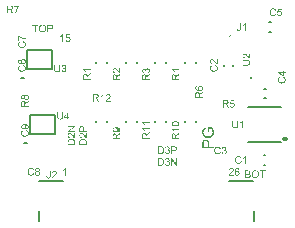
<source format=gto>
G04*
G04 #@! TF.GenerationSoftware,Altium Limited,Altium Designer,20.0.13 (296)*
G04*
G04 Layer_Color=65535*
%FSLAX44Y44*%
%MOMM*%
G71*
G01*
G75*
%ADD10C,0.2000*%
%ADD11C,0.3500*%
%ADD12C,0.2540*%
G36*
X226322Y45375D02*
X224205D01*
Y39730D01*
X223359D01*
Y45375D01*
X221251D01*
Y46128D01*
X226322D01*
Y45375D01*
D02*
G37*
G36*
X211303Y46124D02*
X211367D01*
X211437Y46119D01*
X211520Y46110D01*
X211603Y46105D01*
X211696Y46091D01*
X211793Y46082D01*
X211987Y46045D01*
X212181Y45994D01*
X212274Y45967D01*
X212357Y45929D01*
X212361D01*
X212375Y45920D01*
X212398Y45911D01*
X212431Y45893D01*
X212468Y45874D01*
X212509Y45846D01*
X212560Y45819D01*
X212611Y45782D01*
X212666Y45745D01*
X212722Y45698D01*
X212778Y45652D01*
X212838Y45597D01*
X212893Y45537D01*
X212948Y45476D01*
X212999Y45407D01*
X213050Y45333D01*
X213055Y45328D01*
X213060Y45315D01*
X213073Y45292D01*
X213092Y45264D01*
X213110Y45227D01*
X213129Y45181D01*
X213152Y45134D01*
X213180Y45079D01*
X213203Y45014D01*
X213226Y44949D01*
X213263Y44806D01*
X213295Y44649D01*
X213300Y44570D01*
X213305Y44487D01*
Y44483D01*
Y44469D01*
Y44446D01*
X213300Y44418D01*
Y44381D01*
X213291Y44339D01*
X213286Y44288D01*
X213277Y44238D01*
X213249Y44117D01*
X213207Y43988D01*
X213184Y43919D01*
X213152Y43854D01*
X213120Y43784D01*
X213078Y43715D01*
X213073Y43711D01*
X213069Y43701D01*
X213055Y43683D01*
X213036Y43655D01*
X213013Y43623D01*
X212985Y43590D01*
X212948Y43549D01*
X212911Y43507D01*
X212865Y43461D01*
X212819Y43415D01*
X212764Y43369D01*
X212703Y43318D01*
X212634Y43267D01*
X212565Y43221D01*
X212491Y43174D01*
X212408Y43133D01*
X212412D01*
X212435Y43123D01*
X212463Y43114D01*
X212505Y43100D01*
X212551Y43082D01*
X212606Y43059D01*
X212671Y43031D01*
X212736Y42994D01*
X212810Y42957D01*
X212884Y42915D01*
X212958Y42869D01*
X213032Y42814D01*
X213101Y42758D01*
X213175Y42694D01*
X213240Y42624D01*
X213300Y42550D01*
X213305Y42546D01*
X213314Y42532D01*
X213328Y42509D01*
X213351Y42476D01*
X213374Y42439D01*
X213402Y42393D01*
X213429Y42338D01*
X213457Y42277D01*
X213485Y42208D01*
X213517Y42134D01*
X213540Y42056D01*
X213563Y41968D01*
X213587Y41880D01*
X213600Y41783D01*
X213610Y41686D01*
X213614Y41584D01*
Y41579D01*
Y41566D01*
Y41538D01*
X213610Y41505D01*
Y41469D01*
X213605Y41422D01*
X213600Y41367D01*
X213591Y41311D01*
X213568Y41182D01*
X213531Y41039D01*
X213485Y40891D01*
X213420Y40743D01*
Y40738D01*
X213411Y40724D01*
X213402Y40706D01*
X213388Y40678D01*
X213369Y40646D01*
X213346Y40609D01*
X213291Y40525D01*
X213221Y40428D01*
X213143Y40331D01*
X213055Y40234D01*
X212953Y40151D01*
X212948D01*
X212939Y40142D01*
X212925Y40132D01*
X212902Y40119D01*
X212875Y40100D01*
X212842Y40082D01*
X212805Y40058D01*
X212764Y40035D01*
X212713Y40008D01*
X212662Y39985D01*
X212542Y39929D01*
X212408Y39883D01*
X212255Y39837D01*
X212250D01*
X212237Y39832D01*
X212213Y39827D01*
X212181Y39818D01*
X212139Y39813D01*
X212089Y39804D01*
X212033Y39795D01*
X211968Y39786D01*
X211899Y39772D01*
X211821Y39763D01*
X211733Y39753D01*
X211645Y39749D01*
X211548Y39740D01*
X211446Y39735D01*
X211335Y39730D01*
X208788D01*
Y46128D01*
X211252D01*
X211303Y46124D01*
D02*
G37*
G36*
X217668Y46235D02*
X217729D01*
X217807Y46225D01*
X217899Y46216D01*
X218001Y46202D01*
X218112Y46188D01*
X218232Y46165D01*
X218362Y46137D01*
X218496Y46101D01*
X218630Y46059D01*
X218769Y46013D01*
X218907Y45953D01*
X219046Y45888D01*
X219180Y45814D01*
X219189Y45809D01*
X219212Y45795D01*
X219249Y45772D01*
X219296Y45735D01*
X219356Y45694D01*
X219425Y45643D01*
X219499Y45578D01*
X219582Y45509D01*
X219670Y45430D01*
X219758Y45342D01*
X219850Y45245D01*
X219938Y45139D01*
X220026Y45023D01*
X220114Y44903D01*
X220192Y44774D01*
X220266Y44635D01*
X220271Y44626D01*
X220285Y44603D01*
X220303Y44561D01*
X220326Y44501D01*
X220354Y44432D01*
X220387Y44344D01*
X220419Y44247D01*
X220456Y44136D01*
X220488Y44016D01*
X220521Y43882D01*
X220553Y43743D01*
X220581Y43590D01*
X220609Y43433D01*
X220627Y43267D01*
X220636Y43096D01*
X220641Y42920D01*
Y42915D01*
Y42911D01*
Y42897D01*
Y42878D01*
Y42855D01*
X220636Y42823D01*
Y42754D01*
X220627Y42670D01*
X220622Y42573D01*
X220609Y42458D01*
X220590Y42338D01*
X220571Y42203D01*
X220544Y42065D01*
X220511Y41922D01*
X220474Y41774D01*
X220428Y41621D01*
X220377Y41473D01*
X220317Y41325D01*
X220248Y41177D01*
X220243Y41168D01*
X220229Y41145D01*
X220206Y41103D01*
X220174Y41052D01*
X220137Y40988D01*
X220086Y40914D01*
X220026Y40831D01*
X219961Y40743D01*
X219887Y40650D01*
X219804Y40558D01*
X219712Y40461D01*
X219615Y40364D01*
X219504Y40271D01*
X219388Y40179D01*
X219263Y40096D01*
X219134Y40017D01*
X219125Y40012D01*
X219102Y39998D01*
X219060Y39980D01*
X219009Y39957D01*
X218940Y39924D01*
X218861Y39892D01*
X218773Y39855D01*
X218671Y39823D01*
X218556Y39786D01*
X218436Y39749D01*
X218311Y39716D01*
X218172Y39684D01*
X218034Y39661D01*
X217886Y39643D01*
X217733Y39629D01*
X217581Y39624D01*
X217539D01*
X217493Y39629D01*
X217428Y39633D01*
X217349Y39638D01*
X217257Y39647D01*
X217151Y39661D01*
X217040Y39680D01*
X216915Y39703D01*
X216785Y39730D01*
X216651Y39767D01*
X216517Y39809D01*
X216379Y39855D01*
X216235Y39915D01*
X216097Y39980D01*
X215963Y40058D01*
X215953Y40063D01*
X215930Y40077D01*
X215893Y40105D01*
X215847Y40137D01*
X215787Y40183D01*
X215718Y40234D01*
X215644Y40299D01*
X215560Y40368D01*
X215477Y40451D01*
X215385Y40539D01*
X215297Y40636D01*
X215209Y40743D01*
X215121Y40858D01*
X215038Y40978D01*
X214959Y41108D01*
X214886Y41247D01*
X214881Y41256D01*
X214872Y41279D01*
X214853Y41321D01*
X214830Y41381D01*
X214802Y41450D01*
X214770Y41533D01*
X214737Y41626D01*
X214705Y41732D01*
X214668Y41848D01*
X214636Y41972D01*
X214604Y42102D01*
X214576Y42241D01*
X214553Y42388D01*
X214534Y42536D01*
X214525Y42689D01*
X214520Y42846D01*
Y42851D01*
Y42865D01*
Y42888D01*
Y42915D01*
X214525Y42952D01*
Y42999D01*
X214529Y43050D01*
X214534Y43110D01*
X214539Y43174D01*
X214548Y43244D01*
X214557Y43318D01*
X214566Y43396D01*
X214594Y43567D01*
X214627Y43752D01*
X214673Y43951D01*
X214728Y44154D01*
X214798Y44362D01*
X214881Y44570D01*
X214978Y44774D01*
X215093Y44973D01*
X215158Y45070D01*
X215223Y45162D01*
X215297Y45250D01*
X215375Y45338D01*
X215380Y45342D01*
X215385Y45347D01*
X215399Y45361D01*
X215417Y45375D01*
X215436Y45398D01*
X215463Y45421D01*
X215533Y45481D01*
X215616Y45546D01*
X215718Y45624D01*
X215838Y45703D01*
X215972Y45791D01*
X216124Y45874D01*
X216291Y45953D01*
X216471Y46031D01*
X216665Y46101D01*
X216878Y46156D01*
X217100Y46202D01*
X217215Y46216D01*
X217336Y46230D01*
X217456Y46235D01*
X217581Y46239D01*
X217622D01*
X217668Y46235D01*
D02*
G37*
G36*
X44225Y169568D02*
X44290D01*
X44364Y169563D01*
X44521Y169558D01*
X44683Y169545D01*
X44840Y169531D01*
X44914Y169517D01*
X44979Y169508D01*
X44984D01*
X45002Y169503D01*
X45025Y169498D01*
X45058Y169494D01*
X45099Y169484D01*
X45145Y169471D01*
X45196Y169457D01*
X45256Y169443D01*
X45381Y169401D01*
X45511Y169346D01*
X45645Y169286D01*
X45769Y169207D01*
X45774Y169202D01*
X45783Y169198D01*
X45802Y169184D01*
X45820Y169165D01*
X45848Y169147D01*
X45880Y169119D01*
X45917Y169087D01*
X45954Y169050D01*
X45991Y169008D01*
X46033Y168962D01*
X46121Y168856D01*
X46204Y168731D01*
X46283Y168592D01*
X46287Y168588D01*
X46292Y168574D01*
X46301Y168551D01*
X46315Y168523D01*
X46329Y168486D01*
X46343Y168440D01*
X46361Y168389D01*
X46380Y168333D01*
X46398Y168273D01*
X46417Y168204D01*
X46430Y168135D01*
X46444Y168056D01*
X46467Y167894D01*
X46477Y167719D01*
Y167709D01*
Y167682D01*
X46472Y167640D01*
X46467Y167584D01*
X46463Y167511D01*
X46449Y167432D01*
X46435Y167339D01*
X46412Y167242D01*
X46384Y167136D01*
X46347Y167025D01*
X46306Y166910D01*
X46255Y166794D01*
X46195Y166678D01*
X46125Y166563D01*
X46047Y166447D01*
X45954Y166341D01*
X45950Y166336D01*
X45931Y166318D01*
X45899Y166290D01*
X45853Y166253D01*
X45792Y166211D01*
X45718Y166161D01*
X45631Y166110D01*
X45524Y166059D01*
X45404Y166008D01*
X45270Y165957D01*
X45113Y165906D01*
X44946Y165865D01*
X44757Y165828D01*
X44655Y165814D01*
X44549Y165800D01*
X44438Y165791D01*
X44322Y165782D01*
X44202Y165777D01*
X42441D01*
Y163174D01*
X41595D01*
Y169572D01*
X44161D01*
X44225Y169568D01*
D02*
G37*
G36*
X33773Y168819D02*
X31656D01*
Y163174D01*
X30810D01*
Y168819D01*
X28702D01*
Y169572D01*
X33773D01*
Y168819D01*
D02*
G37*
G36*
X37531Y169679D02*
X37592D01*
X37670Y169669D01*
X37763Y169660D01*
X37864Y169646D01*
X37975Y169632D01*
X38096Y169609D01*
X38225Y169582D01*
X38359Y169545D01*
X38493Y169503D01*
X38632Y169457D01*
X38770Y169397D01*
X38909Y169332D01*
X39043Y169258D01*
X39052Y169253D01*
X39076Y169239D01*
X39113Y169216D01*
X39159Y169179D01*
X39219Y169138D01*
X39288Y169087D01*
X39362Y169022D01*
X39445Y168953D01*
X39533Y168874D01*
X39621Y168786D01*
X39713Y168689D01*
X39801Y168583D01*
X39889Y168467D01*
X39977Y168347D01*
X40056Y168218D01*
X40130Y168079D01*
X40134Y168070D01*
X40148Y168047D01*
X40167Y168005D01*
X40190Y167945D01*
X40217Y167876D01*
X40250Y167788D01*
X40282Y167691D01*
X40319Y167580D01*
X40352Y167460D01*
X40384Y167326D01*
X40416Y167187D01*
X40444Y167034D01*
X40472Y166877D01*
X40490Y166711D01*
X40499Y166540D01*
X40504Y166364D01*
Y166359D01*
Y166355D01*
Y166341D01*
Y166322D01*
Y166299D01*
X40499Y166267D01*
Y166198D01*
X40490Y166114D01*
X40486Y166017D01*
X40472Y165902D01*
X40453Y165782D01*
X40435Y165648D01*
X40407Y165509D01*
X40375Y165366D01*
X40338Y165218D01*
X40291Y165065D01*
X40241Y164917D01*
X40180Y164769D01*
X40111Y164621D01*
X40106Y164612D01*
X40093Y164589D01*
X40069Y164547D01*
X40037Y164496D01*
X40000Y164432D01*
X39949Y164358D01*
X39889Y164275D01*
X39825Y164187D01*
X39750Y164094D01*
X39667Y164002D01*
X39575Y163905D01*
X39478Y163808D01*
X39367Y163715D01*
X39251Y163623D01*
X39126Y163540D01*
X38997Y163461D01*
X38988Y163456D01*
X38965Y163442D01*
X38923Y163424D01*
X38872Y163401D01*
X38803Y163368D01*
X38724Y163336D01*
X38636Y163299D01*
X38535Y163267D01*
X38419Y163230D01*
X38299Y163193D01*
X38174Y163160D01*
X38035Y163128D01*
X37897Y163105D01*
X37749Y163086D01*
X37596Y163073D01*
X37444Y163068D01*
X37402D01*
X37356Y163073D01*
X37291Y163077D01*
X37213Y163082D01*
X37120Y163091D01*
X37014Y163105D01*
X36903Y163123D01*
X36778Y163147D01*
X36649Y163174D01*
X36514Y163211D01*
X36381Y163253D01*
X36242Y163299D01*
X36098Y163359D01*
X35960Y163424D01*
X35826Y163503D01*
X35817Y163507D01*
X35793Y163521D01*
X35756Y163549D01*
X35710Y163581D01*
X35650Y163627D01*
X35581Y163678D01*
X35507Y163743D01*
X35424Y163812D01*
X35340Y163895D01*
X35248Y163983D01*
X35160Y164080D01*
X35072Y164187D01*
X34984Y164302D01*
X34901Y164422D01*
X34823Y164552D01*
X34749Y164691D01*
X34744Y164700D01*
X34735Y164723D01*
X34716Y164765D01*
X34693Y164825D01*
X34665Y164894D01*
X34633Y164977D01*
X34601Y165070D01*
X34568Y165176D01*
X34531Y165292D01*
X34499Y165416D01*
X34467Y165546D01*
X34439Y165685D01*
X34416Y165832D01*
X34397Y165980D01*
X34388Y166133D01*
X34383Y166290D01*
Y166295D01*
Y166309D01*
Y166332D01*
Y166359D01*
X34388Y166396D01*
Y166443D01*
X34393Y166493D01*
X34397Y166554D01*
X34402Y166618D01*
X34411Y166688D01*
X34420Y166762D01*
X34430Y166840D01*
X34457Y167011D01*
X34490Y167196D01*
X34536Y167395D01*
X34591Y167598D01*
X34661Y167806D01*
X34744Y168014D01*
X34841Y168218D01*
X34957Y168417D01*
X35021Y168514D01*
X35086Y168606D01*
X35160Y168694D01*
X35239Y168782D01*
X35243Y168786D01*
X35248Y168791D01*
X35262Y168805D01*
X35280Y168819D01*
X35299Y168842D01*
X35326Y168865D01*
X35396Y168925D01*
X35479Y168990D01*
X35581Y169068D01*
X35701Y169147D01*
X35835Y169235D01*
X35988Y169318D01*
X36154Y169397D01*
X36334Y169475D01*
X36528Y169545D01*
X36741Y169600D01*
X36963Y169646D01*
X37078Y169660D01*
X37199Y169674D01*
X37319Y169679D01*
X37444Y169683D01*
X37485D01*
X37531Y169679D01*
D02*
G37*
G36*
X70534Y83800D02*
X70590Y83795D01*
X70664Y83791D01*
X70742Y83777D01*
X70835Y83763D01*
X70932Y83740D01*
X71038Y83712D01*
X71149Y83675D01*
X71265Y83634D01*
X71380Y83583D01*
X71496Y83523D01*
X71611Y83453D01*
X71727Y83375D01*
X71833Y83282D01*
X71838Y83278D01*
X71856Y83259D01*
X71884Y83227D01*
X71921Y83181D01*
X71963Y83120D01*
X72014Y83047D01*
X72064Y82959D01*
X72115Y82852D01*
X72166Y82732D01*
X72217Y82598D01*
X72268Y82441D01*
X72309Y82275D01*
X72347Y82085D01*
X72360Y81983D01*
X72374Y81877D01*
X72383Y81766D01*
X72393Y81650D01*
X72397Y81530D01*
Y79769D01*
X75000D01*
Y78923D01*
X68602D01*
Y81489D01*
X68607Y81553D01*
Y81618D01*
X68611Y81692D01*
X68616Y81849D01*
X68630Y82011D01*
X68644Y82168D01*
X68657Y82242D01*
X68667Y82307D01*
Y82311D01*
X68671Y82330D01*
X68676Y82353D01*
X68681Y82385D01*
X68690Y82427D01*
X68704Y82473D01*
X68718Y82524D01*
X68731Y82584D01*
X68773Y82709D01*
X68829Y82838D01*
X68889Y82972D01*
X68967Y83097D01*
X68972Y83102D01*
X68976Y83111D01*
X68990Y83130D01*
X69009Y83148D01*
X69027Y83176D01*
X69055Y83208D01*
X69087Y83245D01*
X69124Y83282D01*
X69166Y83319D01*
X69212Y83361D01*
X69319Y83449D01*
X69443Y83532D01*
X69582Y83610D01*
X69587Y83615D01*
X69601Y83620D01*
X69624Y83629D01*
X69651Y83643D01*
X69688Y83657D01*
X69735Y83671D01*
X69785Y83689D01*
X69841Y83708D01*
X69901Y83726D01*
X69970Y83744D01*
X70040Y83758D01*
X70118Y83772D01*
X70280Y83795D01*
X70456Y83805D01*
X70465D01*
X70493D01*
X70534Y83800D01*
D02*
G37*
G36*
X75000Y73537D02*
X74995D01*
X74986D01*
X74972D01*
X74954D01*
X74926D01*
X74898Y73542D01*
X74824Y73547D01*
X74746Y73556D01*
X74653Y73570D01*
X74556Y73593D01*
X74459Y73625D01*
X74454D01*
X74441Y73635D01*
X74418Y73644D01*
X74385Y73658D01*
X74344Y73671D01*
X74297Y73695D01*
X74247Y73722D01*
X74191Y73750D01*
X74126Y73782D01*
X74061Y73824D01*
X73918Y73912D01*
X73766Y74018D01*
X73608Y74143D01*
X73604Y74148D01*
X73590Y74162D01*
X73567Y74180D01*
X73534Y74208D01*
X73493Y74245D01*
X73447Y74291D01*
X73391Y74342D01*
X73331Y74406D01*
X73262Y74476D01*
X73188Y74550D01*
X73109Y74633D01*
X73021Y74725D01*
X72934Y74827D01*
X72841Y74934D01*
X72744Y75049D01*
X72642Y75169D01*
X72638Y75174D01*
X72633Y75183D01*
X72619Y75197D01*
X72605Y75216D01*
X72582Y75239D01*
X72559Y75266D01*
X72499Y75336D01*
X72430Y75423D01*
X72342Y75516D01*
X72249Y75622D01*
X72148Y75733D01*
X72041Y75853D01*
X71930Y75969D01*
X71820Y76089D01*
X71704Y76200D01*
X71593Y76311D01*
X71487Y76408D01*
X71380Y76501D01*
X71283Y76575D01*
X71279Y76579D01*
X71260Y76588D01*
X71232Y76607D01*
X71200Y76635D01*
X71154Y76662D01*
X71103Y76690D01*
X71043Y76727D01*
X70978Y76760D01*
X70909Y76792D01*
X70835Y76829D01*
X70673Y76889D01*
X70590Y76912D01*
X70507Y76930D01*
X70423Y76940D01*
X70340Y76944D01*
X70336D01*
X70317D01*
X70294D01*
X70262Y76940D01*
X70220Y76935D01*
X70174Y76926D01*
X70123Y76917D01*
X70067Y76903D01*
X70007Y76884D01*
X69943Y76861D01*
X69878Y76834D01*
X69813Y76801D01*
X69744Y76764D01*
X69679Y76718D01*
X69614Y76667D01*
X69554Y76607D01*
X69550Y76602D01*
X69541Y76593D01*
X69527Y76575D01*
X69503Y76547D01*
X69480Y76515D01*
X69453Y76473D01*
X69420Y76427D01*
X69392Y76376D01*
X69360Y76316D01*
X69332Y76251D01*
X69305Y76177D01*
X69282Y76103D01*
X69258Y76020D01*
X69245Y75932D01*
X69235Y75840D01*
X69231Y75743D01*
Y75687D01*
X69235Y75650D01*
X69240Y75599D01*
X69249Y75544D01*
X69258Y75484D01*
X69272Y75414D01*
X69291Y75345D01*
X69314Y75271D01*
X69342Y75197D01*
X69374Y75118D01*
X69416Y75044D01*
X69462Y74970D01*
X69513Y74896D01*
X69573Y74832D01*
X69577Y74827D01*
X69587Y74818D01*
X69610Y74799D01*
X69633Y74781D01*
X69670Y74753D01*
X69711Y74725D01*
X69762Y74693D01*
X69818Y74665D01*
X69878Y74633D01*
X69952Y74601D01*
X70026Y74573D01*
X70109Y74545D01*
X70202Y74527D01*
X70299Y74508D01*
X70400Y74499D01*
X70511Y74494D01*
X70428Y73685D01*
X70423D01*
X70419D01*
X70405Y73690D01*
X70386D01*
X70340Y73695D01*
X70280Y73708D01*
X70206Y73722D01*
X70118Y73741D01*
X70021Y73764D01*
X69920Y73792D01*
X69809Y73829D01*
X69698Y73870D01*
X69582Y73921D01*
X69467Y73981D01*
X69356Y74046D01*
X69249Y74124D01*
X69148Y74208D01*
X69055Y74305D01*
X69050Y74309D01*
X69037Y74328D01*
X69009Y74360D01*
X68981Y74402D01*
X68944Y74457D01*
X68903Y74522D01*
X68861Y74601D01*
X68815Y74689D01*
X68773Y74790D01*
X68731Y74896D01*
X68690Y75017D01*
X68653Y75146D01*
X68621Y75285D01*
X68597Y75433D01*
X68583Y75590D01*
X68579Y75756D01*
Y75798D01*
X68583Y75844D01*
X68588Y75909D01*
X68593Y75988D01*
X68607Y76075D01*
X68621Y76177D01*
X68644Y76283D01*
X68671Y76399D01*
X68704Y76515D01*
X68745Y76639D01*
X68796Y76760D01*
X68856Y76880D01*
X68921Y76995D01*
X69000Y77106D01*
X69092Y77213D01*
X69097Y77217D01*
X69115Y77236D01*
X69143Y77263D01*
X69184Y77296D01*
X69231Y77337D01*
X69291Y77384D01*
X69360Y77434D01*
X69439Y77485D01*
X69527Y77531D01*
X69624Y77582D01*
X69730Y77629D01*
X69841Y77670D01*
X69961Y77702D01*
X70086Y77730D01*
X70220Y77749D01*
X70359Y77753D01*
X70363D01*
X70377D01*
X70396D01*
X70423D01*
X70460Y77749D01*
X70497Y77744D01*
X70544Y77740D01*
X70594Y77735D01*
X70710Y77716D01*
X70840Y77689D01*
X70974Y77647D01*
X71112Y77596D01*
X71117D01*
X71131Y77587D01*
X71149Y77578D01*
X71177Y77564D01*
X71209Y77550D01*
X71251Y77527D01*
X71297Y77504D01*
X71348Y77471D01*
X71403Y77439D01*
X71463Y77402D01*
X71598Y77310D01*
X71667Y77259D01*
X71741Y77203D01*
X71815Y77139D01*
X71894Y77074D01*
X71898Y77069D01*
X71912Y77055D01*
X71935Y77037D01*
X71967Y77004D01*
X72009Y76963D01*
X72060Y76912D01*
X72120Y76857D01*
X72189Y76787D01*
X72263Y76709D01*
X72347Y76616D01*
X72439Y76519D01*
X72541Y76408D01*
X72647Y76288D01*
X72762Y76158D01*
X72887Y76015D01*
X73017Y75863D01*
X73021Y75853D01*
X73045Y75830D01*
X73072Y75798D01*
X73114Y75752D01*
X73160Y75692D01*
X73216Y75631D01*
X73276Y75562D01*
X73340Y75488D01*
X73474Y75331D01*
X73544Y75257D01*
X73608Y75183D01*
X73673Y75114D01*
X73729Y75054D01*
X73780Y74998D01*
X73826Y74957D01*
X73835Y74947D01*
X73863Y74924D01*
X73904Y74887D01*
X73955Y74841D01*
X74020Y74790D01*
X74089Y74735D01*
X74168Y74679D01*
X74247Y74628D01*
Y77763D01*
X75000D01*
Y73537D01*
D02*
G37*
G36*
X71894Y72784D02*
X71954D01*
X72028Y72779D01*
X72111Y72775D01*
X72203Y72765D01*
X72300Y72756D01*
X72407Y72747D01*
X72624Y72715D01*
X72846Y72673D01*
X73063Y72618D01*
X73068D01*
X73086Y72608D01*
X73119Y72599D01*
X73155Y72585D01*
X73202Y72571D01*
X73257Y72548D01*
X73322Y72525D01*
X73387Y72497D01*
X73534Y72437D01*
X73692Y72359D01*
X73844Y72275D01*
X73992Y72178D01*
X73997Y72174D01*
X74006Y72164D01*
X74029Y72151D01*
X74052Y72132D01*
X74085Y72109D01*
X74122Y72077D01*
X74205Y72007D01*
X74297Y71919D01*
X74394Y71822D01*
X74487Y71711D01*
X74575Y71596D01*
Y71591D01*
X74584Y71582D01*
X74593Y71564D01*
X74607Y71540D01*
X74626Y71508D01*
X74644Y71471D01*
X74667Y71429D01*
X74690Y71383D01*
X74718Y71328D01*
X74746Y71272D01*
X74769Y71207D01*
X74797Y71143D01*
X74847Y70995D01*
X74894Y70833D01*
Y70828D01*
X74898Y70815D01*
X74903Y70787D01*
X74912Y70754D01*
X74917Y70713D01*
X74926Y70662D01*
X74935Y70602D01*
X74945Y70537D01*
X74958Y70463D01*
X74968Y70385D01*
X74977Y70301D01*
X74981Y70209D01*
X74991Y70117D01*
X74995Y70015D01*
X75000Y69807D01*
Y67500D01*
X68602D01*
Y69825D01*
X68607Y69885D01*
Y69959D01*
X68611Y70038D01*
Y70126D01*
X68625Y70311D01*
X68639Y70500D01*
X68653Y70593D01*
X68662Y70680D01*
X68676Y70764D01*
X68695Y70842D01*
Y70847D01*
X68699Y70865D01*
X68708Y70893D01*
X68718Y70935D01*
X68736Y70981D01*
X68755Y71037D01*
X68773Y71097D01*
X68801Y71166D01*
X68861Y71309D01*
X68944Y71466D01*
X69037Y71624D01*
X69092Y71702D01*
X69152Y71776D01*
X69157Y71781D01*
X69171Y71799D01*
X69198Y71827D01*
X69231Y71859D01*
X69272Y71901D01*
X69323Y71952D01*
X69383Y72003D01*
X69448Y72063D01*
X69527Y72123D01*
X69610Y72183D01*
X69698Y72248D01*
X69795Y72312D01*
X69901Y72372D01*
X70007Y72428D01*
X70128Y72483D01*
X70248Y72534D01*
X70257Y72539D01*
X70280Y72544D01*
X70312Y72557D01*
X70363Y72576D01*
X70428Y72594D01*
X70502Y72613D01*
X70590Y72636D01*
X70687Y72664D01*
X70793Y72687D01*
X70913Y72710D01*
X71038Y72728D01*
X71172Y72747D01*
X71311Y72765D01*
X71459Y72779D01*
X71611Y72784D01*
X71769Y72789D01*
X71778D01*
X71801D01*
X71838D01*
X71894Y72784D01*
D02*
G37*
G36*
X65000Y83079D02*
X59980Y79727D01*
X65000D01*
Y78914D01*
X58602D01*
Y79783D01*
X63627Y83139D01*
X58602D01*
Y83953D01*
X65000D01*
Y83079D01*
D02*
G37*
G36*
Y73537D02*
X64995D01*
X64986D01*
X64972D01*
X64954D01*
X64926D01*
X64898Y73542D01*
X64824Y73547D01*
X64746Y73556D01*
X64653Y73570D01*
X64556Y73593D01*
X64459Y73625D01*
X64454D01*
X64441Y73634D01*
X64418Y73644D01*
X64385Y73658D01*
X64344Y73671D01*
X64297Y73695D01*
X64246Y73722D01*
X64191Y73750D01*
X64126Y73782D01*
X64061Y73824D01*
X63918Y73912D01*
X63766Y74018D01*
X63608Y74143D01*
X63604Y74148D01*
X63590Y74161D01*
X63567Y74180D01*
X63534Y74208D01*
X63493Y74245D01*
X63447Y74291D01*
X63391Y74342D01*
X63331Y74406D01*
X63262Y74476D01*
X63188Y74550D01*
X63109Y74633D01*
X63021Y74725D01*
X62934Y74827D01*
X62841Y74934D01*
X62744Y75049D01*
X62642Y75169D01*
X62638Y75174D01*
X62633Y75183D01*
X62619Y75197D01*
X62605Y75215D01*
X62582Y75239D01*
X62559Y75266D01*
X62499Y75336D01*
X62430Y75423D01*
X62342Y75516D01*
X62249Y75622D01*
X62148Y75733D01*
X62041Y75853D01*
X61930Y75969D01*
X61820Y76089D01*
X61704Y76200D01*
X61593Y76311D01*
X61487Y76408D01*
X61380Y76501D01*
X61283Y76575D01*
X61279Y76579D01*
X61260Y76588D01*
X61232Y76607D01*
X61200Y76635D01*
X61154Y76662D01*
X61103Y76690D01*
X61043Y76727D01*
X60978Y76760D01*
X60909Y76792D01*
X60835Y76829D01*
X60673Y76889D01*
X60590Y76912D01*
X60507Y76930D01*
X60423Y76940D01*
X60340Y76944D01*
X60335D01*
X60317D01*
X60294D01*
X60262Y76940D01*
X60220Y76935D01*
X60174Y76926D01*
X60123Y76917D01*
X60067Y76903D01*
X60007Y76884D01*
X59943Y76861D01*
X59878Y76833D01*
X59813Y76801D01*
X59744Y76764D01*
X59679Y76718D01*
X59614Y76667D01*
X59554Y76607D01*
X59550Y76602D01*
X59540Y76593D01*
X59527Y76575D01*
X59503Y76547D01*
X59480Y76515D01*
X59453Y76473D01*
X59420Y76427D01*
X59392Y76376D01*
X59360Y76316D01*
X59332Y76251D01*
X59305Y76177D01*
X59282Y76103D01*
X59258Y76020D01*
X59245Y75932D01*
X59235Y75840D01*
X59231Y75742D01*
Y75687D01*
X59235Y75650D01*
X59240Y75599D01*
X59249Y75544D01*
X59258Y75484D01*
X59272Y75414D01*
X59291Y75345D01*
X59314Y75271D01*
X59342Y75197D01*
X59374Y75118D01*
X59416Y75044D01*
X59462Y74970D01*
X59513Y74896D01*
X59573Y74832D01*
X59577Y74827D01*
X59587Y74818D01*
X59610Y74799D01*
X59633Y74781D01*
X59670Y74753D01*
X59711Y74725D01*
X59762Y74693D01*
X59818Y74665D01*
X59878Y74633D01*
X59952Y74601D01*
X60026Y74573D01*
X60109Y74545D01*
X60202Y74527D01*
X60299Y74508D01*
X60400Y74499D01*
X60511Y74494D01*
X60428Y73685D01*
X60423D01*
X60419D01*
X60405Y73690D01*
X60386D01*
X60340Y73695D01*
X60280Y73708D01*
X60206Y73722D01*
X60118Y73741D01*
X60021Y73764D01*
X59920Y73792D01*
X59809Y73829D01*
X59698Y73870D01*
X59582Y73921D01*
X59467Y73981D01*
X59356Y74046D01*
X59249Y74124D01*
X59148Y74208D01*
X59055Y74305D01*
X59050Y74309D01*
X59036Y74328D01*
X59009Y74360D01*
X58981Y74402D01*
X58944Y74457D01*
X58903Y74522D01*
X58861Y74601D01*
X58815Y74688D01*
X58773Y74790D01*
X58731Y74896D01*
X58690Y75017D01*
X58653Y75146D01*
X58621Y75285D01*
X58597Y75433D01*
X58583Y75590D01*
X58579Y75756D01*
Y75798D01*
X58583Y75844D01*
X58588Y75909D01*
X58593Y75988D01*
X58607Y76075D01*
X58621Y76177D01*
X58644Y76283D01*
X58671Y76399D01*
X58704Y76515D01*
X58745Y76639D01*
X58796Y76760D01*
X58856Y76880D01*
X58921Y76995D01*
X59000Y77106D01*
X59092Y77213D01*
X59097Y77217D01*
X59115Y77236D01*
X59143Y77263D01*
X59184Y77296D01*
X59231Y77337D01*
X59291Y77383D01*
X59360Y77434D01*
X59439Y77485D01*
X59527Y77531D01*
X59624Y77582D01*
X59730Y77628D01*
X59841Y77670D01*
X59961Y77702D01*
X60086Y77730D01*
X60220Y77749D01*
X60359Y77753D01*
X60363D01*
X60377D01*
X60396D01*
X60423D01*
X60460Y77749D01*
X60497Y77744D01*
X60544Y77740D01*
X60594Y77735D01*
X60710Y77716D01*
X60839Y77689D01*
X60974Y77647D01*
X61112Y77596D01*
X61117D01*
X61131Y77587D01*
X61149Y77578D01*
X61177Y77564D01*
X61209Y77550D01*
X61251Y77527D01*
X61297Y77504D01*
X61348Y77471D01*
X61403Y77439D01*
X61463Y77402D01*
X61598Y77310D01*
X61667Y77259D01*
X61741Y77203D01*
X61815Y77139D01*
X61893Y77074D01*
X61898Y77069D01*
X61912Y77055D01*
X61935Y77037D01*
X61967Y77004D01*
X62009Y76963D01*
X62060Y76912D01*
X62120Y76856D01*
X62189Y76787D01*
X62263Y76709D01*
X62347Y76616D01*
X62439Y76519D01*
X62541Y76408D01*
X62647Y76288D01*
X62762Y76158D01*
X62887Y76015D01*
X63017Y75863D01*
X63021Y75853D01*
X63045Y75830D01*
X63072Y75798D01*
X63114Y75752D01*
X63160Y75692D01*
X63215Y75631D01*
X63276Y75562D01*
X63340Y75488D01*
X63474Y75331D01*
X63544Y75257D01*
X63608Y75183D01*
X63673Y75114D01*
X63729Y75054D01*
X63780Y74998D01*
X63826Y74957D01*
X63835Y74947D01*
X63863Y74924D01*
X63904Y74887D01*
X63955Y74841D01*
X64020Y74790D01*
X64089Y74735D01*
X64168Y74679D01*
X64246Y74628D01*
Y77763D01*
X65000D01*
Y73537D01*
D02*
G37*
G36*
X61893Y72784D02*
X61954D01*
X62028Y72779D01*
X62111Y72775D01*
X62203Y72765D01*
X62300Y72756D01*
X62407Y72747D01*
X62624Y72715D01*
X62846Y72673D01*
X63063Y72617D01*
X63068D01*
X63086Y72608D01*
X63119Y72599D01*
X63155Y72585D01*
X63202Y72571D01*
X63257Y72548D01*
X63322Y72525D01*
X63387Y72497D01*
X63534Y72437D01*
X63692Y72359D01*
X63844Y72275D01*
X63992Y72178D01*
X63997Y72174D01*
X64006Y72164D01*
X64029Y72151D01*
X64052Y72132D01*
X64085Y72109D01*
X64122Y72077D01*
X64205Y72007D01*
X64297Y71919D01*
X64394Y71822D01*
X64487Y71711D01*
X64575Y71596D01*
Y71591D01*
X64584Y71582D01*
X64593Y71563D01*
X64607Y71540D01*
X64626Y71508D01*
X64644Y71471D01*
X64667Y71429D01*
X64690Y71383D01*
X64718Y71328D01*
X64746Y71272D01*
X64769Y71207D01*
X64797Y71143D01*
X64847Y70995D01*
X64894Y70833D01*
Y70828D01*
X64898Y70814D01*
X64903Y70787D01*
X64912Y70754D01*
X64917Y70713D01*
X64926Y70662D01*
X64935Y70602D01*
X64945Y70537D01*
X64958Y70463D01*
X64968Y70385D01*
X64977Y70301D01*
X64981Y70209D01*
X64991Y70117D01*
X64995Y70015D01*
X65000Y69807D01*
Y67500D01*
X58602D01*
Y69825D01*
X58607Y69885D01*
Y69959D01*
X58611Y70038D01*
Y70126D01*
X58625Y70311D01*
X58639Y70500D01*
X58653Y70593D01*
X58662Y70680D01*
X58676Y70764D01*
X58694Y70842D01*
Y70847D01*
X58699Y70865D01*
X58708Y70893D01*
X58718Y70935D01*
X58736Y70981D01*
X58755Y71036D01*
X58773Y71097D01*
X58801Y71166D01*
X58861Y71309D01*
X58944Y71466D01*
X59036Y71624D01*
X59092Y71702D01*
X59152Y71776D01*
X59157Y71781D01*
X59171Y71799D01*
X59198Y71827D01*
X59231Y71859D01*
X59272Y71901D01*
X59323Y71952D01*
X59383Y72003D01*
X59448Y72063D01*
X59527Y72123D01*
X59610Y72183D01*
X59698Y72248D01*
X59795Y72312D01*
X59901Y72372D01*
X60007Y72428D01*
X60128Y72483D01*
X60248Y72534D01*
X60257Y72539D01*
X60280Y72544D01*
X60312Y72557D01*
X60363Y72576D01*
X60428Y72594D01*
X60502Y72613D01*
X60590Y72636D01*
X60687Y72664D01*
X60793Y72687D01*
X60913Y72710D01*
X61038Y72728D01*
X61172Y72747D01*
X61311Y72765D01*
X61459Y72779D01*
X61611Y72784D01*
X61769Y72789D01*
X61778D01*
X61801D01*
X61838D01*
X61893Y72784D01*
D02*
G37*
G36*
X143229Y56532D02*
X143275D01*
X143330Y56523D01*
X143390Y56518D01*
X143455Y56509D01*
X143529Y56495D01*
X143603Y56481D01*
X143765Y56440D01*
X143853Y56416D01*
X143936Y56384D01*
X144019Y56352D01*
X144102Y56310D01*
X144107Y56305D01*
X144121Y56301D01*
X144144Y56287D01*
X144176Y56269D01*
X144213Y56245D01*
X144255Y56218D01*
X144301Y56185D01*
X144352Y56148D01*
X144463Y56061D01*
X144574Y55954D01*
X144680Y55834D01*
X144731Y55765D01*
X144777Y55695D01*
X144782Y55691D01*
X144787Y55677D01*
X144800Y55658D01*
X144814Y55626D01*
X144833Y55594D01*
X144851Y55547D01*
X144874Y55501D01*
X144897Y55446D01*
X144916Y55386D01*
X144939Y55325D01*
X144976Y55187D01*
X145004Y55034D01*
X145008Y54956D01*
X145013Y54872D01*
Y54868D01*
Y54854D01*
Y54831D01*
X145008Y54803D01*
Y54766D01*
X144999Y54724D01*
X144994Y54674D01*
X144985Y54623D01*
X144958Y54503D01*
X144916Y54378D01*
X144893Y54313D01*
X144860Y54244D01*
X144828Y54179D01*
X144787Y54114D01*
X144782Y54110D01*
X144777Y54100D01*
X144763Y54082D01*
X144745Y54059D01*
X144722Y54031D01*
X144694Y53999D01*
X144662Y53962D01*
X144620Y53920D01*
X144579Y53878D01*
X144528Y53837D01*
X144477Y53791D01*
X144417Y53745D01*
X144352Y53703D01*
X144283Y53657D01*
X144209Y53615D01*
X144130Y53578D01*
X144135D01*
X144153Y53573D01*
X144185Y53564D01*
X144222Y53550D01*
X144273Y53536D01*
X144329Y53513D01*
X144389Y53490D01*
X144454Y53458D01*
X144523Y53425D01*
X144597Y53384D01*
X144671Y53342D01*
X144745Y53291D01*
X144814Y53236D01*
X144884Y53176D01*
X144953Y53106D01*
X145013Y53033D01*
X145018Y53028D01*
X145027Y53014D01*
X145041Y52991D01*
X145064Y52959D01*
X145087Y52917D01*
X145115Y52871D01*
X145142Y52815D01*
X145170Y52751D01*
X145198Y52677D01*
X145230Y52598D01*
X145253Y52515D01*
X145276Y52422D01*
X145300Y52325D01*
X145314Y52224D01*
X145323Y52117D01*
X145327Y52002D01*
Y51992D01*
Y51965D01*
X145323Y51919D01*
X145318Y51863D01*
X145309Y51789D01*
X145295Y51706D01*
X145276Y51613D01*
X145249Y51512D01*
X145216Y51401D01*
X145179Y51290D01*
X145129Y51170D01*
X145069Y51049D01*
X144999Y50929D01*
X144916Y50809D01*
X144819Y50693D01*
X144712Y50582D01*
X144703Y50578D01*
X144685Y50559D01*
X144652Y50527D01*
X144602Y50490D01*
X144542Y50448D01*
X144472Y50398D01*
X144384Y50347D01*
X144292Y50291D01*
X144185Y50236D01*
X144065Y50185D01*
X143940Y50134D01*
X143802Y50093D01*
X143659Y50055D01*
X143501Y50023D01*
X143340Y50005D01*
X143168Y50000D01*
X143132D01*
X143085Y50005D01*
X143030Y50009D01*
X142956Y50014D01*
X142873Y50028D01*
X142780Y50042D01*
X142678Y50065D01*
X142572Y50088D01*
X142457Y50120D01*
X142341Y50162D01*
X142221Y50213D01*
X142105Y50268D01*
X141990Y50333D01*
X141874Y50411D01*
X141768Y50499D01*
X141763Y50504D01*
X141745Y50522D01*
X141717Y50550D01*
X141680Y50592D01*
X141638Y50643D01*
X141587Y50703D01*
X141537Y50772D01*
X141481Y50851D01*
X141426Y50938D01*
X141370Y51040D01*
X141319Y51146D01*
X141269Y51262D01*
X141227Y51387D01*
X141185Y51516D01*
X141158Y51655D01*
X141139Y51803D01*
X141925Y51909D01*
Y51900D01*
X141930Y51881D01*
X141939Y51845D01*
X141953Y51798D01*
X141967Y51743D01*
X141985Y51683D01*
X142008Y51613D01*
X142031Y51539D01*
X142096Y51378D01*
X142175Y51220D01*
X142221Y51142D01*
X142272Y51068D01*
X142323Y51003D01*
X142383Y50943D01*
X142387Y50938D01*
X142396Y50929D01*
X142415Y50915D01*
X142443Y50897D01*
X142471Y50874D01*
X142512Y50851D01*
X142554Y50823D01*
X142605Y50800D01*
X142660Y50772D01*
X142720Y50744D01*
X142785Y50721D01*
X142854Y50698D01*
X142928Y50680D01*
X143007Y50666D01*
X143085Y50656D01*
X143173Y50652D01*
X143196D01*
X143229Y50656D01*
X143266D01*
X143316Y50666D01*
X143372Y50670D01*
X143432Y50684D01*
X143501Y50698D01*
X143571Y50721D01*
X143649Y50744D01*
X143728Y50777D01*
X143806Y50814D01*
X143885Y50860D01*
X143964Y50911D01*
X144038Y50966D01*
X144111Y51035D01*
X144116Y51040D01*
X144130Y51054D01*
X144149Y51073D01*
X144172Y51105D01*
X144199Y51142D01*
X144232Y51188D01*
X144269Y51239D01*
X144306Y51299D01*
X144338Y51364D01*
X144375Y51438D01*
X144407Y51512D01*
X144435Y51599D01*
X144458Y51687D01*
X144477Y51780D01*
X144491Y51881D01*
X144495Y51983D01*
Y51988D01*
Y52006D01*
Y52034D01*
X144491Y52076D01*
X144486Y52117D01*
X144477Y52173D01*
X144467Y52233D01*
X144449Y52298D01*
X144431Y52367D01*
X144407Y52441D01*
X144380Y52515D01*
X144347Y52589D01*
X144306Y52663D01*
X144255Y52737D01*
X144204Y52806D01*
X144139Y52875D01*
X144135Y52880D01*
X144125Y52889D01*
X144102Y52908D01*
X144075Y52931D01*
X144042Y52959D01*
X144001Y52986D01*
X143950Y53019D01*
X143894Y53051D01*
X143834Y53083D01*
X143765Y53116D01*
X143691Y53144D01*
X143612Y53171D01*
X143529Y53194D01*
X143437Y53213D01*
X143344Y53222D01*
X143243Y53227D01*
X143201D01*
X143155Y53222D01*
X143090Y53218D01*
X143007Y53208D01*
X142914Y53190D01*
X142808Y53171D01*
X142688Y53144D01*
X142776Y53832D01*
X142789D01*
X142803Y53828D01*
X142822D01*
X142863Y53823D01*
X142951D01*
X142984Y53828D01*
X143030Y53832D01*
X143081Y53837D01*
X143136Y53846D01*
X143201Y53855D01*
X143270Y53869D01*
X143340Y53888D01*
X143492Y53934D01*
X143571Y53962D01*
X143649Y53999D01*
X143728Y54036D01*
X143802Y54082D01*
X143806Y54087D01*
X143820Y54096D01*
X143839Y54110D01*
X143867Y54133D01*
X143894Y54160D01*
X143931Y54193D01*
X143964Y54234D01*
X144005Y54281D01*
X144042Y54336D01*
X144079Y54396D01*
X144111Y54461D01*
X144139Y54535D01*
X144167Y54614D01*
X144185Y54701D01*
X144199Y54794D01*
X144204Y54891D01*
Y54896D01*
Y54909D01*
Y54932D01*
X144199Y54965D01*
X144195Y54997D01*
X144190Y55044D01*
X144181Y55090D01*
X144167Y55141D01*
X144130Y55251D01*
X144107Y55312D01*
X144079Y55372D01*
X144047Y55432D01*
X144005Y55492D01*
X143959Y55547D01*
X143908Y55603D01*
X143904Y55608D01*
X143894Y55617D01*
X143880Y55631D01*
X143857Y55649D01*
X143825Y55668D01*
X143793Y55695D01*
X143751Y55718D01*
X143705Y55746D01*
X143654Y55774D01*
X143598Y55797D01*
X143534Y55825D01*
X143469Y55843D01*
X143395Y55862D01*
X143321Y55876D01*
X143238Y55885D01*
X143155Y55889D01*
X143108D01*
X143081Y55885D01*
X143039Y55880D01*
X142993Y55876D01*
X142942Y55866D01*
X142886Y55852D01*
X142766Y55820D01*
X142706Y55797D01*
X142641Y55765D01*
X142577Y55732D01*
X142512Y55695D01*
X142452Y55649D01*
X142392Y55598D01*
X142387Y55594D01*
X142378Y55584D01*
X142364Y55566D01*
X142341Y55543D01*
X142318Y55515D01*
X142290Y55478D01*
X142262Y55432D01*
X142230Y55386D01*
X142198Y55325D01*
X142165Y55261D01*
X142128Y55191D01*
X142101Y55113D01*
X142068Y55030D01*
X142045Y54942D01*
X142022Y54845D01*
X142004Y54738D01*
X141218Y54877D01*
Y54882D01*
Y54886D01*
X141227Y54914D01*
X141236Y54951D01*
X141250Y55006D01*
X141269Y55076D01*
X141292Y55150D01*
X141319Y55233D01*
X141352Y55325D01*
X141393Y55423D01*
X141440Y55524D01*
X141495Y55626D01*
X141555Y55728D01*
X141620Y55829D01*
X141694Y55926D01*
X141777Y56019D01*
X141869Y56102D01*
X141874Y56107D01*
X141893Y56121D01*
X141920Y56144D01*
X141962Y56171D01*
X142013Y56204D01*
X142073Y56241D01*
X142142Y56278D01*
X142221Y56319D01*
X142309Y56361D01*
X142406Y56398D01*
X142507Y56435D01*
X142618Y56467D01*
X142739Y56495D01*
X142868Y56518D01*
X143002Y56532D01*
X143141Y56537D01*
X143192D01*
X143229Y56532D01*
D02*
G37*
G36*
X151453Y50116D02*
X150579D01*
X147227Y55136D01*
Y50116D01*
X146414D01*
Y56514D01*
X147283D01*
X150639Y51488D01*
Y56514D01*
X151453D01*
Y50116D01*
D02*
G37*
G36*
X137385Y56509D02*
X137459D01*
X137538Y56504D01*
X137626D01*
X137811Y56490D01*
X138000Y56476D01*
X138093Y56463D01*
X138181Y56453D01*
X138264Y56440D01*
X138342Y56421D01*
X138347D01*
X138365Y56416D01*
X138393Y56407D01*
X138435Y56398D01*
X138481Y56379D01*
X138537Y56361D01*
X138596Y56343D01*
X138666Y56315D01*
X138809Y56255D01*
X138966Y56171D01*
X139123Y56079D01*
X139202Y56024D01*
X139276Y55963D01*
X139281Y55959D01*
X139299Y55945D01*
X139327Y55917D01*
X139359Y55885D01*
X139401Y55843D01*
X139452Y55792D01*
X139503Y55732D01*
X139563Y55668D01*
X139623Y55589D01*
X139683Y55506D01*
X139748Y55418D01*
X139812Y55321D01*
X139872Y55215D01*
X139928Y55108D01*
X139983Y54988D01*
X140034Y54868D01*
X140039Y54859D01*
X140043Y54836D01*
X140057Y54803D01*
X140076Y54752D01*
X140094Y54688D01*
X140113Y54614D01*
X140136Y54526D01*
X140164Y54429D01*
X140187Y54322D01*
X140210Y54202D01*
X140228Y54077D01*
X140247Y53943D01*
X140265Y53805D01*
X140279Y53657D01*
X140284Y53504D01*
X140288Y53347D01*
Y53338D01*
Y53314D01*
Y53278D01*
X140284Y53222D01*
Y53162D01*
X140279Y53088D01*
X140275Y53005D01*
X140265Y52912D01*
X140256Y52815D01*
X140247Y52709D01*
X140215Y52492D01*
X140173Y52270D01*
X140117Y52052D01*
Y52048D01*
X140108Y52029D01*
X140099Y51997D01*
X140085Y51960D01*
X140071Y51914D01*
X140048Y51858D01*
X140025Y51794D01*
X139997Y51729D01*
X139937Y51581D01*
X139859Y51424D01*
X139775Y51271D01*
X139678Y51123D01*
X139674Y51119D01*
X139664Y51109D01*
X139650Y51086D01*
X139632Y51063D01*
X139609Y51031D01*
X139577Y50994D01*
X139507Y50911D01*
X139419Y50818D01*
X139322Y50721D01*
X139211Y50629D01*
X139096Y50541D01*
X139091D01*
X139082Y50532D01*
X139064Y50522D01*
X139040Y50508D01*
X139008Y50490D01*
X138971Y50472D01*
X138929Y50448D01*
X138883Y50425D01*
X138828Y50398D01*
X138772Y50370D01*
X138708Y50347D01*
X138643Y50319D01*
X138495Y50268D01*
X138333Y50222D01*
X138328D01*
X138315Y50217D01*
X138287Y50213D01*
X138254Y50203D01*
X138213Y50199D01*
X138162Y50189D01*
X138102Y50180D01*
X138037Y50171D01*
X137963Y50157D01*
X137885Y50148D01*
X137801Y50139D01*
X137709Y50134D01*
X137617Y50125D01*
X137515Y50120D01*
X137307Y50116D01*
X135000D01*
Y56514D01*
X137325D01*
X137385Y56509D01*
D02*
G37*
G36*
X143229Y66532D02*
X143275D01*
X143330Y66523D01*
X143390Y66518D01*
X143455Y66509D01*
X143529Y66495D01*
X143603Y66481D01*
X143765Y66440D01*
X143853Y66417D01*
X143936Y66384D01*
X144019Y66352D01*
X144102Y66310D01*
X144107Y66305D01*
X144121Y66301D01*
X144144Y66287D01*
X144176Y66269D01*
X144213Y66245D01*
X144255Y66218D01*
X144301Y66185D01*
X144352Y66148D01*
X144463Y66061D01*
X144574Y65954D01*
X144680Y65834D01*
X144731Y65765D01*
X144777Y65695D01*
X144782Y65691D01*
X144787Y65677D01*
X144800Y65658D01*
X144814Y65626D01*
X144833Y65594D01*
X144851Y65547D01*
X144874Y65501D01*
X144897Y65446D01*
X144916Y65386D01*
X144939Y65325D01*
X144976Y65187D01*
X145004Y65034D01*
X145008Y64956D01*
X145013Y64872D01*
Y64868D01*
Y64854D01*
Y64831D01*
X145008Y64803D01*
Y64766D01*
X144999Y64724D01*
X144994Y64674D01*
X144985Y64623D01*
X144958Y64503D01*
X144916Y64378D01*
X144893Y64313D01*
X144860Y64244D01*
X144828Y64179D01*
X144787Y64114D01*
X144782Y64110D01*
X144777Y64100D01*
X144763Y64082D01*
X144745Y64059D01*
X144722Y64031D01*
X144694Y63999D01*
X144662Y63962D01*
X144620Y63920D01*
X144579Y63878D01*
X144528Y63837D01*
X144477Y63791D01*
X144417Y63745D01*
X144352Y63703D01*
X144283Y63657D01*
X144209Y63615D01*
X144130Y63578D01*
X144135D01*
X144153Y63573D01*
X144185Y63564D01*
X144222Y63550D01*
X144273Y63536D01*
X144329Y63513D01*
X144389Y63490D01*
X144454Y63458D01*
X144523Y63425D01*
X144597Y63384D01*
X144671Y63342D01*
X144745Y63291D01*
X144814Y63236D01*
X144884Y63176D01*
X144953Y63106D01*
X145013Y63033D01*
X145018Y63028D01*
X145027Y63014D01*
X145041Y62991D01*
X145064Y62959D01*
X145087Y62917D01*
X145115Y62871D01*
X145142Y62815D01*
X145170Y62751D01*
X145198Y62677D01*
X145230Y62598D01*
X145253Y62515D01*
X145276Y62422D01*
X145300Y62325D01*
X145314Y62224D01*
X145323Y62117D01*
X145327Y62002D01*
Y61992D01*
Y61965D01*
X145323Y61919D01*
X145318Y61863D01*
X145309Y61789D01*
X145295Y61706D01*
X145276Y61613D01*
X145249Y61512D01*
X145216Y61401D01*
X145179Y61290D01*
X145129Y61170D01*
X145069Y61049D01*
X144999Y60929D01*
X144916Y60809D01*
X144819Y60693D01*
X144712Y60582D01*
X144703Y60578D01*
X144685Y60559D01*
X144652Y60527D01*
X144602Y60490D01*
X144542Y60448D01*
X144472Y60398D01*
X144384Y60347D01*
X144292Y60291D01*
X144185Y60236D01*
X144065Y60185D01*
X143940Y60134D01*
X143802Y60093D01*
X143659Y60055D01*
X143501Y60023D01*
X143340Y60005D01*
X143168Y60000D01*
X143132D01*
X143085Y60005D01*
X143030Y60009D01*
X142956Y60014D01*
X142873Y60028D01*
X142780Y60042D01*
X142678Y60065D01*
X142572Y60088D01*
X142457Y60120D01*
X142341Y60162D01*
X142221Y60213D01*
X142105Y60268D01*
X141990Y60333D01*
X141874Y60411D01*
X141768Y60499D01*
X141763Y60504D01*
X141745Y60522D01*
X141717Y60550D01*
X141680Y60592D01*
X141638Y60643D01*
X141587Y60703D01*
X141537Y60772D01*
X141481Y60851D01*
X141426Y60938D01*
X141370Y61040D01*
X141319Y61146D01*
X141269Y61262D01*
X141227Y61387D01*
X141185Y61516D01*
X141158Y61655D01*
X141139Y61803D01*
X141925Y61909D01*
Y61900D01*
X141930Y61881D01*
X141939Y61845D01*
X141953Y61798D01*
X141967Y61743D01*
X141985Y61683D01*
X142008Y61613D01*
X142031Y61539D01*
X142096Y61378D01*
X142175Y61220D01*
X142221Y61142D01*
X142272Y61068D01*
X142323Y61003D01*
X142383Y60943D01*
X142387Y60938D01*
X142396Y60929D01*
X142415Y60915D01*
X142443Y60897D01*
X142471Y60874D01*
X142512Y60851D01*
X142554Y60823D01*
X142605Y60800D01*
X142660Y60772D01*
X142720Y60744D01*
X142785Y60721D01*
X142854Y60698D01*
X142928Y60680D01*
X143007Y60666D01*
X143085Y60656D01*
X143173Y60652D01*
X143196D01*
X143229Y60656D01*
X143266D01*
X143316Y60666D01*
X143372Y60670D01*
X143432Y60684D01*
X143501Y60698D01*
X143571Y60721D01*
X143649Y60744D01*
X143728Y60777D01*
X143806Y60814D01*
X143885Y60860D01*
X143964Y60911D01*
X144038Y60966D01*
X144111Y61035D01*
X144116Y61040D01*
X144130Y61054D01*
X144149Y61073D01*
X144172Y61105D01*
X144199Y61142D01*
X144232Y61188D01*
X144269Y61239D01*
X144306Y61299D01*
X144338Y61364D01*
X144375Y61438D01*
X144407Y61512D01*
X144435Y61599D01*
X144458Y61687D01*
X144477Y61780D01*
X144491Y61881D01*
X144495Y61983D01*
Y61988D01*
Y62006D01*
Y62034D01*
X144491Y62076D01*
X144486Y62117D01*
X144477Y62173D01*
X144467Y62233D01*
X144449Y62298D01*
X144431Y62367D01*
X144407Y62441D01*
X144380Y62515D01*
X144347Y62589D01*
X144306Y62663D01*
X144255Y62737D01*
X144204Y62806D01*
X144139Y62875D01*
X144135Y62880D01*
X144125Y62889D01*
X144102Y62908D01*
X144075Y62931D01*
X144042Y62959D01*
X144001Y62986D01*
X143950Y63019D01*
X143894Y63051D01*
X143834Y63083D01*
X143765Y63116D01*
X143691Y63144D01*
X143612Y63171D01*
X143529Y63194D01*
X143437Y63213D01*
X143344Y63222D01*
X143243Y63227D01*
X143201D01*
X143155Y63222D01*
X143090Y63218D01*
X143007Y63208D01*
X142914Y63190D01*
X142808Y63171D01*
X142688Y63144D01*
X142776Y63832D01*
X142789D01*
X142803Y63828D01*
X142822D01*
X142863Y63823D01*
X142951D01*
X142984Y63828D01*
X143030Y63832D01*
X143081Y63837D01*
X143136Y63846D01*
X143201Y63855D01*
X143270Y63869D01*
X143340Y63888D01*
X143492Y63934D01*
X143571Y63962D01*
X143649Y63999D01*
X143728Y64036D01*
X143802Y64082D01*
X143806Y64087D01*
X143820Y64096D01*
X143839Y64110D01*
X143867Y64133D01*
X143894Y64160D01*
X143931Y64193D01*
X143964Y64234D01*
X144005Y64281D01*
X144042Y64336D01*
X144079Y64396D01*
X144111Y64461D01*
X144139Y64535D01*
X144167Y64614D01*
X144185Y64701D01*
X144199Y64794D01*
X144204Y64891D01*
Y64896D01*
Y64909D01*
Y64932D01*
X144199Y64965D01*
X144195Y64997D01*
X144190Y65044D01*
X144181Y65090D01*
X144167Y65141D01*
X144130Y65251D01*
X144107Y65312D01*
X144079Y65372D01*
X144047Y65432D01*
X144005Y65492D01*
X143959Y65547D01*
X143908Y65603D01*
X143904Y65608D01*
X143894Y65617D01*
X143880Y65631D01*
X143857Y65649D01*
X143825Y65668D01*
X143793Y65695D01*
X143751Y65718D01*
X143705Y65746D01*
X143654Y65774D01*
X143598Y65797D01*
X143534Y65825D01*
X143469Y65843D01*
X143395Y65862D01*
X143321Y65876D01*
X143238Y65885D01*
X143155Y65890D01*
X143108D01*
X143081Y65885D01*
X143039Y65880D01*
X142993Y65876D01*
X142942Y65866D01*
X142886Y65852D01*
X142766Y65820D01*
X142706Y65797D01*
X142641Y65765D01*
X142577Y65732D01*
X142512Y65695D01*
X142452Y65649D01*
X142392Y65598D01*
X142387Y65594D01*
X142378Y65584D01*
X142364Y65566D01*
X142341Y65543D01*
X142318Y65515D01*
X142290Y65478D01*
X142262Y65432D01*
X142230Y65386D01*
X142198Y65325D01*
X142165Y65261D01*
X142128Y65191D01*
X142101Y65113D01*
X142068Y65030D01*
X142045Y64942D01*
X142022Y64845D01*
X142004Y64738D01*
X141218Y64877D01*
Y64882D01*
Y64886D01*
X141227Y64914D01*
X141236Y64951D01*
X141250Y65006D01*
X141269Y65076D01*
X141292Y65150D01*
X141319Y65233D01*
X141352Y65325D01*
X141393Y65423D01*
X141440Y65524D01*
X141495Y65626D01*
X141555Y65728D01*
X141620Y65829D01*
X141694Y65926D01*
X141777Y66019D01*
X141869Y66102D01*
X141874Y66107D01*
X141893Y66121D01*
X141920Y66144D01*
X141962Y66171D01*
X142013Y66204D01*
X142073Y66241D01*
X142142Y66278D01*
X142221Y66319D01*
X142309Y66361D01*
X142406Y66398D01*
X142507Y66435D01*
X142618Y66467D01*
X142739Y66495D01*
X142868Y66518D01*
X143002Y66532D01*
X143141Y66537D01*
X143192D01*
X143229Y66532D01*
D02*
G37*
G36*
X149053Y66509D02*
X149118D01*
X149192Y66504D01*
X149349Y66500D01*
X149511Y66486D01*
X149668Y66472D01*
X149742Y66458D01*
X149807Y66449D01*
X149811D01*
X149830Y66444D01*
X149853Y66440D01*
X149885Y66435D01*
X149927Y66426D01*
X149973Y66412D01*
X150024Y66398D01*
X150084Y66384D01*
X150209Y66343D01*
X150338Y66287D01*
X150472Y66227D01*
X150597Y66148D01*
X150602Y66144D01*
X150611Y66139D01*
X150630Y66125D01*
X150648Y66107D01*
X150676Y66088D01*
X150708Y66061D01*
X150745Y66028D01*
X150782Y65991D01*
X150819Y65950D01*
X150861Y65903D01*
X150949Y65797D01*
X151032Y65672D01*
X151110Y65533D01*
X151115Y65529D01*
X151120Y65515D01*
X151129Y65492D01*
X151143Y65464D01*
X151157Y65427D01*
X151171Y65381D01*
X151189Y65330D01*
X151208Y65275D01*
X151226Y65215D01*
X151244Y65145D01*
X151258Y65076D01*
X151272Y64997D01*
X151295Y64836D01*
X151305Y64660D01*
Y64651D01*
Y64623D01*
X151300Y64581D01*
X151295Y64526D01*
X151291Y64452D01*
X151277Y64373D01*
X151263Y64281D01*
X151240Y64184D01*
X151212Y64077D01*
X151175Y63966D01*
X151134Y63851D01*
X151083Y63735D01*
X151023Y63620D01*
X150953Y63504D01*
X150875Y63389D01*
X150782Y63282D01*
X150778Y63278D01*
X150759Y63259D01*
X150727Y63231D01*
X150681Y63194D01*
X150620Y63153D01*
X150547Y63102D01*
X150459Y63051D01*
X150352Y63000D01*
X150232Y62949D01*
X150098Y62899D01*
X149941Y62848D01*
X149775Y62806D01*
X149585Y62769D01*
X149483Y62755D01*
X149377Y62741D01*
X149266Y62732D01*
X149150Y62723D01*
X149030Y62718D01*
X147269D01*
Y60116D01*
X146423D01*
Y66514D01*
X148989D01*
X149053Y66509D01*
D02*
G37*
G36*
X137385D02*
X137459D01*
X137538Y66504D01*
X137626D01*
X137811Y66490D01*
X138000Y66476D01*
X138093Y66463D01*
X138181Y66453D01*
X138264Y66440D01*
X138342Y66421D01*
X138347D01*
X138365Y66417D01*
X138393Y66407D01*
X138435Y66398D01*
X138481Y66379D01*
X138537Y66361D01*
X138596Y66343D01*
X138666Y66315D01*
X138809Y66255D01*
X138966Y66171D01*
X139123Y66079D01*
X139202Y66024D01*
X139276Y65963D01*
X139281Y65959D01*
X139299Y65945D01*
X139327Y65917D01*
X139359Y65885D01*
X139401Y65843D01*
X139452Y65792D01*
X139503Y65732D01*
X139563Y65668D01*
X139623Y65589D01*
X139683Y65506D01*
X139748Y65418D01*
X139812Y65321D01*
X139872Y65215D01*
X139928Y65108D01*
X139983Y64988D01*
X140034Y64868D01*
X140039Y64859D01*
X140043Y64836D01*
X140057Y64803D01*
X140076Y64752D01*
X140094Y64688D01*
X140113Y64614D01*
X140136Y64526D01*
X140164Y64429D01*
X140187Y64322D01*
X140210Y64202D01*
X140228Y64077D01*
X140247Y63943D01*
X140265Y63805D01*
X140279Y63657D01*
X140284Y63504D01*
X140288Y63347D01*
Y63338D01*
Y63315D01*
Y63278D01*
X140284Y63222D01*
Y63162D01*
X140279Y63088D01*
X140275Y63005D01*
X140265Y62912D01*
X140256Y62815D01*
X140247Y62709D01*
X140215Y62492D01*
X140173Y62270D01*
X140117Y62052D01*
Y62048D01*
X140108Y62029D01*
X140099Y61997D01*
X140085Y61960D01*
X140071Y61914D01*
X140048Y61858D01*
X140025Y61794D01*
X139997Y61729D01*
X139937Y61581D01*
X139859Y61424D01*
X139775Y61271D01*
X139678Y61123D01*
X139674Y61119D01*
X139664Y61109D01*
X139650Y61086D01*
X139632Y61063D01*
X139609Y61031D01*
X139577Y60994D01*
X139507Y60911D01*
X139419Y60818D01*
X139322Y60721D01*
X139211Y60629D01*
X139096Y60541D01*
X139091D01*
X139082Y60532D01*
X139064Y60522D01*
X139040Y60508D01*
X139008Y60490D01*
X138971Y60472D01*
X138929Y60448D01*
X138883Y60425D01*
X138828Y60398D01*
X138772Y60370D01*
X138708Y60347D01*
X138643Y60319D01*
X138495Y60268D01*
X138333Y60222D01*
X138328D01*
X138315Y60217D01*
X138287Y60213D01*
X138254Y60203D01*
X138213Y60199D01*
X138162Y60189D01*
X138102Y60180D01*
X138037Y60171D01*
X137963Y60157D01*
X137885Y60148D01*
X137801Y60139D01*
X137709Y60134D01*
X137617Y60125D01*
X137515Y60120D01*
X137307Y60116D01*
X135000D01*
Y66514D01*
X137325D01*
X137385Y66509D01*
D02*
G37*
G36*
X181016Y82481D02*
X181044Y82453D01*
X181078Y82405D01*
X181134Y82336D01*
X181189Y82245D01*
X181266Y82148D01*
X181342Y82030D01*
X181425Y81906D01*
X181515Y81760D01*
X181605Y81614D01*
X181703Y81455D01*
X181793Y81281D01*
X181973Y80928D01*
X182049Y80748D01*
X182125Y80560D01*
X182132Y80547D01*
X182139Y80519D01*
X182160Y80463D01*
X182181Y80387D01*
X182209Y80297D01*
X182243Y80193D01*
X182278Y80068D01*
X182313Y79936D01*
X182347Y79784D01*
X182382Y79624D01*
X182410Y79458D01*
X182444Y79284D01*
X182486Y78910D01*
X182493Y78716D01*
X182500Y78522D01*
Y78425D01*
X182493Y78383D01*
Y78286D01*
X182479Y78161D01*
X182465Y78015D01*
X182451Y77849D01*
X182424Y77669D01*
X182389Y77475D01*
X182354Y77274D01*
X182306Y77059D01*
X182243Y76837D01*
X182174Y76615D01*
X182098Y76393D01*
X182001Y76171D01*
X181897Y75949D01*
X181890Y75935D01*
X181869Y75901D01*
X181834Y75838D01*
X181786Y75762D01*
X181723Y75665D01*
X181647Y75554D01*
X181557Y75429D01*
X181453Y75297D01*
X181335Y75159D01*
X181203Y75013D01*
X181065Y74867D01*
X180905Y74722D01*
X180732Y74583D01*
X180551Y74444D01*
X180357Y74320D01*
X180149Y74202D01*
X180135Y74195D01*
X180094Y74174D01*
X180031Y74146D01*
X179948Y74111D01*
X179837Y74070D01*
X179712Y74015D01*
X179560Y73966D01*
X179400Y73910D01*
X179213Y73855D01*
X179019Y73806D01*
X178811Y73758D01*
X178582Y73709D01*
X178346Y73675D01*
X178104Y73647D01*
X177854Y73626D01*
X177591Y73619D01*
X177584D01*
X177577D01*
X177556D01*
X177528D01*
X177493D01*
X177452Y73626D01*
X177355D01*
X177230Y73640D01*
X177084Y73647D01*
X176918Y73668D01*
X176738Y73696D01*
X176544Y73723D01*
X176336Y73765D01*
X176120Y73806D01*
X175899Y73862D01*
X175670Y73931D01*
X175434Y74008D01*
X175205Y74098D01*
X174976Y74202D01*
X174969D01*
X174963Y74209D01*
X174921Y74229D01*
X174858Y74264D01*
X174775Y74313D01*
X174678Y74368D01*
X174560Y74444D01*
X174429Y74535D01*
X174290Y74632D01*
X174144Y74742D01*
X173999Y74867D01*
X173846Y75006D01*
X173701Y75159D01*
X173555Y75325D01*
X173416Y75498D01*
X173284Y75686D01*
X173167Y75887D01*
X173160Y75901D01*
X173139Y75935D01*
X173111Y75998D01*
X173076Y76081D01*
X173028Y76185D01*
X172979Y76310D01*
X172924Y76455D01*
X172868Y76615D01*
X172820Y76795D01*
X172764Y76989D01*
X172716Y77197D01*
X172667Y77419D01*
X172633Y77655D01*
X172605Y77898D01*
X172584Y78154D01*
X172577Y78418D01*
Y78522D01*
X172584Y78591D01*
Y78688D01*
X172598Y78792D01*
X172605Y78910D01*
X172619Y79042D01*
X172640Y79187D01*
X172660Y79333D01*
X172723Y79652D01*
X172757Y79811D01*
X172806Y79978D01*
X172854Y80137D01*
X172917Y80297D01*
X172924Y80304D01*
X172931Y80331D01*
X172952Y80380D01*
X172979Y80435D01*
X173014Y80505D01*
X173056Y80588D01*
X173104Y80678D01*
X173160Y80782D01*
X173229Y80886D01*
X173298Y80990D01*
X173458Y81212D01*
X173645Y81427D01*
X173749Y81531D01*
X173860Y81621D01*
X173867Y81628D01*
X173888Y81642D01*
X173922Y81670D01*
X173971Y81698D01*
X174026Y81739D01*
X174103Y81788D01*
X174186Y81836D01*
X174283Y81892D01*
X174387Y81947D01*
X174512Y82010D01*
X174637Y82072D01*
X174775Y82128D01*
X174928Y82190D01*
X175087Y82245D01*
X175254Y82301D01*
X175434Y82349D01*
X175746Y81205D01*
X175739D01*
X175711Y81198D01*
X175677Y81184D01*
X175621Y81164D01*
X175566Y81143D01*
X175490Y81122D01*
X175413Y81087D01*
X175323Y81060D01*
X175143Y80976D01*
X174949Y80886D01*
X174761Y80782D01*
X174678Y80727D01*
X174595Y80664D01*
X174588Y80657D01*
X174574Y80651D01*
X174553Y80630D01*
X174526Y80609D01*
X174491Y80574D01*
X174449Y80533D01*
X174401Y80484D01*
X174352Y80429D01*
X174297Y80366D01*
X174241Y80304D01*
X174130Y80144D01*
X174020Y79957D01*
X173922Y79749D01*
Y79742D01*
X173909Y79721D01*
X173902Y79687D01*
X173881Y79645D01*
X173860Y79590D01*
X173839Y79520D01*
X173818Y79444D01*
X173791Y79361D01*
X173770Y79271D01*
X173749Y79167D01*
X173728Y79056D01*
X173707Y78945D01*
X173680Y78695D01*
X173666Y78432D01*
Y78348D01*
X173673Y78286D01*
Y78210D01*
X173680Y78120D01*
X173687Y78022D01*
X173701Y77918D01*
X173714Y77800D01*
X173728Y77676D01*
X173777Y77426D01*
X173846Y77169D01*
X173936Y76920D01*
Y76913D01*
X173950Y76892D01*
X173964Y76858D01*
X173985Y76816D01*
X174013Y76760D01*
X174040Y76698D01*
X174082Y76629D01*
X174123Y76559D01*
X174221Y76393D01*
X174345Y76227D01*
X174484Y76053D01*
X174637Y75901D01*
X174643Y75894D01*
X174657Y75887D01*
X174678Y75866D01*
X174713Y75838D01*
X174755Y75803D01*
X174796Y75769D01*
X174852Y75727D01*
X174914Y75679D01*
X175053Y75582D01*
X175212Y75478D01*
X175392Y75381D01*
X175580Y75290D01*
X175587Y75283D01*
X175621Y75276D01*
X175670Y75256D01*
X175732Y75235D01*
X175815Y75207D01*
X175912Y75179D01*
X176030Y75145D01*
X176155Y75110D01*
X176294Y75075D01*
X176439Y75041D01*
X176599Y75013D01*
X176772Y74985D01*
X176946Y74964D01*
X177133Y74944D01*
X177320Y74937D01*
X177514Y74930D01*
X177521D01*
X177528D01*
X177570D01*
X177639D01*
X177729Y74937D01*
X177840Y74944D01*
X177965Y74951D01*
X178111Y74964D01*
X178263Y74985D01*
X178430Y75006D01*
X178603Y75034D01*
X178783Y75075D01*
X178964Y75117D01*
X179144Y75166D01*
X179324Y75221D01*
X179498Y75290D01*
X179664Y75367D01*
X179671Y75374D01*
X179699Y75387D01*
X179747Y75415D01*
X179803Y75450D01*
X179879Y75498D01*
X179955Y75554D01*
X180045Y75616D01*
X180142Y75693D01*
X180246Y75783D01*
X180350Y75880D01*
X180461Y75984D01*
X180565Y76102D01*
X180669Y76227D01*
X180766Y76358D01*
X180857Y76504D01*
X180940Y76656D01*
X180947Y76663D01*
X180961Y76698D01*
X180981Y76740D01*
X181002Y76802D01*
X181037Y76878D01*
X181071Y76975D01*
X181106Y77079D01*
X181148Y77197D01*
X181189Y77329D01*
X181224Y77468D01*
X181259Y77613D01*
X181293Y77766D01*
X181314Y77932D01*
X181335Y78099D01*
X181349Y78272D01*
X181356Y78445D01*
Y78529D01*
X181349Y78584D01*
Y78660D01*
X181342Y78751D01*
X181328Y78848D01*
X181314Y78959D01*
X181300Y79076D01*
X181280Y79201D01*
X181224Y79472D01*
X181148Y79763D01*
X181099Y79908D01*
X181044Y80054D01*
X181037Y80061D01*
X181030Y80089D01*
X181009Y80130D01*
X180988Y80186D01*
X180961Y80248D01*
X180926Y80325D01*
X180884Y80408D01*
X180836Y80498D01*
X180739Y80692D01*
X180621Y80893D01*
X180496Y81087D01*
X180434Y81171D01*
X180364Y81254D01*
X178575D01*
Y78432D01*
X177445D01*
Y82495D01*
X181009D01*
X181016Y82481D01*
D02*
G37*
G36*
X175642Y72316D02*
X175725Y72309D01*
X175836Y72302D01*
X175954Y72281D01*
X176093Y72260D01*
X176238Y72225D01*
X176398Y72184D01*
X176564Y72128D01*
X176738Y72066D01*
X176911Y71990D01*
X177084Y71899D01*
X177258Y71796D01*
X177431Y71678D01*
X177591Y71539D01*
X177598Y71532D01*
X177625Y71504D01*
X177667Y71456D01*
X177722Y71386D01*
X177785Y71296D01*
X177861Y71185D01*
X177937Y71054D01*
X178014Y70894D01*
X178090Y70714D01*
X178166Y70513D01*
X178242Y70277D01*
X178305Y70027D01*
X178360Y69743D01*
X178381Y69590D01*
X178402Y69431D01*
X178416Y69264D01*
X178430Y69091D01*
X178437Y68911D01*
Y66269D01*
X182341D01*
Y65000D01*
X172744D01*
Y68849D01*
X172750Y68946D01*
Y69043D01*
X172757Y69154D01*
X172764Y69389D01*
X172785Y69632D01*
X172806Y69868D01*
X172827Y69979D01*
X172841Y70076D01*
Y70083D01*
X172848Y70111D01*
X172854Y70145D01*
X172861Y70194D01*
X172875Y70256D01*
X172896Y70325D01*
X172917Y70402D01*
X172938Y70492D01*
X173000Y70679D01*
X173083Y70873D01*
X173174Y71074D01*
X173291Y71262D01*
X173298Y71269D01*
X173305Y71282D01*
X173326Y71310D01*
X173354Y71338D01*
X173382Y71379D01*
X173423Y71428D01*
X173472Y71483D01*
X173527Y71539D01*
X173589Y71594D01*
X173659Y71657D01*
X173818Y71789D01*
X174006Y71913D01*
X174214Y72031D01*
X174221Y72038D01*
X174241Y72045D01*
X174276Y72059D01*
X174318Y72080D01*
X174373Y72101D01*
X174443Y72121D01*
X174519Y72149D01*
X174602Y72177D01*
X174692Y72205D01*
X174796Y72232D01*
X174900Y72253D01*
X175018Y72274D01*
X175261Y72309D01*
X175524Y72323D01*
X175538D01*
X175580D01*
X175642Y72316D01*
D02*
G37*
G36*
X57448Y41780D02*
X56662D01*
Y46782D01*
X56657Y46777D01*
X56648Y46768D01*
X56634Y46754D01*
X56611Y46736D01*
X56583Y46713D01*
X56546Y46680D01*
X56505Y46648D01*
X56463Y46611D01*
X56407Y46574D01*
X56352Y46528D01*
X56292Y46486D01*
X56227Y46435D01*
X56153Y46389D01*
X56079Y46338D01*
X55913Y46237D01*
X55908Y46232D01*
X55894Y46223D01*
X55867Y46209D01*
X55834Y46195D01*
X55797Y46172D01*
X55751Y46144D01*
X55696Y46116D01*
X55640Y46084D01*
X55511Y46019D01*
X55372Y45954D01*
X55229Y45890D01*
X55090Y45834D01*
Y46592D01*
X55099Y46597D01*
X55118Y46606D01*
X55155Y46625D01*
X55201Y46648D01*
X55256Y46676D01*
X55326Y46713D01*
X55400Y46754D01*
X55478Y46800D01*
X55566Y46856D01*
X55659Y46912D01*
X55853Y47041D01*
X56052Y47184D01*
X56241Y47341D01*
X56246Y47346D01*
X56264Y47360D01*
X56287Y47383D01*
X56320Y47415D01*
X56361Y47457D01*
X56407Y47503D01*
X56458Y47559D01*
X56514Y47614D01*
X56569Y47679D01*
X56629Y47748D01*
X56745Y47892D01*
X56851Y48044D01*
X56898Y48123D01*
X56939Y48201D01*
X57448D01*
Y41780D01*
D02*
G37*
G36*
X202390Y48197D02*
X202441D01*
X202506Y48187D01*
X202580Y48178D01*
X202663Y48164D01*
X202756Y48150D01*
X202848Y48127D01*
X202950Y48099D01*
X203051Y48063D01*
X203153Y48021D01*
X203260Y47975D01*
X203361Y47915D01*
X203458Y47850D01*
X203551Y47776D01*
X203555Y47771D01*
X203574Y47757D01*
X203597Y47730D01*
X203629Y47697D01*
X203666Y47656D01*
X203708Y47600D01*
X203754Y47540D01*
X203805Y47471D01*
X203856Y47392D01*
X203907Y47304D01*
X203958Y47207D01*
X203999Y47101D01*
X204045Y46990D01*
X204082Y46870D01*
X204110Y46740D01*
X204133Y46606D01*
X203352Y46546D01*
Y46551D01*
X203347Y46565D01*
X203343Y46592D01*
X203333Y46620D01*
X203320Y46662D01*
X203310Y46703D01*
X203273Y46805D01*
X203232Y46912D01*
X203181Y47022D01*
X203121Y47129D01*
X203088Y47175D01*
X203051Y47217D01*
X203047Y47221D01*
X203038Y47230D01*
X203019Y47249D01*
X202996Y47267D01*
X202964Y47295D01*
X202927Y47323D01*
X202885Y47355D01*
X202834Y47388D01*
X202779Y47415D01*
X202719Y47448D01*
X202659Y47475D01*
X202589Y47503D01*
X202515Y47522D01*
X202437Y47540D01*
X202353Y47549D01*
X202270Y47554D01*
X202233D01*
X202206Y47549D01*
X202173D01*
X202136Y47545D01*
X202094Y47536D01*
X202044Y47526D01*
X201942Y47503D01*
X201831Y47466D01*
X201720Y47411D01*
X201665Y47378D01*
X201609Y47341D01*
X201604Y47337D01*
X201595Y47327D01*
X201572Y47314D01*
X201549Y47291D01*
X201517Y47263D01*
X201480Y47230D01*
X201443Y47189D01*
X201397Y47143D01*
X201350Y47092D01*
X201304Y47032D01*
X201253Y46967D01*
X201207Y46898D01*
X201156Y46819D01*
X201110Y46736D01*
X201064Y46648D01*
X201022Y46556D01*
Y46551D01*
X201013Y46532D01*
X201003Y46500D01*
X200990Y46458D01*
X200971Y46408D01*
X200953Y46343D01*
X200934Y46264D01*
X200916Y46176D01*
X200897Y46079D01*
X200874Y45968D01*
X200856Y45844D01*
X200842Y45714D01*
X200828Y45571D01*
X200814Y45418D01*
X200809Y45252D01*
X200805Y45076D01*
X200809Y45081D01*
X200819Y45095D01*
X200833Y45118D01*
X200856Y45146D01*
X200883Y45182D01*
X200916Y45224D01*
X200953Y45270D01*
X200999Y45321D01*
X201045Y45372D01*
X201096Y45423D01*
X201216Y45529D01*
X201346Y45631D01*
X201420Y45677D01*
X201494Y45719D01*
X201498Y45723D01*
X201512Y45728D01*
X201535Y45737D01*
X201563Y45751D01*
X201604Y45770D01*
X201646Y45788D01*
X201697Y45807D01*
X201757Y45825D01*
X201817Y45844D01*
X201887Y45862D01*
X202030Y45899D01*
X202192Y45922D01*
X202275Y45931D01*
X202395D01*
X202437Y45927D01*
X202488Y45922D01*
X202557Y45913D01*
X202635Y45899D01*
X202723Y45881D01*
X202820Y45858D01*
X202922Y45830D01*
X203028Y45788D01*
X203139Y45742D01*
X203255Y45686D01*
X203366Y45617D01*
X203477Y45543D01*
X203588Y45451D01*
X203694Y45349D01*
X203699Y45344D01*
X203717Y45321D01*
X203745Y45289D01*
X203782Y45243D01*
X203823Y45187D01*
X203870Y45118D01*
X203920Y45039D01*
X203971Y44947D01*
X204022Y44845D01*
X204073Y44729D01*
X204119Y44609D01*
X204161Y44475D01*
X204198Y44332D01*
X204226Y44184D01*
X204244Y44022D01*
X204249Y43856D01*
Y43851D01*
Y43828D01*
Y43796D01*
X204244Y43754D01*
X204240Y43699D01*
X204235Y43639D01*
X204226Y43569D01*
X204216Y43491D01*
X204202Y43407D01*
X204184Y43320D01*
X204165Y43227D01*
X204138Y43130D01*
X204105Y43033D01*
X204073Y42936D01*
X204032Y42834D01*
X203985Y42737D01*
X203981Y42733D01*
X203971Y42714D01*
X203958Y42686D01*
X203939Y42654D01*
X203911Y42608D01*
X203879Y42557D01*
X203842Y42506D01*
X203800Y42446D01*
X203750Y42381D01*
X203699Y42316D01*
X203638Y42252D01*
X203574Y42187D01*
X203509Y42122D01*
X203435Y42057D01*
X203356Y42002D01*
X203273Y41947D01*
X203269Y41942D01*
X203255Y41933D01*
X203227Y41923D01*
X203195Y41905D01*
X203148Y41882D01*
X203098Y41859D01*
X203042Y41836D01*
X202973Y41813D01*
X202903Y41785D01*
X202825Y41762D01*
X202737Y41739D01*
X202649Y41715D01*
X202552Y41697D01*
X202455Y41688D01*
X202349Y41679D01*
X202242Y41674D01*
X202201D01*
X202178Y41679D01*
X202150D01*
X202081Y41683D01*
X201997Y41697D01*
X201900Y41711D01*
X201794Y41734D01*
X201674Y41766D01*
X201549Y41803D01*
X201420Y41849D01*
X201290Y41910D01*
X201156Y41979D01*
X201022Y42062D01*
X200888Y42159D01*
X200763Y42270D01*
X200643Y42395D01*
X200638Y42404D01*
X200615Y42427D01*
X200588Y42474D01*
X200546Y42534D01*
X200500Y42612D01*
X200472Y42659D01*
X200449Y42709D01*
X200421Y42765D01*
X200393Y42825D01*
X200361Y42894D01*
X200333Y42964D01*
X200306Y43038D01*
X200278Y43116D01*
X200245Y43204D01*
X200218Y43292D01*
X200194Y43389D01*
X200167Y43486D01*
X200144Y43592D01*
X200121Y43703D01*
X200098Y43819D01*
X200079Y43939D01*
X200065Y44064D01*
X200051Y44193D01*
X200037Y44332D01*
X200033Y44471D01*
X200023Y44619D01*
Y44771D01*
Y44776D01*
Y44794D01*
Y44817D01*
Y44854D01*
X200028Y44896D01*
Y44947D01*
X200033Y45007D01*
Y45076D01*
X200037Y45146D01*
X200047Y45229D01*
X200051Y45312D01*
X200061Y45404D01*
X200079Y45594D01*
X200111Y45802D01*
X200144Y46019D01*
X200190Y46246D01*
X200245Y46468D01*
X200310Y46690D01*
X200389Y46907D01*
X200481Y47110D01*
X200532Y47207D01*
X200588Y47295D01*
X200648Y47383D01*
X200708Y47466D01*
X200717Y47475D01*
X200735Y47499D01*
X200768Y47536D01*
X200819Y47582D01*
X200879Y47637D01*
X200948Y47697D01*
X201036Y47767D01*
X201133Y47836D01*
X201244Y47901D01*
X201364Y47970D01*
X201494Y48030D01*
X201637Y48086D01*
X201794Y48132D01*
X201956Y48169D01*
X202132Y48192D01*
X202316Y48201D01*
X202349D01*
X202390Y48197D01*
D02*
G37*
G36*
X197296D02*
X197361Y48192D01*
X197439Y48187D01*
X197527Y48173D01*
X197629Y48160D01*
X197735Y48137D01*
X197851Y48109D01*
X197966Y48076D01*
X198091Y48035D01*
X198211Y47984D01*
X198332Y47924D01*
X198447Y47859D01*
X198558Y47780D01*
X198664Y47688D01*
X198669Y47684D01*
X198687Y47665D01*
X198715Y47637D01*
X198748Y47596D01*
X198789Y47549D01*
X198835Y47489D01*
X198886Y47420D01*
X198937Y47341D01*
X198983Y47254D01*
X199034Y47157D01*
X199081Y47050D01*
X199122Y46939D01*
X199154Y46819D01*
X199182Y46694D01*
X199201Y46560D01*
X199205Y46421D01*
Y46417D01*
Y46403D01*
Y46385D01*
Y46357D01*
X199201Y46320D01*
X199196Y46283D01*
X199191Y46237D01*
X199187Y46186D01*
X199168Y46070D01*
X199140Y45941D01*
X199099Y45807D01*
X199048Y45668D01*
Y45663D01*
X199039Y45649D01*
X199030Y45631D01*
X199016Y45603D01*
X199002Y45571D01*
X198979Y45529D01*
X198956Y45483D01*
X198923Y45432D01*
X198891Y45377D01*
X198854Y45317D01*
X198762Y45182D01*
X198711Y45113D01*
X198655Y45039D01*
X198590Y44965D01*
X198526Y44887D01*
X198521Y44882D01*
X198507Y44868D01*
X198489Y44845D01*
X198456Y44813D01*
X198415Y44771D01*
X198364Y44720D01*
X198308Y44660D01*
X198239Y44591D01*
X198160Y44517D01*
X198068Y44434D01*
X197971Y44341D01*
X197860Y44240D01*
X197740Y44133D01*
X197610Y44018D01*
X197467Y43893D01*
X197314Y43763D01*
X197305Y43759D01*
X197282Y43736D01*
X197250Y43708D01*
X197204Y43666D01*
X197143Y43620D01*
X197083Y43565D01*
X197014Y43505D01*
X196940Y43440D01*
X196783Y43306D01*
X196709Y43236D01*
X196635Y43172D01*
X196566Y43107D01*
X196506Y43051D01*
X196450Y43001D01*
X196409Y42954D01*
X196399Y42945D01*
X196376Y42917D01*
X196339Y42876D01*
X196293Y42825D01*
X196242Y42760D01*
X196187Y42691D01*
X196131Y42612D01*
X196080Y42534D01*
X199214D01*
Y41780D01*
X194989D01*
Y41785D01*
Y41794D01*
Y41808D01*
Y41826D01*
Y41854D01*
X194994Y41882D01*
X194998Y41956D01*
X195008Y42034D01*
X195022Y42127D01*
X195045Y42224D01*
X195077Y42321D01*
Y42326D01*
X195086Y42340D01*
X195096Y42363D01*
X195110Y42395D01*
X195123Y42437D01*
X195146Y42483D01*
X195174Y42534D01*
X195202Y42589D01*
X195234Y42654D01*
X195276Y42719D01*
X195364Y42862D01*
X195470Y43014D01*
X195595Y43172D01*
X195599Y43176D01*
X195613Y43190D01*
X195632Y43213D01*
X195660Y43246D01*
X195697Y43287D01*
X195743Y43333D01*
X195794Y43389D01*
X195858Y43449D01*
X195928Y43518D01*
X196002Y43592D01*
X196085Y43671D01*
X196177Y43759D01*
X196279Y43847D01*
X196385Y43939D01*
X196501Y44036D01*
X196621Y44138D01*
X196626Y44142D01*
X196635Y44147D01*
X196649Y44161D01*
X196667Y44175D01*
X196691Y44198D01*
X196718Y44221D01*
X196787Y44281D01*
X196875Y44350D01*
X196968Y44438D01*
X197074Y44531D01*
X197185Y44632D01*
X197305Y44739D01*
X197421Y44850D01*
X197541Y44961D01*
X197652Y45076D01*
X197763Y45187D01*
X197860Y45293D01*
X197952Y45400D01*
X198027Y45497D01*
X198031Y45501D01*
X198040Y45520D01*
X198059Y45548D01*
X198086Y45580D01*
X198114Y45626D01*
X198142Y45677D01*
X198179Y45737D01*
X198211Y45802D01*
X198244Y45871D01*
X198281Y45945D01*
X198341Y46107D01*
X198364Y46190D01*
X198382Y46273D01*
X198392Y46357D01*
X198396Y46440D01*
Y46445D01*
Y46463D01*
Y46486D01*
X198392Y46519D01*
X198387Y46560D01*
X198378Y46606D01*
X198368Y46657D01*
X198355Y46713D01*
X198336Y46773D01*
X198313Y46838D01*
X198285Y46902D01*
X198253Y46967D01*
X198216Y47036D01*
X198170Y47101D01*
X198119Y47166D01*
X198059Y47226D01*
X198054Y47230D01*
X198045Y47240D01*
X198027Y47254D01*
X197999Y47277D01*
X197966Y47300D01*
X197925Y47327D01*
X197878Y47360D01*
X197828Y47388D01*
X197768Y47420D01*
X197703Y47448D01*
X197629Y47475D01*
X197555Y47499D01*
X197472Y47522D01*
X197384Y47536D01*
X197291Y47545D01*
X197194Y47549D01*
X197139D01*
X197102Y47545D01*
X197051Y47540D01*
X196996Y47531D01*
X196936Y47522D01*
X196866Y47508D01*
X196797Y47489D01*
X196723Y47466D01*
X196649Y47439D01*
X196570Y47406D01*
X196496Y47365D01*
X196422Y47318D01*
X196348Y47267D01*
X196284Y47207D01*
X196279Y47203D01*
X196270Y47193D01*
X196251Y47170D01*
X196233Y47147D01*
X196205Y47110D01*
X196177Y47069D01*
X196145Y47018D01*
X196117Y46962D01*
X196085Y46902D01*
X196052Y46828D01*
X196025Y46754D01*
X195997Y46671D01*
X195979Y46579D01*
X195960Y46481D01*
X195951Y46380D01*
X195946Y46269D01*
X195137Y46352D01*
Y46357D01*
Y46361D01*
X195142Y46375D01*
Y46394D01*
X195146Y46440D01*
X195160Y46500D01*
X195174Y46574D01*
X195193Y46662D01*
X195216Y46759D01*
X195243Y46861D01*
X195280Y46972D01*
X195322Y47083D01*
X195373Y47198D01*
X195433Y47314D01*
X195498Y47425D01*
X195576Y47531D01*
X195660Y47633D01*
X195757Y47725D01*
X195761Y47730D01*
X195780Y47744D01*
X195812Y47771D01*
X195854Y47799D01*
X195909Y47836D01*
X195974Y47878D01*
X196052Y47919D01*
X196140Y47965D01*
X196242Y48007D01*
X196348Y48049D01*
X196469Y48090D01*
X196598Y48127D01*
X196737Y48160D01*
X196885Y48183D01*
X197042Y48197D01*
X197208Y48201D01*
X197250D01*
X197296Y48197D01*
D02*
G37*
G36*
X60812Y160566D02*
X58251D01*
X57909Y158841D01*
X57913Y158846D01*
X57936Y158860D01*
X57964Y158878D01*
X58010Y158906D01*
X58061Y158934D01*
X58121Y158971D01*
X58195Y159003D01*
X58274Y159045D01*
X58362Y159082D01*
X58454Y159119D01*
X58556Y159151D01*
X58658Y159179D01*
X58769Y159207D01*
X58879Y159225D01*
X59000Y159239D01*
X59115Y159244D01*
X59152D01*
X59198Y159239D01*
X59254Y159235D01*
X59328Y159225D01*
X59411Y159211D01*
X59508Y159193D01*
X59610Y159170D01*
X59716Y159142D01*
X59832Y159100D01*
X59947Y159054D01*
X60068Y158999D01*
X60188Y158929D01*
X60308Y158855D01*
X60423Y158763D01*
X60534Y158661D01*
X60539Y158657D01*
X60557Y158633D01*
X60590Y158601D01*
X60627Y158555D01*
X60669Y158499D01*
X60719Y158430D01*
X60770Y158347D01*
X60826Y158254D01*
X60876Y158153D01*
X60927Y158042D01*
X60978Y157917D01*
X61024Y157788D01*
X61057Y157644D01*
X61089Y157492D01*
X61108Y157334D01*
X61112Y157168D01*
Y157163D01*
Y157159D01*
Y157145D01*
Y157131D01*
X61108Y157085D01*
X61103Y157025D01*
X61098Y156946D01*
X61084Y156858D01*
X61071Y156761D01*
X61048Y156655D01*
X61020Y156539D01*
X60988Y156419D01*
X60946Y156294D01*
X60900Y156170D01*
X60840Y156040D01*
X60770Y155915D01*
X60692Y155791D01*
X60604Y155670D01*
X60595Y155661D01*
X60576Y155638D01*
X60539Y155601D01*
X60493Y155550D01*
X60428Y155490D01*
X60354Y155425D01*
X60266Y155356D01*
X60165Y155282D01*
X60049Y155208D01*
X59924Y155139D01*
X59785Y155074D01*
X59633Y155014D01*
X59471Y154968D01*
X59300Y154926D01*
X59115Y154903D01*
X58921Y154894D01*
X58884D01*
X58838Y154898D01*
X58778Y154903D01*
X58704Y154908D01*
X58616Y154921D01*
X58519Y154935D01*
X58417Y154954D01*
X58306Y154981D01*
X58191Y155014D01*
X58071Y155051D01*
X57950Y155097D01*
X57835Y155153D01*
X57715Y155217D01*
X57604Y155296D01*
X57497Y155379D01*
X57493Y155384D01*
X57474Y155402D01*
X57446Y155430D01*
X57409Y155467D01*
X57368Y155518D01*
X57317Y155578D01*
X57266Y155647D01*
X57211Y155726D01*
X57155Y155814D01*
X57104Y155911D01*
X57049Y156017D01*
X56998Y156133D01*
X56956Y156257D01*
X56919Y156391D01*
X56887Y156530D01*
X56869Y156678D01*
X57691Y156747D01*
Y156743D01*
X57696Y156720D01*
X57701Y156692D01*
X57710Y156650D01*
X57724Y156600D01*
X57738Y156539D01*
X57756Y156475D01*
X57779Y156405D01*
X57835Y156262D01*
X57867Y156183D01*
X57904Y156110D01*
X57950Y156035D01*
X57997Y155966D01*
X58052Y155901D01*
X58112Y155841D01*
X58117Y155837D01*
X58126Y155828D01*
X58144Y155814D01*
X58172Y155795D01*
X58204Y155772D01*
X58246Y155744D01*
X58288Y155721D01*
X58339Y155693D01*
X58394Y155661D01*
X58459Y155638D01*
X58524Y155610D01*
X58597Y155587D01*
X58671Y155569D01*
X58750Y155555D01*
X58833Y155546D01*
X58921Y155541D01*
X58949D01*
X58976Y155546D01*
X59018D01*
X59064Y155555D01*
X59124Y155564D01*
X59189Y155578D01*
X59258Y155596D01*
X59332Y155615D01*
X59411Y155643D01*
X59490Y155680D01*
X59573Y155721D01*
X59651Y155767D01*
X59735Y155828D01*
X59813Y155892D01*
X59887Y155966D01*
X59892Y155971D01*
X59906Y155985D01*
X59924Y156012D01*
X59947Y156045D01*
X59980Y156086D01*
X60012Y156137D01*
X60049Y156197D01*
X60086Y156267D01*
X60118Y156345D01*
X60155Y156428D01*
X60188Y156521D01*
X60220Y156623D01*
X60243Y156734D01*
X60262Y156849D01*
X60276Y156969D01*
X60280Y157099D01*
Y157108D01*
Y157127D01*
X60276Y157163D01*
Y157210D01*
X60271Y157265D01*
X60262Y157334D01*
X60248Y157404D01*
X60234Y157487D01*
X60211Y157570D01*
X60188Y157654D01*
X60155Y157741D01*
X60118Y157834D01*
X60077Y157922D01*
X60026Y158005D01*
X59966Y158088D01*
X59901Y158162D01*
X59896Y158167D01*
X59883Y158181D01*
X59864Y158199D01*
X59832Y158222D01*
X59795Y158254D01*
X59749Y158287D01*
X59698Y158319D01*
X59638Y158356D01*
X59568Y158393D01*
X59494Y158426D01*
X59416Y158462D01*
X59328Y158490D01*
X59231Y158513D01*
X59129Y158532D01*
X59023Y158546D01*
X58912Y158550D01*
X58875D01*
X58847Y158546D01*
X58815D01*
X58773Y158541D01*
X58731Y158536D01*
X58681Y158527D01*
X58574Y158509D01*
X58459Y158476D01*
X58339Y158435D01*
X58223Y158375D01*
X58218D01*
X58209Y158365D01*
X58195Y158356D01*
X58172Y158342D01*
X58117Y158305D01*
X58047Y158254D01*
X57973Y158190D01*
X57895Y158116D01*
X57816Y158028D01*
X57747Y157931D01*
X57007Y158028D01*
X57627Y161315D01*
X60812D01*
Y160566D01*
D02*
G37*
G36*
X54858Y155000D02*
X54072D01*
Y160002D01*
X54067Y159997D01*
X54058Y159988D01*
X54044Y159974D01*
X54021Y159956D01*
X53993Y159932D01*
X53956Y159900D01*
X53915Y159868D01*
X53873Y159831D01*
X53818Y159794D01*
X53762Y159748D01*
X53702Y159706D01*
X53637Y159655D01*
X53563Y159609D01*
X53489Y159558D01*
X53323Y159456D01*
X53318Y159452D01*
X53304Y159443D01*
X53277Y159429D01*
X53244Y159415D01*
X53207Y159392D01*
X53161Y159364D01*
X53106Y159336D01*
X53050Y159304D01*
X52921Y159239D01*
X52782Y159174D01*
X52639Y159110D01*
X52500Y159054D01*
Y159812D01*
X52509Y159817D01*
X52528Y159826D01*
X52565Y159845D01*
X52611Y159868D01*
X52666Y159895D01*
X52736Y159932D01*
X52810Y159974D01*
X52888Y160020D01*
X52976Y160076D01*
X53069Y160131D01*
X53263Y160261D01*
X53461Y160404D01*
X53651Y160561D01*
X53656Y160566D01*
X53674Y160580D01*
X53697Y160603D01*
X53730Y160635D01*
X53771Y160677D01*
X53818Y160723D01*
X53868Y160779D01*
X53924Y160834D01*
X53979Y160899D01*
X54039Y160968D01*
X54155Y161111D01*
X54261Y161264D01*
X54307Y161343D01*
X54349Y161421D01*
X54858D01*
Y155000D01*
D02*
G37*
G36*
X197358D02*
X196572D01*
Y160002D01*
X196567Y159997D01*
X196558Y159988D01*
X196544Y159974D01*
X196521Y159956D01*
X196493Y159932D01*
X196456Y159900D01*
X196415Y159868D01*
X196373Y159831D01*
X196318Y159794D01*
X196262Y159748D01*
X196202Y159706D01*
X196137Y159655D01*
X196063Y159609D01*
X195989Y159558D01*
X195823Y159456D01*
X195818Y159452D01*
X195804Y159443D01*
X195777Y159429D01*
X195744Y159415D01*
X195707Y159392D01*
X195661Y159364D01*
X195606Y159336D01*
X195550Y159304D01*
X195421Y159239D01*
X195282Y159174D01*
X195139Y159110D01*
X195000Y159054D01*
Y159812D01*
X195009Y159817D01*
X195028Y159826D01*
X195065Y159845D01*
X195111Y159868D01*
X195166Y159895D01*
X195236Y159932D01*
X195310Y159974D01*
X195388Y160020D01*
X195476Y160076D01*
X195569Y160131D01*
X195763Y160261D01*
X195961Y160404D01*
X196151Y160561D01*
X196156Y160566D01*
X196174Y160580D01*
X196197Y160603D01*
X196230Y160635D01*
X196271Y160677D01*
X196318Y160723D01*
X196368Y160779D01*
X196424Y160834D01*
X196479Y160899D01*
X196539Y160968D01*
X196655Y161111D01*
X196761Y161264D01*
X196807Y161343D01*
X196849Y161421D01*
X197358D01*
Y155000D01*
D02*
G37*
G36*
X54884Y92054D02*
Y92049D01*
Y92045D01*
Y92031D01*
Y92012D01*
Y91989D01*
Y91961D01*
X54880Y91897D01*
Y91813D01*
X54875Y91721D01*
X54866Y91615D01*
X54857Y91504D01*
X54843Y91384D01*
X54829Y91259D01*
X54792Y91004D01*
X54764Y90875D01*
X54736Y90755D01*
X54700Y90635D01*
X54662Y90524D01*
X54658Y90519D01*
X54653Y90501D01*
X54639Y90468D01*
X54621Y90431D01*
X54593Y90380D01*
X54565Y90325D01*
X54528Y90265D01*
X54482Y90196D01*
X54431Y90122D01*
X54376Y90048D01*
X54311Y89974D01*
X54237Y89895D01*
X54159Y89817D01*
X54075Y89742D01*
X53978Y89669D01*
X53877Y89599D01*
X53872Y89595D01*
X53849Y89585D01*
X53817Y89567D01*
X53775Y89544D01*
X53715Y89516D01*
X53650Y89488D01*
X53567Y89456D01*
X53479Y89424D01*
X53373Y89391D01*
X53262Y89359D01*
X53142Y89331D01*
X53008Y89303D01*
X52864Y89280D01*
X52712Y89262D01*
X52554Y89253D01*
X52383Y89248D01*
X52296D01*
X52236Y89253D01*
X52157Y89257D01*
X52069Y89266D01*
X51967Y89276D01*
X51861Y89285D01*
X51746Y89303D01*
X51625Y89322D01*
X51505Y89350D01*
X51380Y89377D01*
X51260Y89414D01*
X51135Y89456D01*
X51020Y89502D01*
X50909Y89558D01*
X50904Y89562D01*
X50886Y89571D01*
X50853Y89590D01*
X50816Y89613D01*
X50770Y89645D01*
X50715Y89687D01*
X50659Y89733D01*
X50595Y89784D01*
X50530Y89844D01*
X50460Y89914D01*
X50391Y89983D01*
X50326Y90066D01*
X50262Y90149D01*
X50202Y90246D01*
X50146Y90344D01*
X50095Y90450D01*
X50091Y90459D01*
X50086Y90478D01*
X50072Y90510D01*
X50058Y90556D01*
X50040Y90616D01*
X50021Y90690D01*
X49998Y90773D01*
X49975Y90871D01*
X49952Y90981D01*
X49929Y91102D01*
X49910Y91231D01*
X49892Y91374D01*
X49878Y91527D01*
X49864Y91693D01*
X49859Y91869D01*
X49855Y92054D01*
Y95752D01*
X50701D01*
Y92058D01*
Y92049D01*
Y92022D01*
Y91980D01*
X50705Y91924D01*
Y91855D01*
X50710Y91777D01*
X50715Y91689D01*
X50719Y91592D01*
X50729Y91495D01*
X50738Y91393D01*
X50766Y91189D01*
X50784Y91092D01*
X50802Y90995D01*
X50826Y90907D01*
X50853Y90829D01*
Y90824D01*
X50863Y90810D01*
X50872Y90792D01*
X50886Y90764D01*
X50900Y90732D01*
X50923Y90695D01*
X50978Y90607D01*
X51052Y90510D01*
X51094Y90459D01*
X51145Y90408D01*
X51195Y90357D01*
X51255Y90311D01*
X51316Y90265D01*
X51385Y90223D01*
X51390D01*
X51403Y90214D01*
X51422Y90205D01*
X51454Y90191D01*
X51491Y90172D01*
X51533Y90154D01*
X51584Y90135D01*
X51644Y90117D01*
X51709Y90098D01*
X51778Y90080D01*
X51852Y90062D01*
X51935Y90043D01*
X52023Y90029D01*
X52115Y90020D01*
X52208Y90015D01*
X52309Y90011D01*
X52351D01*
X52397Y90015D01*
X52462D01*
X52541Y90024D01*
X52624Y90034D01*
X52721Y90048D01*
X52827Y90062D01*
X52934Y90085D01*
X53045Y90112D01*
X53155Y90149D01*
X53266Y90186D01*
X53373Y90237D01*
X53470Y90293D01*
X53562Y90357D01*
X53641Y90431D01*
X53646Y90436D01*
X53659Y90450D01*
X53678Y90478D01*
X53701Y90514D01*
X53733Y90565D01*
X53766Y90630D01*
X53803Y90704D01*
X53840Y90796D01*
X53877Y90898D01*
X53914Y91014D01*
X53946Y91148D01*
X53978Y91296D01*
X54001Y91462D01*
X54020Y91643D01*
X54034Y91841D01*
X54038Y92058D01*
Y95752D01*
X54884D01*
Y92054D01*
D02*
G37*
G36*
X59281Y91606D02*
X60145D01*
Y90884D01*
X59281D01*
Y89354D01*
X58495D01*
Y90884D01*
X55721D01*
Y91606D01*
X58638Y95752D01*
X59281D01*
Y91606D01*
D02*
G37*
G36*
X55558Y135764D02*
X55604D01*
X55660Y135754D01*
X55720Y135750D01*
X55785Y135741D01*
X55858Y135727D01*
X55932Y135713D01*
X56094Y135671D01*
X56182Y135648D01*
X56265Y135616D01*
X56349Y135583D01*
X56432Y135542D01*
X56436Y135537D01*
X56450Y135533D01*
X56473Y135519D01*
X56506Y135500D01*
X56543Y135477D01*
X56584Y135449D01*
X56631Y135417D01*
X56681Y135380D01*
X56792Y135292D01*
X56903Y135186D01*
X57010Y135066D01*
X57060Y134996D01*
X57107Y134927D01*
X57111Y134922D01*
X57116Y134909D01*
X57130Y134890D01*
X57144Y134858D01*
X57162Y134825D01*
X57181Y134779D01*
X57204Y134733D01*
X57227Y134677D01*
X57245Y134617D01*
X57268Y134557D01*
X57305Y134418D01*
X57333Y134266D01*
X57338Y134187D01*
X57342Y134104D01*
Y134100D01*
Y134086D01*
Y134062D01*
X57338Y134035D01*
Y133998D01*
X57329Y133956D01*
X57324Y133905D01*
X57315Y133855D01*
X57287Y133734D01*
X57245Y133610D01*
X57222Y133545D01*
X57190Y133475D01*
X57158Y133411D01*
X57116Y133346D01*
X57111Y133341D01*
X57107Y133332D01*
X57093Y133314D01*
X57074Y133291D01*
X57051Y133263D01*
X57023Y133230D01*
X56991Y133193D01*
X56949Y133152D01*
X56908Y133110D01*
X56857Y133069D01*
X56806Y133022D01*
X56746Y132976D01*
X56681Y132935D01*
X56612Y132888D01*
X56538Y132847D01*
X56459Y132810D01*
X56464D01*
X56483Y132805D01*
X56515Y132796D01*
X56552Y132782D01*
X56603Y132768D01*
X56658Y132745D01*
X56718Y132722D01*
X56783Y132690D01*
X56852Y132657D01*
X56926Y132616D01*
X57000Y132574D01*
X57074Y132523D01*
X57144Y132468D01*
X57213Y132408D01*
X57282Y132338D01*
X57342Y132264D01*
X57347Y132260D01*
X57356Y132246D01*
X57370Y132223D01*
X57393Y132190D01*
X57416Y132149D01*
X57444Y132102D01*
X57472Y132047D01*
X57500Y131982D01*
X57527Y131908D01*
X57560Y131830D01*
X57583Y131747D01*
X57606Y131654D01*
X57629Y131557D01*
X57643Y131455D01*
X57652Y131349D01*
X57657Y131233D01*
Y131224D01*
Y131196D01*
X57652Y131150D01*
X57648Y131095D01*
X57638Y131021D01*
X57624Y130938D01*
X57606Y130845D01*
X57578Y130743D01*
X57546Y130632D01*
X57509Y130521D01*
X57458Y130401D01*
X57398Y130281D01*
X57329Y130161D01*
X57245Y130041D01*
X57148Y129925D01*
X57042Y129814D01*
X57033Y129810D01*
X57014Y129791D01*
X56982Y129759D01*
X56931Y129722D01*
X56871Y129680D01*
X56802Y129629D01*
X56714Y129578D01*
X56621Y129523D01*
X56515Y129467D01*
X56395Y129417D01*
X56270Y129366D01*
X56131Y129324D01*
X55988Y129287D01*
X55831Y129255D01*
X55669Y129236D01*
X55498Y129232D01*
X55461D01*
X55415Y129236D01*
X55359Y129241D01*
X55285Y129246D01*
X55202Y129259D01*
X55110Y129273D01*
X55008Y129296D01*
X54901Y129319D01*
X54786Y129352D01*
X54670Y129394D01*
X54550Y129444D01*
X54435Y129500D01*
X54319Y129565D01*
X54204Y129643D01*
X54097Y129731D01*
X54093Y129736D01*
X54074Y129754D01*
X54046Y129782D01*
X54009Y129823D01*
X53968Y129874D01*
X53917Y129934D01*
X53866Y130004D01*
X53811Y130082D01*
X53755Y130170D01*
X53700Y130272D01*
X53649Y130378D01*
X53598Y130494D01*
X53556Y130618D01*
X53515Y130748D01*
X53487Y130887D01*
X53468Y131035D01*
X54254Y131141D01*
Y131132D01*
X54259Y131113D01*
X54268Y131076D01*
X54282Y131030D01*
X54296Y130975D01*
X54314Y130914D01*
X54338Y130845D01*
X54361Y130771D01*
X54425Y130609D01*
X54504Y130452D01*
X54550Y130373D01*
X54601Y130300D01*
X54652Y130235D01*
X54712Y130175D01*
X54717Y130170D01*
X54726Y130161D01*
X54744Y130147D01*
X54772Y130128D01*
X54800Y130105D01*
X54841Y130082D01*
X54883Y130055D01*
X54934Y130031D01*
X54989Y130004D01*
X55050Y129976D01*
X55114Y129953D01*
X55184Y129930D01*
X55258Y129911D01*
X55336Y129897D01*
X55415Y129888D01*
X55503Y129883D01*
X55526D01*
X55558Y129888D01*
X55595D01*
X55646Y129897D01*
X55701Y129902D01*
X55761Y129916D01*
X55831Y129930D01*
X55900Y129953D01*
X55979Y129976D01*
X56057Y130008D01*
X56136Y130045D01*
X56214Y130091D01*
X56293Y130142D01*
X56367Y130198D01*
X56441Y130267D01*
X56446Y130272D01*
X56459Y130286D01*
X56478Y130304D01*
X56501Y130337D01*
X56529Y130373D01*
X56561Y130420D01*
X56598Y130471D01*
X56635Y130531D01*
X56667Y130595D01*
X56704Y130669D01*
X56737Y130743D01*
X56764Y130831D01*
X56788Y130919D01*
X56806Y131011D01*
X56820Y131113D01*
X56825Y131215D01*
Y131220D01*
Y131238D01*
Y131266D01*
X56820Y131307D01*
X56815Y131349D01*
X56806Y131404D01*
X56797Y131465D01*
X56778Y131529D01*
X56760Y131599D01*
X56737Y131672D01*
X56709Y131747D01*
X56677Y131820D01*
X56635Y131894D01*
X56584Y131968D01*
X56533Y132038D01*
X56469Y132107D01*
X56464Y132112D01*
X56455Y132121D01*
X56432Y132139D01*
X56404Y132163D01*
X56372Y132190D01*
X56330Y132218D01*
X56279Y132250D01*
X56224Y132283D01*
X56164Y132315D01*
X56094Y132347D01*
X56020Y132375D01*
X55942Y132403D01*
X55858Y132426D01*
X55766Y132444D01*
X55673Y132454D01*
X55572Y132458D01*
X55530D01*
X55484Y132454D01*
X55419Y132449D01*
X55336Y132440D01*
X55244Y132421D01*
X55137Y132403D01*
X55017Y132375D01*
X55105Y133064D01*
X55119D01*
X55133Y133059D01*
X55151D01*
X55193Y133055D01*
X55281D01*
X55313Y133059D01*
X55359Y133064D01*
X55410Y133069D01*
X55465Y133078D01*
X55530Y133087D01*
X55600Y133101D01*
X55669Y133119D01*
X55821Y133166D01*
X55900Y133193D01*
X55979Y133230D01*
X56057Y133267D01*
X56131Y133314D01*
X56136Y133318D01*
X56150Y133328D01*
X56168Y133341D01*
X56196Y133364D01*
X56224Y133392D01*
X56261Y133425D01*
X56293Y133466D01*
X56335Y133512D01*
X56372Y133568D01*
X56409Y133628D01*
X56441Y133693D01*
X56469Y133767D01*
X56496Y133845D01*
X56515Y133933D01*
X56529Y134025D01*
X56533Y134123D01*
Y134127D01*
Y134141D01*
Y134164D01*
X56529Y134197D01*
X56524Y134229D01*
X56519Y134275D01*
X56510Y134321D01*
X56496Y134372D01*
X56459Y134483D01*
X56436Y134543D01*
X56409Y134603D01*
X56376Y134663D01*
X56335Y134724D01*
X56288Y134779D01*
X56238Y134834D01*
X56233Y134839D01*
X56224Y134848D01*
X56210Y134862D01*
X56187Y134881D01*
X56154Y134899D01*
X56122Y134927D01*
X56080Y134950D01*
X56034Y134978D01*
X55983Y135006D01*
X55928Y135029D01*
X55863Y135056D01*
X55798Y135075D01*
X55724Y135093D01*
X55650Y135107D01*
X55567Y135117D01*
X55484Y135121D01*
X55438D01*
X55410Y135117D01*
X55368Y135112D01*
X55322Y135107D01*
X55271Y135098D01*
X55216Y135084D01*
X55096Y135052D01*
X55036Y135029D01*
X54971Y134996D01*
X54906Y134964D01*
X54841Y134927D01*
X54781Y134881D01*
X54721Y134830D01*
X54717Y134825D01*
X54707Y134816D01*
X54693Y134797D01*
X54670Y134774D01*
X54647Y134747D01*
X54620Y134710D01*
X54592Y134663D01*
X54559Y134617D01*
X54527Y134557D01*
X54495Y134492D01*
X54458Y134423D01*
X54430Y134345D01*
X54398Y134261D01*
X54374Y134173D01*
X54351Y134076D01*
X54333Y133970D01*
X53547Y134109D01*
Y134113D01*
Y134118D01*
X53556Y134146D01*
X53566Y134183D01*
X53579Y134238D01*
X53598Y134307D01*
X53621Y134382D01*
X53649Y134465D01*
X53681Y134557D01*
X53723Y134654D01*
X53769Y134756D01*
X53824Y134858D01*
X53885Y134959D01*
X53949Y135061D01*
X54023Y135158D01*
X54106Y135251D01*
X54199Y135334D01*
X54204Y135338D01*
X54222Y135352D01*
X54250Y135375D01*
X54291Y135403D01*
X54342Y135435D01*
X54402Y135472D01*
X54472Y135509D01*
X54550Y135551D01*
X54638Y135593D01*
X54735Y135630D01*
X54837Y135667D01*
X54948Y135699D01*
X55068Y135727D01*
X55197Y135750D01*
X55332Y135764D01*
X55470Y135768D01*
X55521D01*
X55558Y135764D01*
D02*
G37*
G36*
X52373Y132047D02*
Y132042D01*
Y132038D01*
Y132024D01*
Y132005D01*
Y131982D01*
Y131954D01*
X52368Y131890D01*
Y131807D01*
X52364Y131714D01*
X52354Y131608D01*
X52345Y131497D01*
X52331Y131377D01*
X52317Y131252D01*
X52280Y130998D01*
X52253Y130868D01*
X52225Y130748D01*
X52188Y130628D01*
X52151Y130517D01*
X52146Y130512D01*
X52142Y130494D01*
X52128Y130461D01*
X52109Y130424D01*
X52082Y130373D01*
X52054Y130318D01*
X52017Y130258D01*
X51971Y130189D01*
X51920Y130115D01*
X51864Y130041D01*
X51800Y129967D01*
X51726Y129888D01*
X51647Y129810D01*
X51564Y129736D01*
X51467Y129662D01*
X51365Y129592D01*
X51361Y129588D01*
X51337Y129578D01*
X51305Y129560D01*
X51263Y129537D01*
X51203Y129509D01*
X51139Y129481D01*
X51055Y129449D01*
X50967Y129417D01*
X50861Y129384D01*
X50750Y129352D01*
X50630Y129324D01*
X50496Y129296D01*
X50353Y129273D01*
X50200Y129255D01*
X50043Y129246D01*
X49872Y129241D01*
X49784D01*
X49724Y129246D01*
X49645Y129250D01*
X49558Y129259D01*
X49456Y129269D01*
X49350Y129278D01*
X49234Y129296D01*
X49114Y129315D01*
X48994Y129343D01*
X48869Y129370D01*
X48749Y129407D01*
X48624Y129449D01*
X48508Y129495D01*
X48397Y129551D01*
X48393Y129555D01*
X48374Y129565D01*
X48342Y129583D01*
X48305Y129606D01*
X48259Y129639D01*
X48203Y129680D01*
X48148Y129726D01*
X48083Y129777D01*
X48018Y129837D01*
X47949Y129907D01*
X47880Y129976D01*
X47815Y130059D01*
X47750Y130142D01*
X47690Y130239D01*
X47635Y130337D01*
X47584Y130443D01*
X47579Y130452D01*
X47574Y130471D01*
X47561Y130503D01*
X47547Y130549D01*
X47528Y130609D01*
X47510Y130683D01*
X47487Y130766D01*
X47463Y130864D01*
X47440Y130975D01*
X47417Y131095D01*
X47399Y131224D01*
X47380Y131367D01*
X47366Y131520D01*
X47352Y131686D01*
X47348Y131862D01*
X47343Y132047D01*
Y135745D01*
X48189D01*
Y132052D01*
Y132042D01*
Y132015D01*
Y131973D01*
X48194Y131917D01*
Y131848D01*
X48198Y131770D01*
X48203Y131682D01*
X48208Y131585D01*
X48217Y131488D01*
X48226Y131386D01*
X48254Y131182D01*
X48272Y131085D01*
X48291Y130988D01*
X48314Y130900D01*
X48342Y130822D01*
Y130817D01*
X48351Y130803D01*
X48360Y130785D01*
X48374Y130757D01*
X48388Y130725D01*
X48411Y130688D01*
X48467Y130600D01*
X48541Y130503D01*
X48582Y130452D01*
X48633Y130401D01*
X48684Y130350D01*
X48744Y130304D01*
X48804Y130258D01*
X48873Y130216D01*
X48878D01*
X48892Y130207D01*
X48910Y130198D01*
X48943Y130184D01*
X48980Y130166D01*
X49021Y130147D01*
X49072Y130128D01*
X49132Y130110D01*
X49197Y130091D01*
X49266Y130073D01*
X49340Y130055D01*
X49423Y130036D01*
X49511Y130022D01*
X49604Y130013D01*
X49696Y130008D01*
X49798Y130004D01*
X49840D01*
X49886Y130008D01*
X49950D01*
X50029Y130017D01*
X50112Y130027D01*
X50209Y130041D01*
X50316Y130055D01*
X50422Y130078D01*
X50533Y130105D01*
X50644Y130142D01*
X50755Y130179D01*
X50861Y130230D01*
X50958Y130286D01*
X51051Y130350D01*
X51129Y130424D01*
X51134Y130429D01*
X51148Y130443D01*
X51166Y130471D01*
X51189Y130508D01*
X51222Y130558D01*
X51254Y130623D01*
X51291Y130697D01*
X51328Y130790D01*
X51365Y130891D01*
X51402Y131007D01*
X51434Y131141D01*
X51467Y131289D01*
X51490Y131455D01*
X51508Y131636D01*
X51522Y131834D01*
X51527Y132052D01*
Y135745D01*
X52373D01*
Y132047D01*
D02*
G37*
G36*
X213157Y140899D02*
X213153D01*
X213144D01*
X213130D01*
X213111D01*
X213083D01*
X213056Y140904D01*
X212982Y140908D01*
X212903Y140918D01*
X212811Y140932D01*
X212714Y140955D01*
X212617Y140987D01*
X212612D01*
X212598Y140996D01*
X212575Y141005D01*
X212542Y141019D01*
X212501Y141033D01*
X212455Y141056D01*
X212404Y141084D01*
X212348Y141112D01*
X212284Y141144D01*
X212219Y141186D01*
X212076Y141274D01*
X211923Y141380D01*
X211766Y141505D01*
X211761Y141509D01*
X211747Y141523D01*
X211724Y141542D01*
X211692Y141569D01*
X211650Y141606D01*
X211604Y141653D01*
X211549Y141704D01*
X211488Y141768D01*
X211419Y141838D01*
X211345Y141911D01*
X211267Y141995D01*
X211179Y142087D01*
X211091Y142189D01*
X210998Y142295D01*
X210901Y142411D01*
X210800Y142531D01*
X210795Y142536D01*
X210791Y142545D01*
X210777Y142559D01*
X210763Y142577D01*
X210740Y142600D01*
X210716Y142628D01*
X210656Y142697D01*
X210587Y142785D01*
X210499Y142878D01*
X210407Y142984D01*
X210305Y143095D01*
X210199Y143215D01*
X210088Y143331D01*
X209977Y143451D01*
X209861Y143562D01*
X209750Y143673D01*
X209644Y143770D01*
X209538Y143862D01*
X209441Y143936D01*
X209436Y143941D01*
X209417Y143950D01*
X209390Y143969D01*
X209357Y143996D01*
X209311Y144024D01*
X209260Y144052D01*
X209200Y144089D01*
X209135Y144121D01*
X209066Y144154D01*
X208992Y144191D01*
X208830Y144251D01*
X208747Y144274D01*
X208664Y144292D01*
X208581Y144302D01*
X208498Y144306D01*
X208493D01*
X208474D01*
X208451D01*
X208419Y144302D01*
X208377Y144297D01*
X208331Y144288D01*
X208280Y144278D01*
X208225Y144264D01*
X208165Y144246D01*
X208100Y144223D01*
X208035Y144195D01*
X207971Y144163D01*
X207901Y144126D01*
X207836Y144080D01*
X207772Y144029D01*
X207712Y143969D01*
X207707Y143964D01*
X207698Y143955D01*
X207684Y143936D01*
X207661Y143909D01*
X207638Y143876D01*
X207610Y143835D01*
X207578Y143788D01*
X207550Y143737D01*
X207518Y143677D01*
X207490Y143613D01*
X207462Y143539D01*
X207439Y143465D01*
X207416Y143382D01*
X207402Y143294D01*
X207393Y143201D01*
X207388Y143104D01*
Y143049D01*
X207393Y143012D01*
X207397Y142961D01*
X207407Y142905D01*
X207416Y142845D01*
X207430Y142776D01*
X207448Y142707D01*
X207471Y142633D01*
X207499Y142559D01*
X207531Y142480D01*
X207573Y142406D01*
X207619Y142332D01*
X207670Y142258D01*
X207730Y142193D01*
X207735Y142189D01*
X207744Y142180D01*
X207767Y142161D01*
X207790Y142143D01*
X207827Y142115D01*
X207869Y142087D01*
X207920Y142055D01*
X207975Y142027D01*
X208035Y141995D01*
X208109Y141962D01*
X208183Y141935D01*
X208266Y141907D01*
X208359Y141888D01*
X208456Y141870D01*
X208558Y141861D01*
X208669Y141856D01*
X208585Y141047D01*
X208581D01*
X208576D01*
X208562Y141052D01*
X208544D01*
X208498Y141056D01*
X208438Y141070D01*
X208363Y141084D01*
X208276Y141103D01*
X208179Y141126D01*
X208077Y141153D01*
X207966Y141190D01*
X207855Y141232D01*
X207739Y141283D01*
X207624Y141343D01*
X207513Y141408D01*
X207407Y141486D01*
X207305Y141569D01*
X207212Y141666D01*
X207208Y141671D01*
X207194Y141690D01*
X207166Y141722D01*
X207138Y141764D01*
X207101Y141819D01*
X207060Y141884D01*
X207018Y141962D01*
X206972Y142050D01*
X206930Y142152D01*
X206889Y142258D01*
X206847Y142378D01*
X206810Y142508D01*
X206778Y142647D01*
X206755Y142795D01*
X206741Y142952D01*
X206736Y143118D01*
Y143160D01*
X206741Y143206D01*
X206745Y143271D01*
X206750Y143349D01*
X206764Y143437D01*
X206778Y143539D01*
X206801Y143645D01*
X206829Y143761D01*
X206861Y143876D01*
X206903Y144001D01*
X206954Y144121D01*
X207014Y144241D01*
X207078Y144357D01*
X207157Y144468D01*
X207249Y144574D01*
X207254Y144579D01*
X207272Y144597D01*
X207300Y144625D01*
X207342Y144657D01*
X207388Y144699D01*
X207448Y144745D01*
X207518Y144796D01*
X207596Y144847D01*
X207684Y144893D01*
X207781Y144944D01*
X207887Y144990D01*
X207998Y145032D01*
X208118Y145064D01*
X208243Y145092D01*
X208377Y145111D01*
X208516Y145115D01*
X208521D01*
X208535D01*
X208553D01*
X208581D01*
X208618Y145111D01*
X208655Y145106D01*
X208701Y145101D01*
X208752Y145097D01*
X208867Y145078D01*
X208997Y145050D01*
X209131Y145009D01*
X209270Y144958D01*
X209274D01*
X209288Y144949D01*
X209307Y144939D01*
X209334Y144926D01*
X209367Y144912D01*
X209408Y144889D01*
X209454Y144866D01*
X209505Y144833D01*
X209561Y144801D01*
X209621Y144764D01*
X209755Y144671D01*
X209824Y144621D01*
X209898Y144565D01*
X209972Y144500D01*
X210051Y144436D01*
X210055Y144431D01*
X210069Y144417D01*
X210092Y144399D01*
X210125Y144366D01*
X210166Y144325D01*
X210217Y144274D01*
X210277Y144218D01*
X210347Y144149D01*
X210421Y144070D01*
X210504Y143978D01*
X210596Y143881D01*
X210698Y143770D01*
X210804Y143650D01*
X210920Y143520D01*
X211045Y143377D01*
X211174Y143224D01*
X211179Y143215D01*
X211202Y143192D01*
X211230Y143160D01*
X211271Y143113D01*
X211318Y143053D01*
X211373Y142993D01*
X211433Y142924D01*
X211498Y142850D01*
X211632Y142693D01*
X211701Y142619D01*
X211766Y142545D01*
X211831Y142476D01*
X211886Y142415D01*
X211937Y142360D01*
X211983Y142318D01*
X211992Y142309D01*
X212020Y142286D01*
X212062Y142249D01*
X212113Y142203D01*
X212177Y142152D01*
X212247Y142096D01*
X212325Y142041D01*
X212404Y141990D01*
Y145124D01*
X213157D01*
Y140899D01*
D02*
G37*
G36*
X210615Y139901D02*
X210698D01*
X210791Y139896D01*
X210897Y139887D01*
X211008Y139878D01*
X211128Y139864D01*
X211253Y139850D01*
X211507Y139813D01*
X211636Y139785D01*
X211757Y139757D01*
X211877Y139720D01*
X211988Y139683D01*
X211992Y139679D01*
X212011Y139674D01*
X212043Y139660D01*
X212080Y139642D01*
X212131Y139614D01*
X212187Y139586D01*
X212247Y139549D01*
X212316Y139503D01*
X212390Y139452D01*
X212464Y139397D01*
X212538Y139332D01*
X212617Y139258D01*
X212695Y139179D01*
X212769Y139096D01*
X212843Y138999D01*
X212912Y138897D01*
X212917Y138893D01*
X212926Y138870D01*
X212945Y138837D01*
X212968Y138796D01*
X212995Y138736D01*
X213023Y138671D01*
X213056Y138588D01*
X213088Y138500D01*
X213120Y138394D01*
X213153Y138283D01*
X213180Y138162D01*
X213208Y138028D01*
X213231Y137885D01*
X213250Y137732D01*
X213259Y137575D01*
X213264Y137404D01*
Y137317D01*
X213259Y137256D01*
X213254Y137178D01*
X213245Y137090D01*
X213236Y136988D01*
X213227Y136882D01*
X213208Y136766D01*
X213190Y136646D01*
X213162Y136526D01*
X213134Y136401D01*
X213097Y136281D01*
X213056Y136156D01*
X213009Y136041D01*
X212954Y135930D01*
X212949Y135925D01*
X212940Y135906D01*
X212922Y135874D01*
X212899Y135837D01*
X212866Y135791D01*
X212824Y135736D01*
X212778Y135680D01*
X212727Y135615D01*
X212667Y135551D01*
X212598Y135481D01*
X212529Y135412D01*
X212445Y135347D01*
X212362Y135282D01*
X212265Y135222D01*
X212168Y135167D01*
X212062Y135116D01*
X212052Y135111D01*
X212034Y135107D01*
X212002Y135093D01*
X211955Y135079D01*
X211895Y135061D01*
X211821Y135042D01*
X211738Y135019D01*
X211641Y134996D01*
X211530Y134973D01*
X211410Y134950D01*
X211280Y134931D01*
X211137Y134913D01*
X210985Y134899D01*
X210818Y134885D01*
X210643Y134880D01*
X210458Y134876D01*
X206759D01*
Y135722D01*
X210453D01*
X210462D01*
X210490D01*
X210532D01*
X210587Y135726D01*
X210656D01*
X210735Y135731D01*
X210823Y135736D01*
X210920Y135740D01*
X211017Y135749D01*
X211119Y135759D01*
X211322Y135786D01*
X211419Y135805D01*
X211516Y135823D01*
X211604Y135846D01*
X211683Y135874D01*
X211687D01*
X211701Y135883D01*
X211720Y135893D01*
X211747Y135906D01*
X211780Y135920D01*
X211817Y135943D01*
X211905Y135999D01*
X212002Y136073D01*
X212052Y136115D01*
X212103Y136165D01*
X212154Y136216D01*
X212200Y136276D01*
X212247Y136336D01*
X212288Y136406D01*
Y136410D01*
X212297Y136424D01*
X212307Y136443D01*
X212321Y136475D01*
X212339Y136512D01*
X212358Y136554D01*
X212376Y136605D01*
X212395Y136665D01*
X212413Y136729D01*
X212432Y136799D01*
X212450Y136873D01*
X212468Y136956D01*
X212482Y137044D01*
X212492Y137136D01*
X212496Y137229D01*
X212501Y137330D01*
Y137372D01*
X212496Y137418D01*
Y137483D01*
X212487Y137562D01*
X212478Y137645D01*
X212464Y137742D01*
X212450Y137848D01*
X212427Y137954D01*
X212399Y138065D01*
X212362Y138176D01*
X212325Y138287D01*
X212274Y138394D01*
X212219Y138491D01*
X212154Y138583D01*
X212080Y138662D01*
X212076Y138666D01*
X212062Y138680D01*
X212034Y138699D01*
X211997Y138722D01*
X211946Y138754D01*
X211881Y138786D01*
X211807Y138823D01*
X211715Y138861D01*
X211613Y138897D01*
X211498Y138934D01*
X211364Y138967D01*
X211216Y138999D01*
X211049Y139022D01*
X210869Y139041D01*
X210670Y139055D01*
X210453Y139059D01*
X206759D01*
Y139905D01*
X210458D01*
X210462D01*
X210467D01*
X210481D01*
X210499D01*
X210522D01*
X210550D01*
X210615Y139901D01*
D02*
G37*
G36*
X202990Y84542D02*
Y84538D01*
Y84533D01*
Y84519D01*
Y84501D01*
Y84478D01*
Y84450D01*
X202985Y84385D01*
Y84302D01*
X202981Y84209D01*
X202971Y84103D01*
X202962Y83992D01*
X202948Y83872D01*
X202934Y83747D01*
X202898Y83493D01*
X202870Y83364D01*
X202842Y83243D01*
X202805Y83123D01*
X202768Y83012D01*
X202764Y83008D01*
X202759Y82989D01*
X202745Y82957D01*
X202726Y82920D01*
X202699Y82869D01*
X202671Y82813D01*
X202634Y82753D01*
X202588Y82684D01*
X202537Y82610D01*
X202481Y82536D01*
X202417Y82462D01*
X202343Y82383D01*
X202264Y82305D01*
X202181Y82231D01*
X202084Y82157D01*
X201982Y82088D01*
X201978Y82083D01*
X201954Y82074D01*
X201922Y82055D01*
X201880Y82032D01*
X201820Y82004D01*
X201756Y81977D01*
X201672Y81944D01*
X201585Y81912D01*
X201478Y81880D01*
X201367Y81847D01*
X201247Y81819D01*
X201113Y81792D01*
X200970Y81769D01*
X200817Y81750D01*
X200660Y81741D01*
X200489Y81736D01*
X200401D01*
X200341Y81741D01*
X200263Y81746D01*
X200175Y81755D01*
X200073Y81764D01*
X199967Y81773D01*
X199851Y81792D01*
X199731Y81810D01*
X199611Y81838D01*
X199486Y81866D01*
X199366Y81903D01*
X199241Y81944D01*
X199125Y81991D01*
X199014Y82046D01*
X199010Y82051D01*
X198991Y82060D01*
X198959Y82078D01*
X198922Y82101D01*
X198876Y82134D01*
X198820Y82176D01*
X198765Y82222D01*
X198700Y82273D01*
X198635Y82333D01*
X198566Y82402D01*
X198497Y82471D01*
X198432Y82555D01*
X198367Y82638D01*
X198307Y82735D01*
X198252Y82832D01*
X198201Y82938D01*
X198196Y82948D01*
X198192Y82966D01*
X198178Y82998D01*
X198164Y83045D01*
X198145Y83105D01*
X198127Y83179D01*
X198104Y83262D01*
X198081Y83359D01*
X198057Y83470D01*
X198034Y83590D01*
X198016Y83720D01*
X197997Y83863D01*
X197983Y84015D01*
X197970Y84182D01*
X197965Y84357D01*
X197960Y84542D01*
Y88241D01*
X198806D01*
Y84547D01*
Y84538D01*
Y84510D01*
Y84468D01*
X198811Y84413D01*
Y84344D01*
X198816Y84265D01*
X198820Y84177D01*
X198825Y84080D01*
X198834Y83983D01*
X198843Y83881D01*
X198871Y83678D01*
X198890Y83581D01*
X198908Y83484D01*
X198931Y83396D01*
X198959Y83317D01*
Y83313D01*
X198968Y83299D01*
X198977Y83280D01*
X198991Y83253D01*
X199005Y83220D01*
X199028Y83183D01*
X199084Y83095D01*
X199158Y82998D01*
X199199Y82948D01*
X199250Y82897D01*
X199301Y82846D01*
X199361Y82800D01*
X199421Y82753D01*
X199491Y82712D01*
X199495D01*
X199509Y82703D01*
X199527Y82693D01*
X199560Y82679D01*
X199597Y82661D01*
X199639Y82642D01*
X199689Y82624D01*
X199749Y82605D01*
X199814Y82587D01*
X199883Y82568D01*
X199958Y82550D01*
X200041Y82531D01*
X200128Y82518D01*
X200221Y82508D01*
X200313Y82504D01*
X200415Y82499D01*
X200457D01*
X200503Y82504D01*
X200568D01*
X200646Y82513D01*
X200730Y82522D01*
X200826Y82536D01*
X200933Y82550D01*
X201039Y82573D01*
X201150Y82601D01*
X201261Y82638D01*
X201372Y82675D01*
X201478Y82726D01*
X201575Y82781D01*
X201668Y82846D01*
X201747Y82920D01*
X201751Y82924D01*
X201765Y82938D01*
X201784Y82966D01*
X201807Y83003D01*
X201839Y83054D01*
X201871Y83118D01*
X201908Y83193D01*
X201945Y83285D01*
X201982Y83387D01*
X202019Y83502D01*
X202052Y83636D01*
X202084Y83784D01*
X202107Y83951D01*
X202126Y84131D01*
X202139Y84330D01*
X202144Y84547D01*
Y88241D01*
X202990D01*
Y84542D01*
D02*
G37*
G36*
X207040Y81843D02*
X206254D01*
Y86845D01*
X206249Y86840D01*
X206240Y86831D01*
X206226Y86817D01*
X206203Y86798D01*
X206175Y86775D01*
X206138Y86743D01*
X206096Y86710D01*
X206055Y86673D01*
X206000Y86636D01*
X205944Y86590D01*
X205884Y86549D01*
X205819Y86498D01*
X205745Y86452D01*
X205671Y86401D01*
X205505Y86299D01*
X205500Y86294D01*
X205486Y86285D01*
X205459Y86271D01*
X205426Y86257D01*
X205389Y86234D01*
X205343Y86207D01*
X205287Y86179D01*
X205232Y86146D01*
X205103Y86082D01*
X204964Y86017D01*
X204821Y85952D01*
X204682Y85897D01*
Y86655D01*
X204691Y86660D01*
X204710Y86669D01*
X204747Y86687D01*
X204793Y86710D01*
X204848Y86738D01*
X204918Y86775D01*
X204992Y86817D01*
X205070Y86863D01*
X205158Y86918D01*
X205251Y86974D01*
X205445Y87103D01*
X205644Y87247D01*
X205833Y87404D01*
X205838Y87409D01*
X205856Y87422D01*
X205879Y87445D01*
X205912Y87478D01*
X205953Y87519D01*
X206000Y87566D01*
X206050Y87621D01*
X206106Y87677D01*
X206161Y87741D01*
X206221Y87811D01*
X206337Y87954D01*
X206443Y88106D01*
X206490Y88185D01*
X206531Y88264D01*
X207040D01*
Y81843D01*
D02*
G37*
G36*
X93191Y110706D02*
X93255Y110701D01*
X93334Y110697D01*
X93422Y110683D01*
X93524Y110669D01*
X93630Y110646D01*
X93745Y110618D01*
X93861Y110586D01*
X93986Y110544D01*
X94106Y110493D01*
X94226Y110433D01*
X94342Y110368D01*
X94453Y110290D01*
X94559Y110197D01*
X94564Y110193D01*
X94582Y110174D01*
X94610Y110147D01*
X94642Y110105D01*
X94684Y110059D01*
X94730Y109999D01*
X94781Y109929D01*
X94832Y109851D01*
X94878Y109763D01*
X94929Y109666D01*
X94975Y109559D01*
X95017Y109448D01*
X95049Y109328D01*
X95077Y109204D01*
X95095Y109069D01*
X95100Y108931D01*
Y108926D01*
Y108912D01*
Y108894D01*
Y108866D01*
X95095Y108829D01*
X95091Y108792D01*
X95086Y108746D01*
X95081Y108695D01*
X95063Y108579D01*
X95035Y108450D01*
X94994Y108316D01*
X94943Y108177D01*
Y108173D01*
X94934Y108159D01*
X94924Y108140D01*
X94910Y108112D01*
X94896Y108080D01*
X94873Y108039D01*
X94850Y107992D01*
X94818Y107942D01*
X94785Y107886D01*
X94749Y107826D01*
X94656Y107692D01*
X94605Y107622D01*
X94550Y107549D01*
X94485Y107475D01*
X94420Y107396D01*
X94416Y107391D01*
X94402Y107378D01*
X94383Y107354D01*
X94351Y107322D01*
X94309Y107280D01*
X94258Y107230D01*
X94203Y107170D01*
X94134Y107100D01*
X94055Y107026D01*
X93963Y106943D01*
X93866Y106851D01*
X93755Y106749D01*
X93635Y106643D01*
X93505Y106527D01*
X93362Y106402D01*
X93209Y106273D01*
X93200Y106268D01*
X93177Y106245D01*
X93144Y106217D01*
X93098Y106176D01*
X93038Y106129D01*
X92978Y106074D01*
X92909Y106014D01*
X92835Y105949D01*
X92677Y105815D01*
X92604Y105746D01*
X92530Y105681D01*
X92460Y105616D01*
X92400Y105561D01*
X92345Y105510D01*
X92303Y105464D01*
X92294Y105454D01*
X92271Y105427D01*
X92234Y105385D01*
X92188Y105334D01*
X92137Y105269D01*
X92081Y105200D01*
X92026Y105122D01*
X91975Y105043D01*
X95109D01*
Y104290D01*
X90884D01*
Y104294D01*
Y104303D01*
Y104317D01*
Y104336D01*
Y104363D01*
X90889Y104391D01*
X90893Y104465D01*
X90902Y104544D01*
X90916Y104636D01*
X90939Y104733D01*
X90972Y104830D01*
Y104835D01*
X90981Y104849D01*
X90990Y104872D01*
X91004Y104904D01*
X91018Y104946D01*
X91041Y104992D01*
X91069Y105043D01*
X91096Y105098D01*
X91129Y105163D01*
X91171Y105228D01*
X91258Y105371D01*
X91365Y105524D01*
X91489Y105681D01*
X91494Y105686D01*
X91508Y105699D01*
X91526Y105723D01*
X91554Y105755D01*
X91591Y105796D01*
X91637Y105843D01*
X91688Y105898D01*
X91753Y105958D01*
X91822Y106028D01*
X91896Y106102D01*
X91980Y106180D01*
X92072Y106268D01*
X92174Y106356D01*
X92280Y106448D01*
X92395Y106545D01*
X92516Y106647D01*
X92520Y106652D01*
X92530Y106656D01*
X92543Y106670D01*
X92562Y106684D01*
X92585Y106707D01*
X92613Y106730D01*
X92682Y106790D01*
X92770Y106860D01*
X92863Y106948D01*
X92969Y107040D01*
X93080Y107142D01*
X93200Y107248D01*
X93315Y107359D01*
X93436Y107470D01*
X93547Y107585D01*
X93658Y107697D01*
X93755Y107803D01*
X93847Y107909D01*
X93921Y108006D01*
X93926Y108011D01*
X93935Y108029D01*
X93953Y108057D01*
X93981Y108089D01*
X94009Y108136D01*
X94037Y108187D01*
X94074Y108247D01*
X94106Y108311D01*
X94138Y108381D01*
X94175Y108455D01*
X94235Y108616D01*
X94258Y108700D01*
X94277Y108783D01*
X94286Y108866D01*
X94291Y108949D01*
Y108954D01*
Y108972D01*
Y108996D01*
X94286Y109028D01*
X94282Y109069D01*
X94272Y109116D01*
X94263Y109166D01*
X94249Y109222D01*
X94231Y109282D01*
X94208Y109347D01*
X94180Y109411D01*
X94148Y109476D01*
X94111Y109546D01*
X94064Y109610D01*
X94014Y109675D01*
X93953Y109735D01*
X93949Y109740D01*
X93940Y109749D01*
X93921Y109763D01*
X93893Y109786D01*
X93861Y109809D01*
X93819Y109837D01*
X93773Y109869D01*
X93722Y109897D01*
X93662Y109929D01*
X93597Y109957D01*
X93524Y109985D01*
X93449Y110008D01*
X93366Y110031D01*
X93279Y110045D01*
X93186Y110054D01*
X93089Y110059D01*
X93034D01*
X92997Y110054D01*
X92946Y110049D01*
X92890Y110040D01*
X92830Y110031D01*
X92761Y110017D01*
X92691Y109999D01*
X92617Y109976D01*
X92543Y109948D01*
X92465Y109915D01*
X92391Y109874D01*
X92317Y109828D01*
X92243Y109777D01*
X92178Y109717D01*
X92174Y109712D01*
X92164Y109703D01*
X92146Y109680D01*
X92127Y109656D01*
X92100Y109620D01*
X92072Y109578D01*
X92040Y109527D01*
X92012Y109472D01*
X91980Y109411D01*
X91947Y109338D01*
X91919Y109264D01*
X91892Y109180D01*
X91873Y109088D01*
X91855Y108991D01*
X91845Y108889D01*
X91841Y108778D01*
X91032Y108861D01*
Y108866D01*
Y108871D01*
X91036Y108884D01*
Y108903D01*
X91041Y108949D01*
X91055Y109009D01*
X91069Y109083D01*
X91087Y109171D01*
X91110Y109268D01*
X91138Y109370D01*
X91175Y109481D01*
X91217Y109592D01*
X91268Y109707D01*
X91328Y109823D01*
X91392Y109934D01*
X91471Y110040D01*
X91554Y110142D01*
X91651Y110234D01*
X91656Y110239D01*
X91674Y110253D01*
X91707Y110281D01*
X91748Y110308D01*
X91804Y110345D01*
X91868Y110387D01*
X91947Y110428D01*
X92035Y110475D01*
X92137Y110516D01*
X92243Y110558D01*
X92363Y110600D01*
X92493Y110637D01*
X92631Y110669D01*
X92779Y110692D01*
X92936Y110706D01*
X93103Y110710D01*
X93144D01*
X93191Y110706D01*
D02*
G37*
G36*
X88970Y104290D02*
X88184D01*
Y109291D01*
X88180Y109287D01*
X88170Y109277D01*
X88156Y109264D01*
X88133Y109245D01*
X88106Y109222D01*
X88069Y109190D01*
X88027Y109157D01*
X87985Y109120D01*
X87930Y109083D01*
X87874Y109037D01*
X87814Y108996D01*
X87750Y108945D01*
X87676Y108898D01*
X87602Y108848D01*
X87435Y108746D01*
X87431Y108741D01*
X87417Y108732D01*
X87389Y108718D01*
X87357Y108704D01*
X87320Y108681D01*
X87274Y108653D01*
X87218Y108626D01*
X87163Y108593D01*
X87033Y108529D01*
X86894Y108464D01*
X86751Y108399D01*
X86612Y108344D01*
Y109102D01*
X86622Y109106D01*
X86640Y109116D01*
X86677Y109134D01*
X86723Y109157D01*
X86779Y109185D01*
X86848Y109222D01*
X86922Y109264D01*
X87001Y109310D01*
X87089Y109365D01*
X87181Y109421D01*
X87375Y109550D01*
X87574Y109693D01*
X87764Y109851D01*
X87768Y109855D01*
X87787Y109869D01*
X87810Y109892D01*
X87842Y109925D01*
X87884Y109966D01*
X87930Y110013D01*
X87981Y110068D01*
X88036Y110123D01*
X88092Y110188D01*
X88152Y110258D01*
X88267Y110401D01*
X88374Y110553D01*
X88420Y110632D01*
X88462Y110710D01*
X88970D01*
Y104290D01*
D02*
G37*
G36*
X82863Y110683D02*
X82937D01*
X83020Y110678D01*
X83108Y110674D01*
X83210Y110664D01*
X83312Y110655D01*
X83418Y110646D01*
X83635Y110613D01*
X83737Y110595D01*
X83839Y110572D01*
X83936Y110544D01*
X84024Y110512D01*
X84028D01*
X84042Y110503D01*
X84065Y110493D01*
X84098Y110479D01*
X84135Y110461D01*
X84176Y110433D01*
X84227Y110405D01*
X84278Y110373D01*
X84333Y110331D01*
X84394Y110290D01*
X84454Y110239D01*
X84514Y110183D01*
X84569Y110119D01*
X84629Y110054D01*
X84685Y109980D01*
X84736Y109902D01*
X84740Y109897D01*
X84749Y109883D01*
X84759Y109860D01*
X84777Y109828D01*
X84796Y109786D01*
X84819Y109735D01*
X84846Y109680D01*
X84870Y109620D01*
X84893Y109550D01*
X84921Y109476D01*
X84944Y109398D01*
X84962Y109314D01*
X84981Y109227D01*
X84994Y109134D01*
X84999Y109037D01*
X85004Y108940D01*
Y108931D01*
Y108912D01*
X84999Y108875D01*
Y108824D01*
X84990Y108769D01*
X84981Y108700D01*
X84967Y108626D01*
X84948Y108542D01*
X84925Y108455D01*
X84897Y108362D01*
X84860Y108265D01*
X84819Y108168D01*
X84768Y108071D01*
X84708Y107978D01*
X84639Y107881D01*
X84560Y107794D01*
X84555Y107789D01*
X84541Y107775D01*
X84514Y107752D01*
X84477Y107720D01*
X84431Y107683D01*
X84370Y107641D01*
X84306Y107595D01*
X84227Y107544D01*
X84135Y107493D01*
X84038Y107442D01*
X83922Y107396D01*
X83802Y107345D01*
X83668Y107303D01*
X83524Y107262D01*
X83367Y107230D01*
X83201Y107202D01*
X83205D01*
X83215Y107193D01*
X83233Y107188D01*
X83256Y107174D01*
X83284Y107160D01*
X83316Y107142D01*
X83390Y107100D01*
X83474Y107054D01*
X83557Y106998D01*
X83635Y106943D01*
X83709Y106883D01*
X83714Y106878D01*
X83728Y106869D01*
X83746Y106846D01*
X83774Y106823D01*
X83806Y106786D01*
X83843Y106749D01*
X83890Y106703D01*
X83936Y106647D01*
X83987Y106587D01*
X84042Y106522D01*
X84102Y106453D01*
X84162Y106379D01*
X84222Y106296D01*
X84287Y106213D01*
X84412Y106028D01*
X85517Y104290D01*
X84458D01*
X83612Y105621D01*
X83608Y105625D01*
X83594Y105644D01*
X83575Y105676D01*
X83552Y105713D01*
X83520Y105764D01*
X83483Y105820D01*
X83441Y105880D01*
X83400Y105944D01*
X83302Y106088D01*
X83201Y106236D01*
X83099Y106374D01*
X83048Y106439D01*
X83002Y106499D01*
X82997Y106504D01*
X82993Y106513D01*
X82979Y106527D01*
X82960Y106550D01*
X82914Y106606D01*
X82859Y106670D01*
X82789Y106740D01*
X82720Y106813D01*
X82646Y106878D01*
X82572Y106929D01*
X82563Y106934D01*
X82540Y106948D01*
X82503Y106971D01*
X82452Y106994D01*
X82396Y107022D01*
X82332Y107054D01*
X82262Y107077D01*
X82188Y107100D01*
X82184D01*
X82161Y107105D01*
X82124Y107109D01*
X82078Y107119D01*
X82013Y107123D01*
X81930Y107128D01*
X81832Y107133D01*
X80737D01*
Y104290D01*
X79891D01*
Y110687D01*
X82808D01*
X82863Y110683D01*
D02*
G37*
G36*
X128210Y86238D02*
X123209D01*
X123213Y86234D01*
X123223Y86225D01*
X123236Y86211D01*
X123255Y86188D01*
X123278Y86160D01*
X123310Y86123D01*
X123343Y86081D01*
X123380Y86040D01*
X123417Y85984D01*
X123463Y85929D01*
X123504Y85869D01*
X123555Y85804D01*
X123602Y85730D01*
X123652Y85656D01*
X123754Y85490D01*
X123759Y85485D01*
X123768Y85471D01*
X123782Y85443D01*
X123796Y85411D01*
X123819Y85374D01*
X123847Y85328D01*
X123874Y85272D01*
X123907Y85217D01*
X123971Y85087D01*
X124036Y84949D01*
X124101Y84805D01*
X124156Y84667D01*
X123398D01*
X123393Y84676D01*
X123384Y84694D01*
X123366Y84732D01*
X123343Y84778D01*
X123315Y84833D01*
X123278Y84902D01*
X123236Y84977D01*
X123190Y85055D01*
X123135Y85143D01*
X123079Y85235D01*
X122950Y85429D01*
X122806Y85628D01*
X122649Y85818D01*
X122645Y85822D01*
X122631Y85841D01*
X122608Y85864D01*
X122575Y85896D01*
X122534Y85938D01*
X122487Y85984D01*
X122432Y86035D01*
X122376Y86091D01*
X122312Y86146D01*
X122242Y86206D01*
X122099Y86322D01*
X121947Y86428D01*
X121868Y86474D01*
X121789Y86516D01*
Y87024D01*
X128210D01*
Y86238D01*
D02*
G37*
G36*
Y81269D02*
X123209D01*
X123213Y81264D01*
X123223Y81255D01*
X123236Y81241D01*
X123255Y81218D01*
X123278Y81190D01*
X123310Y81153D01*
X123343Y81112D01*
X123380Y81070D01*
X123417Y81015D01*
X123463Y80959D01*
X123504Y80899D01*
X123555Y80834D01*
X123602Y80760D01*
X123652Y80687D01*
X123754Y80520D01*
X123759Y80515D01*
X123768Y80502D01*
X123782Y80474D01*
X123796Y80442D01*
X123819Y80405D01*
X123847Y80358D01*
X123874Y80303D01*
X123907Y80247D01*
X123971Y80118D01*
X124036Y79979D01*
X124101Y79836D01*
X124156Y79697D01*
X123398D01*
X123393Y79707D01*
X123384Y79725D01*
X123366Y79762D01*
X123343Y79808D01*
X123315Y79864D01*
X123278Y79933D01*
X123236Y80007D01*
X123190Y80085D01*
X123135Y80173D01*
X123079Y80266D01*
X122950Y80460D01*
X122806Y80659D01*
X122649Y80848D01*
X122645Y80853D01*
X122631Y80871D01*
X122608Y80894D01*
X122575Y80927D01*
X122534Y80969D01*
X122487Y81015D01*
X122432Y81066D01*
X122376Y81121D01*
X122312Y81177D01*
X122242Y81237D01*
X122099Y81352D01*
X121947Y81459D01*
X121868Y81505D01*
X121789Y81546D01*
Y82055D01*
X128210D01*
Y81269D01*
D02*
G37*
G36*
Y77543D02*
X126879Y76697D01*
X126875Y76692D01*
X126856Y76679D01*
X126824Y76660D01*
X126787Y76637D01*
X126736Y76605D01*
X126680Y76568D01*
X126620Y76526D01*
X126556Y76484D01*
X126412Y76387D01*
X126264Y76286D01*
X126126Y76184D01*
X126061Y76133D01*
X126001Y76087D01*
X125996Y76082D01*
X125987Y76078D01*
X125973Y76064D01*
X125950Y76045D01*
X125894Y75999D01*
X125830Y75943D01*
X125760Y75874D01*
X125686Y75805D01*
X125622Y75731D01*
X125571Y75657D01*
X125566Y75648D01*
X125552Y75624D01*
X125529Y75588D01*
X125506Y75537D01*
X125478Y75481D01*
X125446Y75416D01*
X125423Y75347D01*
X125400Y75273D01*
Y75269D01*
X125395Y75245D01*
X125391Y75209D01*
X125381Y75162D01*
X125377Y75097D01*
X125372Y75014D01*
X125367Y74917D01*
Y73822D01*
X128210D01*
Y72976D01*
X121812D01*
Y75893D01*
X121817Y75948D01*
Y76022D01*
X121822Y76105D01*
X121826Y76193D01*
X121836Y76295D01*
X121845Y76396D01*
X121854Y76503D01*
X121887Y76720D01*
X121905Y76822D01*
X121928Y76923D01*
X121956Y77021D01*
X121988Y77108D01*
Y77113D01*
X121997Y77127D01*
X122007Y77150D01*
X122021Y77182D01*
X122039Y77219D01*
X122067Y77261D01*
X122094Y77312D01*
X122127Y77363D01*
X122169Y77418D01*
X122210Y77478D01*
X122261Y77538D01*
X122316Y77599D01*
X122381Y77654D01*
X122446Y77714D01*
X122520Y77769D01*
X122598Y77820D01*
X122603Y77825D01*
X122617Y77834D01*
X122640Y77843D01*
X122672Y77862D01*
X122714Y77881D01*
X122765Y77904D01*
X122820Y77931D01*
X122880Y77954D01*
X122950Y77977D01*
X123024Y78005D01*
X123102Y78028D01*
X123186Y78047D01*
X123273Y78065D01*
X123366Y78079D01*
X123463Y78084D01*
X123560Y78088D01*
X123569D01*
X123588D01*
X123625Y78084D01*
X123675D01*
X123731Y78075D01*
X123800Y78065D01*
X123874Y78052D01*
X123958Y78033D01*
X124045Y78010D01*
X124138Y77982D01*
X124235Y77945D01*
X124332Y77904D01*
X124429Y77853D01*
X124522Y77793D01*
X124619Y77723D01*
X124706Y77645D01*
X124711Y77640D01*
X124725Y77626D01*
X124748Y77599D01*
X124780Y77561D01*
X124817Y77515D01*
X124859Y77455D01*
X124905Y77390D01*
X124956Y77312D01*
X125007Y77219D01*
X125058Y77122D01*
X125104Y77007D01*
X125155Y76887D01*
X125196Y76753D01*
X125238Y76609D01*
X125270Y76452D01*
X125298Y76286D01*
Y76290D01*
X125307Y76300D01*
X125312Y76318D01*
X125326Y76341D01*
X125340Y76369D01*
X125358Y76401D01*
X125400Y76475D01*
X125446Y76558D01*
X125501Y76642D01*
X125557Y76720D01*
X125617Y76794D01*
X125622Y76799D01*
X125631Y76813D01*
X125654Y76831D01*
X125677Y76859D01*
X125714Y76891D01*
X125751Y76928D01*
X125797Y76974D01*
X125853Y77021D01*
X125913Y77071D01*
X125978Y77127D01*
X126047Y77187D01*
X126121Y77247D01*
X126204Y77307D01*
X126287Y77372D01*
X126472Y77497D01*
X128210Y78602D01*
Y77543D01*
D02*
G37*
G36*
X150148Y87625D02*
X150190D01*
X150287Y87621D01*
X150398Y87616D01*
X150518Y87611D01*
X150652Y87602D01*
X150795Y87588D01*
X150943Y87575D01*
X151243Y87533D01*
X151396Y87505D01*
X151544Y87473D01*
X151687Y87436D01*
X151821Y87394D01*
X151831Y87389D01*
X151854Y87385D01*
X151886Y87371D01*
X151937Y87353D01*
X151992Y87325D01*
X152062Y87297D01*
X152136Y87260D01*
X152214Y87223D01*
X152297Y87177D01*
X152385Y87121D01*
X152473Y87066D01*
X152566Y87006D01*
X152654Y86937D01*
X152737Y86862D01*
X152815Y86784D01*
X152889Y86701D01*
X152894Y86696D01*
X152903Y86678D01*
X152922Y86655D01*
X152949Y86617D01*
X152977Y86571D01*
X153009Y86521D01*
X153042Y86456D01*
X153074Y86386D01*
X153111Y86303D01*
X153144Y86215D01*
X153176Y86123D01*
X153204Y86021D01*
X153227Y85910D01*
X153245Y85795D01*
X153259Y85674D01*
X153264Y85545D01*
Y85503D01*
X153259Y85457D01*
X153254Y85393D01*
X153245Y85314D01*
X153227Y85221D01*
X153208Y85124D01*
X153181Y85013D01*
X153148Y84898D01*
X153102Y84782D01*
X153051Y84662D01*
X152986Y84537D01*
X152912Y84417D01*
X152824Y84302D01*
X152723Y84191D01*
X152607Y84089D01*
X152603D01*
X152598Y84084D01*
X152584Y84075D01*
X152570Y84061D01*
X152547Y84047D01*
X152519Y84029D01*
X152492Y84010D01*
X152455Y83992D01*
X152413Y83969D01*
X152367Y83941D01*
X152316Y83918D01*
X152261Y83890D01*
X152196Y83862D01*
X152131Y83835D01*
X152057Y83802D01*
X151983Y83774D01*
X151900Y83747D01*
X151812Y83714D01*
X151720Y83687D01*
X151618Y83659D01*
X151516Y83631D01*
X151405Y83608D01*
X151294Y83580D01*
X151170Y83557D01*
X151045Y83539D01*
X150915Y83520D01*
X150777Y83502D01*
X150633Y83488D01*
X150485Y83474D01*
X150333Y83469D01*
X150171Y83460D01*
X150005D01*
X150000D01*
X149991D01*
X149977D01*
X149954D01*
X149926D01*
X149894D01*
X149857Y83465D01*
X149815D01*
X149723Y83469D01*
X149612Y83474D01*
X149487Y83479D01*
X149353Y83488D01*
X149209Y83502D01*
X149062Y83516D01*
X148757Y83557D01*
X148604Y83585D01*
X148456Y83617D01*
X148313Y83650D01*
X148179Y83691D01*
X148169Y83696D01*
X148146Y83701D01*
X148114Y83714D01*
X148063Y83733D01*
X148008Y83761D01*
X147938Y83788D01*
X147864Y83825D01*
X147786Y83867D01*
X147703Y83909D01*
X147615Y83964D01*
X147522Y84019D01*
X147434Y84080D01*
X147346Y84149D01*
X147263Y84223D01*
X147185Y84302D01*
X147111Y84385D01*
X147106Y84389D01*
X147092Y84408D01*
X147074Y84431D01*
X147051Y84468D01*
X147023Y84514D01*
X146991Y84570D01*
X146958Y84630D01*
X146921Y84704D01*
X146889Y84782D01*
X146856Y84870D01*
X146824Y84967D01*
X146796Y85069D01*
X146769Y85180D01*
X146750Y85295D01*
X146741Y85416D01*
X146736Y85545D01*
Y85596D01*
X146741Y85633D01*
Y85674D01*
X146746Y85730D01*
X146755Y85785D01*
X146764Y85850D01*
X146787Y85989D01*
X146824Y86141D01*
X146875Y86299D01*
X146907Y86372D01*
X146944Y86447D01*
Y86451D01*
X146954Y86465D01*
X146967Y86483D01*
X146981Y86511D01*
X147004Y86544D01*
X147032Y86580D01*
X147060Y86627D01*
X147097Y86673D01*
X147180Y86775D01*
X147286Y86881D01*
X147407Y86987D01*
X147545Y87084D01*
X147550Y87089D01*
X147564Y87094D01*
X147587Y87107D01*
X147615Y87126D01*
X147652Y87149D01*
X147698Y87172D01*
X147749Y87200D01*
X147809Y87228D01*
X147873Y87260D01*
X147948Y87292D01*
X148026Y87325D01*
X148109Y87362D01*
X148197Y87394D01*
X148290Y87422D01*
X148391Y87454D01*
X148493Y87482D01*
X148498D01*
X148521Y87487D01*
X148548Y87496D01*
X148595Y87505D01*
X148650Y87514D01*
X148720Y87528D01*
X148798Y87542D01*
X148890Y87556D01*
X148992Y87570D01*
X149108Y87584D01*
X149233Y87598D01*
X149367Y87607D01*
X149510Y87616D01*
X149667Y87625D01*
X149829Y87630D01*
X150005D01*
X150009D01*
X150019D01*
X150032D01*
X150056D01*
X150079D01*
X150111D01*
X150148Y87625D01*
D02*
G37*
G36*
X153157Y80663D02*
X148155D01*
X148160Y80659D01*
X148169Y80649D01*
X148183Y80636D01*
X148202Y80612D01*
X148225Y80585D01*
X148257Y80548D01*
X148290Y80506D01*
X148327Y80465D01*
X148364Y80409D01*
X148410Y80354D01*
X148451Y80294D01*
X148502Y80229D01*
X148548Y80155D01*
X148599Y80081D01*
X148701Y79914D01*
X148706Y79910D01*
X148715Y79896D01*
X148729Y79868D01*
X148743Y79836D01*
X148766Y79799D01*
X148793Y79753D01*
X148821Y79697D01*
X148854Y79642D01*
X148918Y79512D01*
X148983Y79374D01*
X149048Y79230D01*
X149103Y79092D01*
X148345D01*
X148340Y79101D01*
X148331Y79119D01*
X148313Y79156D01*
X148290Y79203D01*
X148262Y79258D01*
X148225Y79327D01*
X148183Y79401D01*
X148137Y79480D01*
X148082Y79568D01*
X148026Y79660D01*
X147897Y79854D01*
X147753Y80053D01*
X147596Y80243D01*
X147591Y80247D01*
X147578Y80266D01*
X147555Y80289D01*
X147522Y80321D01*
X147481Y80363D01*
X147434Y80409D01*
X147379Y80460D01*
X147323Y80515D01*
X147259Y80571D01*
X147189Y80631D01*
X147046Y80747D01*
X146894Y80853D01*
X146815Y80899D01*
X146736Y80941D01*
Y81449D01*
X153157D01*
Y80663D01*
D02*
G37*
G36*
Y76937D02*
X151826Y76091D01*
X151821Y76087D01*
X151803Y76073D01*
X151770Y76054D01*
X151734Y76031D01*
X151683Y75999D01*
X151627Y75962D01*
X151567Y75920D01*
X151502Y75879D01*
X151359Y75782D01*
X151211Y75680D01*
X151073Y75578D01*
X151008Y75527D01*
X150948Y75481D01*
X150943Y75477D01*
X150934Y75472D01*
X150920Y75458D01*
X150897Y75440D01*
X150841Y75393D01*
X150777Y75338D01*
X150707Y75269D01*
X150633Y75199D01*
X150569Y75125D01*
X150518Y75051D01*
X150513Y75042D01*
X150499Y75019D01*
X150476Y74982D01*
X150453Y74931D01*
X150425Y74876D01*
X150393Y74811D01*
X150370Y74742D01*
X150347Y74668D01*
Y74663D01*
X150342Y74640D01*
X150337Y74603D01*
X150328Y74557D01*
X150324Y74492D01*
X150319Y74409D01*
X150314Y74312D01*
Y73216D01*
X153157D01*
Y72370D01*
X146759D01*
Y75287D01*
X146764Y75342D01*
Y75416D01*
X146769Y75500D01*
X146773Y75588D01*
X146783Y75689D01*
X146792Y75791D01*
X146801Y75897D01*
X146833Y76115D01*
X146852Y76216D01*
X146875Y76318D01*
X146903Y76415D01*
X146935Y76503D01*
Y76508D01*
X146944Y76521D01*
X146954Y76544D01*
X146967Y76577D01*
X146986Y76614D01*
X147014Y76655D01*
X147041Y76706D01*
X147074Y76757D01*
X147115Y76813D01*
X147157Y76873D01*
X147208Y76933D01*
X147263Y76993D01*
X147328Y77048D01*
X147393Y77108D01*
X147467Y77164D01*
X147545Y77215D01*
X147550Y77219D01*
X147564Y77229D01*
X147587Y77238D01*
X147619Y77256D01*
X147661Y77275D01*
X147712Y77298D01*
X147767Y77326D01*
X147827Y77349D01*
X147897Y77372D01*
X147971Y77400D01*
X148049Y77423D01*
X148132Y77441D01*
X148220Y77460D01*
X148313Y77474D01*
X148410Y77478D01*
X148507Y77483D01*
X148516D01*
X148535D01*
X148572Y77478D01*
X148622D01*
X148678Y77469D01*
X148747Y77460D01*
X148821Y77446D01*
X148904Y77427D01*
X148992Y77404D01*
X149085Y77377D01*
X149182Y77340D01*
X149279Y77298D01*
X149376Y77247D01*
X149468Y77187D01*
X149565Y77118D01*
X149653Y77039D01*
X149658Y77035D01*
X149672Y77021D01*
X149695Y76993D01*
X149727Y76956D01*
X149764Y76910D01*
X149806Y76850D01*
X149852Y76785D01*
X149903Y76706D01*
X149954Y76614D01*
X150005Y76517D01*
X150051Y76401D01*
X150102Y76281D01*
X150143Y76147D01*
X150185Y76004D01*
X150217Y75846D01*
X150245Y75680D01*
Y75685D01*
X150254Y75694D01*
X150259Y75712D01*
X150273Y75736D01*
X150287Y75763D01*
X150305Y75796D01*
X150347Y75869D01*
X150393Y75953D01*
X150448Y76036D01*
X150504Y76115D01*
X150564Y76189D01*
X150569Y76193D01*
X150578Y76207D01*
X150601Y76226D01*
X150624Y76253D01*
X150661Y76286D01*
X150698Y76323D01*
X150744Y76369D01*
X150800Y76415D01*
X150860Y76466D01*
X150925Y76521D01*
X150994Y76581D01*
X151068Y76642D01*
X151151Y76702D01*
X151234Y76766D01*
X151419Y76891D01*
X153157Y77996D01*
Y76937D01*
D02*
G37*
G36*
X99986Y82659D02*
X100032D01*
X100083D01*
X100134Y82654D01*
X100254Y82650D01*
X100388Y82641D01*
X100532Y82631D01*
X100684Y82617D01*
X100841Y82599D01*
X101008Y82576D01*
X101170Y82553D01*
X101331Y82520D01*
X101489Y82483D01*
X101636Y82442D01*
X101780Y82395D01*
X101789Y82391D01*
X101812Y82382D01*
X101849Y82368D01*
X101900Y82345D01*
X101960Y82317D01*
X102029Y82285D01*
X102108Y82243D01*
X102191Y82197D01*
X102279Y82141D01*
X102367Y82086D01*
X102459Y82016D01*
X102552Y81947D01*
X102640Y81868D01*
X102727Y81785D01*
X102811Y81698D01*
X102885Y81600D01*
X102889Y81596D01*
X102899Y81577D01*
X102922Y81550D01*
X102945Y81508D01*
X102972Y81457D01*
X103005Y81397D01*
X103037Y81328D01*
X103074Y81249D01*
X103111Y81166D01*
X103144Y81069D01*
X103176Y80972D01*
X103204Y80861D01*
X103227Y80745D01*
X103245Y80625D01*
X103259Y80500D01*
X103264Y80371D01*
Y80338D01*
X103259Y80297D01*
Y80246D01*
X103250Y80181D01*
X103241Y80107D01*
X103227Y80024D01*
X103213Y79936D01*
X103190Y79839D01*
X103162Y79737D01*
X103130Y79636D01*
X103088Y79534D01*
X103042Y79432D01*
X102986Y79331D01*
X102922Y79233D01*
X102848Y79141D01*
X102843Y79137D01*
X102829Y79123D01*
X102806Y79095D01*
X102769Y79067D01*
X102727Y79030D01*
X102677Y78984D01*
X102617Y78938D01*
X102542Y78892D01*
X102464Y78841D01*
X102376Y78794D01*
X102284Y78744D01*
X102177Y78702D01*
X102062Y78660D01*
X101942Y78623D01*
X101812Y78596D01*
X101673Y78573D01*
X101604Y79326D01*
X101609D01*
X101627Y79331D01*
X101655Y79335D01*
X101692Y79345D01*
X101734Y79354D01*
X101784Y79368D01*
X101845Y79386D01*
X101900Y79405D01*
X102029Y79455D01*
X102159Y79520D01*
X102279Y79599D01*
X102334Y79640D01*
X102381Y79691D01*
X102385Y79696D01*
X102390Y79705D01*
X102404Y79719D01*
X102418Y79742D01*
X102436Y79765D01*
X102455Y79798D01*
X102478Y79839D01*
X102496Y79881D01*
X102519Y79927D01*
X102542Y79982D01*
X102579Y80098D01*
X102607Y80232D01*
X102612Y80306D01*
X102617Y80385D01*
Y80422D01*
X102612Y80445D01*
Y80477D01*
X102607Y80514D01*
X102598Y80602D01*
X102575Y80699D01*
X102547Y80810D01*
X102510Y80916D01*
X102455Y81023D01*
Y81027D01*
X102445Y81036D01*
X102436Y81050D01*
X102422Y81069D01*
X102385Y81120D01*
X102334Y81180D01*
X102274Y81249D01*
X102196Y81323D01*
X102108Y81397D01*
X102011Y81466D01*
X102006D01*
X101997Y81476D01*
X101983Y81485D01*
X101960Y81494D01*
X101932Y81513D01*
X101900Y81526D01*
X101858Y81550D01*
X101812Y81568D01*
X101761Y81591D01*
X101706Y81614D01*
X101646Y81637D01*
X101581Y81665D01*
X101507Y81688D01*
X101433Y81711D01*
X101350Y81735D01*
X101267Y81758D01*
X101262D01*
X101243Y81762D01*
X101220Y81767D01*
X101183Y81776D01*
X101142Y81785D01*
X101091Y81795D01*
X101035Y81808D01*
X100971Y81818D01*
X100901Y81827D01*
X100823Y81841D01*
X100661Y81859D01*
X100485Y81873D01*
X100305Y81878D01*
X100301D01*
X100296D01*
X100282D01*
X100268D01*
X100245D01*
X100217D01*
X100185D01*
X100148D01*
X100153Y81873D01*
X100166Y81868D01*
X100185Y81855D01*
X100213Y81836D01*
X100245Y81808D01*
X100282Y81781D01*
X100324Y81748D01*
X100365Y81707D01*
X100416Y81665D01*
X100462Y81614D01*
X100513Y81563D01*
X100564Y81503D01*
X100666Y81378D01*
X100758Y81231D01*
X100763Y81226D01*
X100767Y81212D01*
X100781Y81189D01*
X100795Y81161D01*
X100814Y81120D01*
X100832Y81078D01*
X100851Y81027D01*
X100874Y80967D01*
X100897Y80902D01*
X100915Y80838D01*
X100952Y80685D01*
X100980Y80523D01*
X100985Y80435D01*
X100989Y80348D01*
Y80311D01*
X100985Y80269D01*
X100980Y80214D01*
X100971Y80149D01*
X100957Y80066D01*
X100943Y79978D01*
X100915Y79881D01*
X100888Y79779D01*
X100851Y79668D01*
X100804Y79557D01*
X100749Y79446D01*
X100680Y79331D01*
X100606Y79220D01*
X100518Y79109D01*
X100416Y79002D01*
X100411Y78998D01*
X100388Y78979D01*
X100356Y78952D01*
X100310Y78919D01*
X100254Y78878D01*
X100185Y78831D01*
X100102Y78780D01*
X100009Y78730D01*
X99908Y78679D01*
X99792Y78628D01*
X99667Y78582D01*
X99533Y78540D01*
X99390Y78508D01*
X99233Y78480D01*
X99071Y78461D01*
X98900Y78457D01*
X98895D01*
X98890D01*
X98877D01*
X98858D01*
X98835Y78461D01*
X98807D01*
X98738Y78466D01*
X98655Y78475D01*
X98558Y78489D01*
X98451Y78503D01*
X98336Y78531D01*
X98216Y78559D01*
X98086Y78596D01*
X97957Y78642D01*
X97827Y78697D01*
X97698Y78767D01*
X97568Y78841D01*
X97448Y78928D01*
X97333Y79030D01*
X97328Y79035D01*
X97305Y79058D01*
X97277Y79090D01*
X97240Y79132D01*
X97194Y79187D01*
X97143Y79257D01*
X97088Y79335D01*
X97032Y79423D01*
X96977Y79525D01*
X96926Y79631D01*
X96875Y79751D01*
X96829Y79881D01*
X96792Y80015D01*
X96764Y80158D01*
X96741Y80311D01*
X96736Y80468D01*
Y80528D01*
X96741Y80574D01*
X96746Y80630D01*
X96755Y80694D01*
X96764Y80764D01*
X96778Y80842D01*
X96796Y80930D01*
X96819Y81018D01*
X96847Y81115D01*
X96880Y81212D01*
X96917Y81309D01*
X96963Y81411D01*
X97014Y81508D01*
X97074Y81605D01*
X97078Y81610D01*
X97088Y81628D01*
X97111Y81656D01*
X97134Y81688D01*
X97171Y81735D01*
X97212Y81785D01*
X97263Y81836D01*
X97319Y81896D01*
X97383Y81961D01*
X97458Y82026D01*
X97536Y82090D01*
X97624Y82155D01*
X97716Y82220D01*
X97813Y82280D01*
X97920Y82340D01*
X98035Y82391D01*
X98045Y82395D01*
X98063Y82405D01*
X98100Y82414D01*
X98151Y82432D01*
X98216Y82456D01*
X98294Y82479D01*
X98387Y82502D01*
X98493Y82530D01*
X98613Y82553D01*
X98747Y82576D01*
X98890Y82599D01*
X99052Y82622D01*
X99228Y82641D01*
X99413Y82650D01*
X99616Y82659D01*
X99829Y82664D01*
X99834D01*
X99843D01*
X99861D01*
X99884D01*
X99912D01*
X99944D01*
X99986Y82659D01*
D02*
G37*
G36*
X103157Y76904D02*
X101826Y76058D01*
X101821Y76053D01*
X101803Y76039D01*
X101770Y76021D01*
X101734Y75998D01*
X101683Y75965D01*
X101627Y75928D01*
X101567Y75887D01*
X101502Y75845D01*
X101359Y75748D01*
X101211Y75646D01*
X101073Y75545D01*
X101008Y75494D01*
X100948Y75448D01*
X100943Y75443D01*
X100934Y75438D01*
X100920Y75424D01*
X100897Y75406D01*
X100841Y75360D01*
X100777Y75304D01*
X100707Y75235D01*
X100633Y75166D01*
X100569Y75092D01*
X100518Y75018D01*
X100513Y75008D01*
X100499Y74985D01*
X100476Y74948D01*
X100453Y74897D01*
X100425Y74842D01*
X100393Y74777D01*
X100370Y74708D01*
X100347Y74634D01*
Y74629D01*
X100342Y74606D01*
X100337Y74569D01*
X100328Y74523D01*
X100324Y74458D01*
X100319Y74375D01*
X100314Y74278D01*
Y73182D01*
X103157D01*
Y72336D01*
X96759D01*
Y75253D01*
X96764Y75309D01*
Y75383D01*
X96769Y75466D01*
X96773Y75554D01*
X96783Y75655D01*
X96792Y75757D01*
X96801Y75863D01*
X96833Y76081D01*
X96852Y76182D01*
X96875Y76284D01*
X96903Y76381D01*
X96935Y76469D01*
Y76474D01*
X96944Y76488D01*
X96954Y76511D01*
X96967Y76543D01*
X96986Y76580D01*
X97014Y76622D01*
X97041Y76673D01*
X97074Y76723D01*
X97115Y76779D01*
X97157Y76839D01*
X97208Y76899D01*
X97263Y76959D01*
X97328Y77015D01*
X97393Y77075D01*
X97467Y77130D01*
X97545Y77181D01*
X97550Y77186D01*
X97564Y77195D01*
X97587Y77204D01*
X97619Y77223D01*
X97661Y77241D01*
X97712Y77264D01*
X97767Y77292D01*
X97827Y77315D01*
X97897Y77338D01*
X97971Y77366D01*
X98049Y77389D01*
X98132Y77407D01*
X98220Y77426D01*
X98313Y77440D01*
X98410Y77445D01*
X98507Y77449D01*
X98516D01*
X98535D01*
X98572Y77445D01*
X98622D01*
X98678Y77435D01*
X98747Y77426D01*
X98821Y77412D01*
X98904Y77394D01*
X98992Y77371D01*
X99085Y77343D01*
X99182Y77306D01*
X99279Y77264D01*
X99376Y77213D01*
X99468Y77153D01*
X99565Y77084D01*
X99653Y77005D01*
X99658Y77001D01*
X99672Y76987D01*
X99695Y76959D01*
X99727Y76922D01*
X99764Y76876D01*
X99806Y76816D01*
X99852Y76751D01*
X99903Y76673D01*
X99954Y76580D01*
X100005Y76483D01*
X100051Y76367D01*
X100102Y76247D01*
X100143Y76113D01*
X100185Y75970D01*
X100217Y75813D01*
X100245Y75646D01*
Y75651D01*
X100254Y75660D01*
X100259Y75679D01*
X100273Y75702D01*
X100287Y75729D01*
X100305Y75762D01*
X100347Y75836D01*
X100393Y75919D01*
X100448Y76002D01*
X100504Y76081D01*
X100564Y76155D01*
X100569Y76159D01*
X100578Y76173D01*
X100601Y76192D01*
X100624Y76220D01*
X100661Y76252D01*
X100698Y76289D01*
X100744Y76335D01*
X100800Y76381D01*
X100860Y76432D01*
X100925Y76488D01*
X100994Y76548D01*
X101068Y76608D01*
X101151Y76668D01*
X101234Y76733D01*
X101419Y76857D01*
X103157Y77962D01*
Y76904D01*
D02*
G37*
G36*
X23910Y110159D02*
X23970Y110154D01*
X24039Y110145D01*
X24118Y110131D01*
X24210Y110113D01*
X24312Y110090D01*
X24418Y110062D01*
X24529Y110020D01*
X24640Y109974D01*
X24756Y109919D01*
X24876Y109849D01*
X24987Y109775D01*
X25103Y109683D01*
X25209Y109581D01*
X25213Y109577D01*
X25232Y109553D01*
X25260Y109521D01*
X25297Y109475D01*
X25338Y109419D01*
X25385Y109345D01*
X25435Y109267D01*
X25486Y109174D01*
X25537Y109068D01*
X25588Y108953D01*
X25634Y108828D01*
X25676Y108694D01*
X25713Y108546D01*
X25740Y108393D01*
X25759Y108227D01*
X25764Y108056D01*
Y108014D01*
X25759Y107963D01*
X25754Y107899D01*
X25745Y107820D01*
X25736Y107727D01*
X25717Y107621D01*
X25694Y107510D01*
X25662Y107390D01*
X25625Y107265D01*
X25583Y107140D01*
X25528Y107011D01*
X25463Y106882D01*
X25389Y106757D01*
X25301Y106641D01*
X25204Y106525D01*
X25200Y106521D01*
X25177Y106502D01*
X25149Y106470D01*
X25103Y106438D01*
X25047Y106391D01*
X24982Y106341D01*
X24908Y106290D01*
X24821Y106239D01*
X24723Y106183D01*
X24617Y106133D01*
X24502Y106082D01*
X24381Y106040D01*
X24247Y106003D01*
X24109Y105971D01*
X23961Y105952D01*
X23808Y105948D01*
X23799D01*
X23781D01*
X23748D01*
X23702Y105952D01*
X23651Y105957D01*
X23586Y105966D01*
X23517Y105975D01*
X23443Y105989D01*
X23364Y106003D01*
X23277Y106026D01*
X23193Y106049D01*
X23105Y106082D01*
X23018Y106119D01*
X22930Y106160D01*
X22847Y106207D01*
X22764Y106262D01*
X22759Y106267D01*
X22745Y106276D01*
X22722Y106294D01*
X22694Y106322D01*
X22662Y106355D01*
X22620Y106396D01*
X22578Y106442D01*
X22532Y106493D01*
X22486Y106558D01*
X22440Y106623D01*
X22389Y106697D01*
X22343Y106780D01*
X22301Y106868D01*
X22260Y106960D01*
X22223Y107062D01*
X22190Y107168D01*
Y107163D01*
X22181Y107145D01*
X22172Y107122D01*
X22158Y107090D01*
X22139Y107048D01*
X22116Y107002D01*
X22088Y106951D01*
X22061Y106895D01*
X21987Y106775D01*
X21899Y106655D01*
X21797Y106539D01*
X21742Y106489D01*
X21682Y106442D01*
X21677Y106438D01*
X21668Y106433D01*
X21649Y106419D01*
X21622Y106405D01*
X21589Y106387D01*
X21552Y106368D01*
X21506Y106345D01*
X21455Y106327D01*
X21400Y106304D01*
X21340Y106280D01*
X21275Y106262D01*
X21206Y106243D01*
X21053Y106216D01*
X20970Y106211D01*
X20887Y106207D01*
X20877D01*
X20854D01*
X20817Y106211D01*
X20771Y106216D01*
X20711Y106220D01*
X20642Y106234D01*
X20563Y106248D01*
X20480Y106271D01*
X20387Y106294D01*
X20295Y106327D01*
X20198Y106368D01*
X20096Y106419D01*
X19999Y106475D01*
X19897Y106539D01*
X19805Y106618D01*
X19712Y106706D01*
X19708Y106710D01*
X19694Y106729D01*
X19666Y106757D01*
X19638Y106798D01*
X19602Y106849D01*
X19560Y106909D01*
X19518Y106979D01*
X19472Y107062D01*
X19430Y107150D01*
X19389Y107251D01*
X19347Y107362D01*
X19310Y107482D01*
X19278Y107607D01*
X19255Y107746D01*
X19241Y107889D01*
X19236Y108042D01*
Y108079D01*
X19241Y108120D01*
X19246Y108181D01*
X19250Y108250D01*
X19264Y108333D01*
X19278Y108426D01*
X19296Y108523D01*
X19324Y108629D01*
X19356Y108740D01*
X19393Y108851D01*
X19444Y108962D01*
X19500Y109073D01*
X19564Y109184D01*
X19638Y109290D01*
X19726Y109387D01*
X19731Y109392D01*
X19749Y109410D01*
X19777Y109433D01*
X19814Y109466D01*
X19860Y109507D01*
X19916Y109549D01*
X19980Y109595D01*
X20055Y109646D01*
X20138Y109692D01*
X20230Y109738D01*
X20327Y109780D01*
X20429Y109822D01*
X20540Y109854D01*
X20660Y109877D01*
X20780Y109895D01*
X20910Y109900D01*
X20914D01*
X20928D01*
X20951D01*
X20984Y109895D01*
X21021Y109891D01*
X21067Y109886D01*
X21118Y109882D01*
X21173Y109872D01*
X21293Y109845D01*
X21423Y109803D01*
X21488Y109775D01*
X21552Y109743D01*
X21617Y109706D01*
X21682Y109664D01*
X21686Y109660D01*
X21696Y109655D01*
X21714Y109641D01*
X21737Y109618D01*
X21765Y109595D01*
X21793Y109563D01*
X21830Y109530D01*
X21867Y109489D01*
X21908Y109438D01*
X21950Y109387D01*
X21991Y109327D01*
X22033Y109267D01*
X22075Y109193D01*
X22116Y109119D01*
X22153Y109040D01*
X22190Y108953D01*
Y108957D01*
X22199Y108980D01*
X22209Y109008D01*
X22227Y109050D01*
X22246Y109100D01*
X22273Y109156D01*
X22301Y109221D01*
X22338Y109285D01*
X22380Y109359D01*
X22426Y109433D01*
X22477Y109507D01*
X22532Y109581D01*
X22592Y109655D01*
X22662Y109725D01*
X22731Y109794D01*
X22810Y109854D01*
X22814Y109859D01*
X22828Y109868D01*
X22851Y109882D01*
X22884Y109905D01*
X22925Y109928D01*
X22976Y109951D01*
X23032Y109979D01*
X23096Y110011D01*
X23170Y110039D01*
X23244Y110067D01*
X23332Y110090D01*
X23420Y110117D01*
X23517Y110136D01*
X23614Y110150D01*
X23720Y110159D01*
X23831Y110164D01*
X23841D01*
X23868D01*
X23910Y110159D01*
D02*
G37*
G36*
X25657Y104404D02*
X24326Y103558D01*
X24321Y103553D01*
X24303Y103539D01*
X24271Y103521D01*
X24234Y103498D01*
X24183Y103465D01*
X24127Y103428D01*
X24067Y103387D01*
X24002Y103345D01*
X23859Y103248D01*
X23711Y103146D01*
X23572Y103045D01*
X23508Y102994D01*
X23448Y102948D01*
X23443Y102943D01*
X23434Y102938D01*
X23420Y102924D01*
X23397Y102906D01*
X23341Y102860D01*
X23277Y102804D01*
X23207Y102735D01*
X23133Y102666D01*
X23069Y102591D01*
X23018Y102517D01*
X23013Y102508D01*
X22999Y102485D01*
X22976Y102448D01*
X22953Y102397D01*
X22925Y102342D01*
X22893Y102277D01*
X22870Y102208D01*
X22847Y102134D01*
Y102129D01*
X22842Y102106D01*
X22837Y102069D01*
X22828Y102023D01*
X22824Y101958D01*
X22819Y101875D01*
X22814Y101778D01*
Y100682D01*
X25657D01*
Y99836D01*
X19259D01*
Y102753D01*
X19264Y102809D01*
Y102883D01*
X19269Y102966D01*
X19273Y103054D01*
X19282Y103155D01*
X19292Y103257D01*
X19301Y103364D01*
X19333Y103581D01*
X19352Y103682D01*
X19375Y103784D01*
X19403Y103881D01*
X19435Y103969D01*
Y103974D01*
X19444Y103988D01*
X19454Y104011D01*
X19467Y104043D01*
X19486Y104080D01*
X19514Y104122D01*
X19541Y104172D01*
X19574Y104223D01*
X19615Y104279D01*
X19657Y104339D01*
X19708Y104399D01*
X19763Y104459D01*
X19828Y104515D01*
X19893Y104575D01*
X19967Y104630D01*
X20045Y104681D01*
X20050Y104686D01*
X20064Y104695D01*
X20087Y104704D01*
X20119Y104723D01*
X20161Y104741D01*
X20212Y104764D01*
X20267Y104792D01*
X20327Y104815D01*
X20397Y104838D01*
X20470Y104866D01*
X20549Y104889D01*
X20632Y104908D01*
X20720Y104926D01*
X20813Y104940D01*
X20910Y104944D01*
X21007Y104949D01*
X21016D01*
X21035D01*
X21072Y104944D01*
X21122D01*
X21178Y104935D01*
X21247Y104926D01*
X21321Y104912D01*
X21404Y104894D01*
X21492Y104871D01*
X21585Y104843D01*
X21682Y104806D01*
X21779Y104764D01*
X21876Y104713D01*
X21968Y104653D01*
X22065Y104584D01*
X22153Y104505D01*
X22158Y104501D01*
X22172Y104487D01*
X22195Y104459D01*
X22227Y104422D01*
X22264Y104376D01*
X22306Y104316D01*
X22352Y104251D01*
X22403Y104172D01*
X22454Y104080D01*
X22505Y103983D01*
X22551Y103867D01*
X22602Y103747D01*
X22643Y103613D01*
X22685Y103470D01*
X22717Y103313D01*
X22745Y103146D01*
Y103151D01*
X22754Y103160D01*
X22759Y103179D01*
X22773Y103202D01*
X22787Y103230D01*
X22805Y103262D01*
X22847Y103336D01*
X22893Y103419D01*
X22948Y103502D01*
X23004Y103581D01*
X23064Y103655D01*
X23069Y103659D01*
X23078Y103673D01*
X23101Y103692D01*
X23124Y103720D01*
X23161Y103752D01*
X23198Y103789D01*
X23244Y103835D01*
X23300Y103881D01*
X23360Y103932D01*
X23424Y103988D01*
X23494Y104048D01*
X23568Y104108D01*
X23651Y104168D01*
X23734Y104233D01*
X23919Y104357D01*
X25657Y105462D01*
Y104404D01*
D02*
G37*
G36*
X17657Y185005D02*
X17652Y184996D01*
X17629Y184978D01*
X17597Y184936D01*
X17550Y184885D01*
X17495Y184821D01*
X17430Y184742D01*
X17356Y184650D01*
X17278Y184543D01*
X17190Y184428D01*
X17093Y184298D01*
X16991Y184155D01*
X16889Y184002D01*
X16778Y183836D01*
X16672Y183660D01*
X16557Y183475D01*
X16446Y183277D01*
Y183272D01*
X16441Y183263D01*
X16432Y183249D01*
X16418Y183230D01*
X16404Y183203D01*
X16390Y183170D01*
X16367Y183133D01*
X16349Y183092D01*
X16321Y183046D01*
X16298Y182990D01*
X16237Y182874D01*
X16173Y182745D01*
X16104Y182597D01*
X16029Y182435D01*
X15955Y182260D01*
X15877Y182079D01*
X15803Y181885D01*
X15724Y181686D01*
X15655Y181483D01*
X15586Y181270D01*
X15521Y181058D01*
X15516Y181048D01*
X15512Y181021D01*
X15498Y180979D01*
X15484Y180919D01*
X15466Y180840D01*
X15442Y180753D01*
X15419Y180651D01*
X15396Y180535D01*
X15368Y180410D01*
X15345Y180276D01*
X15318Y180128D01*
X15295Y179976D01*
X15271Y179819D01*
X15253Y179652D01*
X15234Y179477D01*
X15221Y179301D01*
X14411D01*
Y179310D01*
Y179333D01*
X14416Y179380D01*
Y179435D01*
X14421Y179509D01*
X14430Y179597D01*
X14439Y179699D01*
X14453Y179809D01*
X14467Y179939D01*
X14485Y180078D01*
X14509Y180226D01*
X14536Y180387D01*
X14573Y180558D01*
X14610Y180739D01*
X14652Y180928D01*
X14703Y181122D01*
Y181127D01*
X14707Y181136D01*
X14712Y181150D01*
X14717Y181169D01*
X14726Y181196D01*
X14735Y181229D01*
X14744Y181266D01*
X14758Y181307D01*
X14786Y181400D01*
X14823Y181515D01*
X14865Y181640D01*
X14911Y181784D01*
X14966Y181936D01*
X15026Y182098D01*
X15096Y182269D01*
X15165Y182444D01*
X15244Y182625D01*
X15331Y182810D01*
X15419Y182999D01*
X15516Y183184D01*
Y183189D01*
X15521Y183193D01*
X15530Y183207D01*
X15539Y183230D01*
X15553Y183253D01*
X15572Y183281D01*
X15609Y183351D01*
X15660Y183434D01*
X15715Y183535D01*
X15784Y183646D01*
X15859Y183767D01*
X15937Y183896D01*
X16025Y184030D01*
X16122Y184169D01*
X16219Y184312D01*
X16427Y184594D01*
X16538Y184733D01*
X16649Y184862D01*
X13515D01*
Y185616D01*
X17657D01*
Y185005D01*
D02*
G37*
G36*
X10316Y185694D02*
X10390D01*
X10473Y185690D01*
X10561Y185685D01*
X10662Y185676D01*
X10764Y185667D01*
X10870Y185657D01*
X11088Y185625D01*
X11189Y185606D01*
X11291Y185583D01*
X11388Y185556D01*
X11476Y185523D01*
X11481D01*
X11494Y185514D01*
X11518Y185505D01*
X11550Y185491D01*
X11587Y185473D01*
X11629Y185445D01*
X11680Y185417D01*
X11730Y185385D01*
X11786Y185343D01*
X11846Y185301D01*
X11906Y185251D01*
X11966Y185195D01*
X12021Y185130D01*
X12082Y185066D01*
X12137Y184992D01*
X12188Y184913D01*
X12193Y184909D01*
X12202Y184895D01*
X12211Y184872D01*
X12230Y184839D01*
X12248Y184797D01*
X12271Y184747D01*
X12299Y184691D01*
X12322Y184631D01*
X12345Y184562D01*
X12373Y184488D01*
X12396Y184409D01*
X12414Y184326D01*
X12433Y184238D01*
X12447Y184146D01*
X12451Y184049D01*
X12456Y183951D01*
Y183942D01*
Y183924D01*
X12451Y183887D01*
Y183836D01*
X12442Y183780D01*
X12433Y183711D01*
X12419Y183637D01*
X12401Y183554D01*
X12378Y183466D01*
X12350Y183374D01*
X12313Y183277D01*
X12271Y183179D01*
X12220Y183083D01*
X12160Y182990D01*
X12091Y182893D01*
X12012Y182805D01*
X12008Y182801D01*
X11994Y182787D01*
X11966Y182764D01*
X11929Y182731D01*
X11883Y182694D01*
X11823Y182652D01*
X11758Y182606D01*
X11680Y182556D01*
X11587Y182505D01*
X11490Y182454D01*
X11374Y182407D01*
X11254Y182357D01*
X11120Y182315D01*
X10977Y182274D01*
X10820Y182241D01*
X10653Y182213D01*
X10658D01*
X10667Y182204D01*
X10686Y182199D01*
X10709Y182186D01*
X10736Y182172D01*
X10769Y182153D01*
X10843Y182112D01*
X10926Y182065D01*
X11009Y182010D01*
X11088Y181954D01*
X11162Y181894D01*
X11166Y181890D01*
X11180Y181880D01*
X11199Y181857D01*
X11226Y181834D01*
X11259Y181797D01*
X11296Y181760D01*
X11342Y181714D01*
X11388Y181659D01*
X11439Y181598D01*
X11494Y181534D01*
X11555Y181465D01*
X11615Y181390D01*
X11675Y181307D01*
X11739Y181224D01*
X11864Y181039D01*
X12969Y179301D01*
X11911D01*
X11065Y180632D01*
X11060Y180637D01*
X11046Y180655D01*
X11028Y180688D01*
X11005Y180725D01*
X10972Y180776D01*
X10935Y180831D01*
X10894Y180891D01*
X10852Y180956D01*
X10755Y181099D01*
X10653Y181247D01*
X10552Y181386D01*
X10501Y181451D01*
X10454Y181511D01*
X10450Y181515D01*
X10445Y181525D01*
X10431Y181538D01*
X10413Y181562D01*
X10367Y181617D01*
X10311Y181682D01*
X10242Y181751D01*
X10172Y181825D01*
X10099Y181890D01*
X10024Y181941D01*
X10015Y181945D01*
X9992Y181959D01*
X9955Y181982D01*
X9904Y182005D01*
X9849Y182033D01*
X9784Y182065D01*
X9715Y182089D01*
X9641Y182112D01*
X9636D01*
X9613Y182116D01*
X9576Y182121D01*
X9530Y182130D01*
X9465Y182135D01*
X9382Y182139D01*
X9285Y182144D01*
X8189D01*
Y179301D01*
X7343D01*
Y185699D01*
X10260D01*
X10316Y185694D01*
D02*
G37*
G36*
X171183Y117652D02*
X171239Y117647D01*
X171299Y117643D01*
X171368Y117634D01*
X171447Y117624D01*
X171530Y117611D01*
X171618Y117592D01*
X171710Y117573D01*
X171807Y117546D01*
X171905Y117513D01*
X172002Y117481D01*
X172103Y117439D01*
X172200Y117393D01*
X172205Y117389D01*
X172223Y117379D01*
X172251Y117366D01*
X172284Y117347D01*
X172330Y117319D01*
X172381Y117287D01*
X172432Y117250D01*
X172492Y117208D01*
X172556Y117157D01*
X172621Y117107D01*
X172686Y117046D01*
X172750Y116982D01*
X172815Y116917D01*
X172880Y116843D01*
X172935Y116764D01*
X172991Y116681D01*
X172995Y116677D01*
X173005Y116663D01*
X173014Y116635D01*
X173032Y116603D01*
X173056Y116557D01*
X173079Y116506D01*
X173102Y116450D01*
X173125Y116381D01*
X173153Y116312D01*
X173176Y116233D01*
X173199Y116145D01*
X173222Y116057D01*
X173241Y115960D01*
X173250Y115863D01*
X173259Y115757D01*
X173264Y115650D01*
Y115609D01*
X173259Y115586D01*
Y115558D01*
X173254Y115489D01*
X173241Y115405D01*
X173227Y115308D01*
X173204Y115202D01*
X173171Y115082D01*
X173134Y114957D01*
X173088Y114828D01*
X173028Y114698D01*
X172959Y114564D01*
X172875Y114430D01*
X172778Y114296D01*
X172667Y114171D01*
X172542Y114051D01*
X172533Y114046D01*
X172510Y114023D01*
X172464Y113996D01*
X172404Y113954D01*
X172325Y113908D01*
X172279Y113880D01*
X172228Y113857D01*
X172173Y113829D01*
X172113Y113801D01*
X172043Y113769D01*
X171974Y113741D01*
X171900Y113714D01*
X171821Y113686D01*
X171733Y113653D01*
X171646Y113626D01*
X171549Y113603D01*
X171451Y113575D01*
X171345Y113552D01*
X171234Y113529D01*
X171119Y113505D01*
X170998Y113487D01*
X170874Y113473D01*
X170744Y113459D01*
X170606Y113445D01*
X170467Y113441D01*
X170319Y113432D01*
X170166D01*
X170162D01*
X170143D01*
X170120D01*
X170083D01*
X170042Y113436D01*
X169991D01*
X169931Y113441D01*
X169861D01*
X169792Y113445D01*
X169709Y113455D01*
X169625Y113459D01*
X169533Y113469D01*
X169343Y113487D01*
X169135Y113519D01*
X168918Y113552D01*
X168692Y113598D01*
X168470Y113653D01*
X168248Y113718D01*
X168031Y113797D01*
X167827Y113889D01*
X167730Y113940D01*
X167642Y113996D01*
X167554Y114056D01*
X167471Y114116D01*
X167462Y114125D01*
X167439Y114143D01*
X167402Y114176D01*
X167356Y114227D01*
X167300Y114287D01*
X167240Y114356D01*
X167171Y114444D01*
X167101Y114541D01*
X167037Y114652D01*
X166967Y114772D01*
X166907Y114902D01*
X166852Y115045D01*
X166806Y115202D01*
X166769Y115364D01*
X166745Y115540D01*
X166736Y115724D01*
Y115757D01*
X166741Y115798D01*
Y115849D01*
X166750Y115914D01*
X166759Y115988D01*
X166773Y116071D01*
X166787Y116164D01*
X166810Y116256D01*
X166838Y116358D01*
X166875Y116459D01*
X166917Y116561D01*
X166963Y116667D01*
X167023Y116769D01*
X167088Y116866D01*
X167162Y116959D01*
X167166Y116963D01*
X167180Y116982D01*
X167208Y117005D01*
X167240Y117037D01*
X167282Y117074D01*
X167337Y117116D01*
X167397Y117162D01*
X167467Y117213D01*
X167545Y117264D01*
X167633Y117315D01*
X167730Y117366D01*
X167836Y117407D01*
X167947Y117453D01*
X168068Y117490D01*
X168197Y117518D01*
X168331Y117541D01*
X168391Y116760D01*
X168387D01*
X168373Y116755D01*
X168345Y116751D01*
X168317Y116741D01*
X168276Y116728D01*
X168234Y116718D01*
X168132Y116681D01*
X168026Y116640D01*
X167915Y116589D01*
X167809Y116529D01*
X167763Y116496D01*
X167721Y116459D01*
X167716Y116455D01*
X167707Y116446D01*
X167689Y116427D01*
X167670Y116404D01*
X167642Y116372D01*
X167615Y116335D01*
X167582Y116293D01*
X167550Y116242D01*
X167522Y116187D01*
X167490Y116127D01*
X167462Y116067D01*
X167434Y115997D01*
X167416Y115923D01*
X167397Y115845D01*
X167388Y115761D01*
X167383Y115678D01*
Y115641D01*
X167388Y115613D01*
Y115581D01*
X167393Y115544D01*
X167402Y115503D01*
X167411Y115452D01*
X167434Y115350D01*
X167471Y115239D01*
X167527Y115128D01*
X167559Y115073D01*
X167596Y115017D01*
X167601Y115013D01*
X167610Y115003D01*
X167624Y114980D01*
X167647Y114957D01*
X167675Y114925D01*
X167707Y114888D01*
X167749Y114851D01*
X167795Y114804D01*
X167846Y114758D01*
X167906Y114712D01*
X167971Y114661D01*
X168040Y114615D01*
X168118Y114564D01*
X168202Y114518D01*
X168290Y114472D01*
X168382Y114430D01*
X168387D01*
X168405Y114421D01*
X168438Y114411D01*
X168479Y114398D01*
X168530Y114379D01*
X168595Y114361D01*
X168673Y114342D01*
X168761Y114324D01*
X168858Y114305D01*
X168969Y114282D01*
X169094Y114264D01*
X169223Y114250D01*
X169367Y114236D01*
X169519Y114222D01*
X169686Y114217D01*
X169861Y114213D01*
X169857Y114217D01*
X169843Y114227D01*
X169820Y114241D01*
X169792Y114264D01*
X169755Y114291D01*
X169713Y114324D01*
X169667Y114361D01*
X169616Y114407D01*
X169565Y114453D01*
X169515Y114504D01*
X169408Y114624D01*
X169307Y114754D01*
X169260Y114828D01*
X169219Y114902D01*
X169214Y114906D01*
X169209Y114920D01*
X169200Y114943D01*
X169186Y114971D01*
X169168Y115013D01*
X169149Y115054D01*
X169131Y115105D01*
X169112Y115165D01*
X169094Y115225D01*
X169075Y115295D01*
X169038Y115438D01*
X169015Y115600D01*
X169006Y115683D01*
Y115803D01*
X169011Y115845D01*
X169015Y115895D01*
X169025Y115965D01*
X169038Y116043D01*
X169057Y116131D01*
X169080Y116228D01*
X169108Y116330D01*
X169149Y116436D01*
X169196Y116547D01*
X169251Y116663D01*
X169320Y116774D01*
X169394Y116885D01*
X169487Y116996D01*
X169589Y117102D01*
X169593Y117107D01*
X169616Y117125D01*
X169649Y117153D01*
X169695Y117190D01*
X169750Y117231D01*
X169820Y117278D01*
X169898Y117329D01*
X169991Y117379D01*
X170092Y117430D01*
X170208Y117481D01*
X170328Y117527D01*
X170462Y117569D01*
X170606Y117606D01*
X170753Y117634D01*
X170915Y117652D01*
X171082Y117657D01*
X171086D01*
X171109D01*
X171142D01*
X171183Y117652D01*
D02*
G37*
G36*
X173157Y111911D02*
X171826Y111065D01*
X171821Y111060D01*
X171803Y111046D01*
X171770Y111028D01*
X171733Y111004D01*
X171683Y110972D01*
X171627Y110935D01*
X171567Y110894D01*
X171502Y110852D01*
X171359Y110755D01*
X171211Y110653D01*
X171073Y110552D01*
X171008Y110501D01*
X170948Y110454D01*
X170943Y110450D01*
X170934Y110445D01*
X170920Y110431D01*
X170897Y110413D01*
X170841Y110367D01*
X170777Y110311D01*
X170707Y110242D01*
X170633Y110172D01*
X170569Y110098D01*
X170518Y110024D01*
X170513Y110015D01*
X170499Y109992D01*
X170476Y109955D01*
X170453Y109904D01*
X170425Y109849D01*
X170393Y109784D01*
X170370Y109715D01*
X170347Y109641D01*
Y109636D01*
X170342Y109613D01*
X170337Y109576D01*
X170328Y109530D01*
X170324Y109465D01*
X170319Y109382D01*
X170314Y109285D01*
Y108189D01*
X173157D01*
Y107343D01*
X166759D01*
Y110260D01*
X166764Y110316D01*
Y110390D01*
X166769Y110473D01*
X166773Y110561D01*
X166782Y110662D01*
X166792Y110764D01*
X166801Y110870D01*
X166833Y111088D01*
X166852Y111189D01*
X166875Y111291D01*
X166903Y111388D01*
X166935Y111476D01*
Y111481D01*
X166944Y111495D01*
X166954Y111518D01*
X166967Y111550D01*
X166986Y111587D01*
X167014Y111629D01*
X167041Y111679D01*
X167074Y111730D01*
X167115Y111786D01*
X167157Y111846D01*
X167208Y111906D01*
X167263Y111966D01*
X167328Y112022D01*
X167393Y112082D01*
X167467Y112137D01*
X167545Y112188D01*
X167550Y112193D01*
X167564Y112202D01*
X167587Y112211D01*
X167619Y112229D01*
X167661Y112248D01*
X167712Y112271D01*
X167767Y112299D01*
X167827Y112322D01*
X167897Y112345D01*
X167971Y112373D01*
X168049Y112396D01*
X168132Y112415D01*
X168220Y112433D01*
X168313Y112447D01*
X168410Y112451D01*
X168507Y112456D01*
X168516D01*
X168535D01*
X168571Y112451D01*
X168622D01*
X168678Y112442D01*
X168747Y112433D01*
X168821Y112419D01*
X168904Y112401D01*
X168992Y112378D01*
X169085Y112350D01*
X169182Y112313D01*
X169279Y112271D01*
X169376Y112220D01*
X169468Y112160D01*
X169565Y112091D01*
X169653Y112012D01*
X169658Y112008D01*
X169672Y111994D01*
X169695Y111966D01*
X169727Y111929D01*
X169764Y111883D01*
X169806Y111823D01*
X169852Y111758D01*
X169903Y111679D01*
X169954Y111587D01*
X170005Y111490D01*
X170051Y111374D01*
X170102Y111254D01*
X170143Y111120D01*
X170185Y110977D01*
X170217Y110820D01*
X170245Y110653D01*
Y110658D01*
X170254Y110667D01*
X170259Y110686D01*
X170273Y110709D01*
X170287Y110736D01*
X170305Y110769D01*
X170347Y110843D01*
X170393Y110926D01*
X170448Y111009D01*
X170504Y111088D01*
X170564Y111162D01*
X170569Y111166D01*
X170578Y111180D01*
X170601Y111199D01*
X170624Y111226D01*
X170661Y111259D01*
X170698Y111296D01*
X170744Y111342D01*
X170800Y111388D01*
X170860Y111439D01*
X170924Y111495D01*
X170994Y111555D01*
X171068Y111615D01*
X171151Y111675D01*
X171234Y111740D01*
X171419Y111864D01*
X173157Y112969D01*
Y111911D01*
D02*
G37*
G36*
X199882Y104920D02*
X197321D01*
X196978Y103196D01*
X196983Y103200D01*
X197006Y103214D01*
X197034Y103233D01*
X197080Y103260D01*
X197131Y103288D01*
X197191Y103325D01*
X197265Y103357D01*
X197344Y103399D01*
X197432Y103436D01*
X197524Y103473D01*
X197626Y103505D01*
X197727Y103533D01*
X197838Y103561D01*
X197949Y103579D01*
X198069Y103593D01*
X198185Y103598D01*
X198222D01*
X198268Y103593D01*
X198324Y103589D01*
X198398Y103579D01*
X198481Y103566D01*
X198578Y103547D01*
X198680Y103524D01*
X198786Y103496D01*
X198902Y103455D01*
X199017Y103408D01*
X199137Y103353D01*
X199258Y103284D01*
X199378Y103210D01*
X199493Y103117D01*
X199604Y103015D01*
X199609Y103011D01*
X199627Y102988D01*
X199660Y102955D01*
X199697Y102909D01*
X199738Y102854D01*
X199789Y102784D01*
X199840Y102701D01*
X199895Y102609D01*
X199946Y102507D01*
X199997Y102396D01*
X200048Y102271D01*
X200094Y102142D01*
X200127Y101998D01*
X200159Y101846D01*
X200177Y101689D01*
X200182Y101522D01*
Y101518D01*
Y101513D01*
Y101499D01*
Y101485D01*
X200177Y101439D01*
X200173Y101379D01*
X200168Y101300D01*
X200154Y101213D01*
X200140Y101116D01*
X200117Y101009D01*
X200090Y100894D01*
X200057Y100773D01*
X200016Y100649D01*
X199970Y100524D01*
X199909Y100394D01*
X199840Y100269D01*
X199762Y100145D01*
X199674Y100024D01*
X199664Y100015D01*
X199646Y99992D01*
X199609Y99955D01*
X199563Y99904D01*
X199498Y99844D01*
X199424Y99780D01*
X199336Y99710D01*
X199235Y99636D01*
X199119Y99562D01*
X198994Y99493D01*
X198855Y99428D01*
X198703Y99368D01*
X198541Y99322D01*
X198370Y99280D01*
X198185Y99257D01*
X197991Y99248D01*
X197954D01*
X197908Y99253D01*
X197848Y99257D01*
X197774Y99262D01*
X197686Y99276D01*
X197589Y99290D01*
X197487Y99308D01*
X197376Y99336D01*
X197260Y99368D01*
X197140Y99405D01*
X197020Y99451D01*
X196905Y99507D01*
X196784Y99572D01*
X196673Y99650D01*
X196567Y99733D01*
X196562Y99738D01*
X196544Y99756D01*
X196516Y99784D01*
X196479Y99821D01*
X196438Y99872D01*
X196387Y99932D01*
X196336Y100001D01*
X196280Y100080D01*
X196225Y100168D01*
X196174Y100265D01*
X196119Y100371D01*
X196068Y100487D01*
X196026Y100612D01*
X195989Y100746D01*
X195957Y100884D01*
X195938Y101032D01*
X196761Y101102D01*
Y101097D01*
X196766Y101074D01*
X196770Y101046D01*
X196780Y101004D01*
X196794Y100954D01*
X196807Y100894D01*
X196826Y100829D01*
X196849Y100759D01*
X196905Y100616D01*
X196937Y100538D01*
X196974Y100464D01*
X197020Y100390D01*
X197066Y100320D01*
X197122Y100256D01*
X197182Y100196D01*
X197187Y100191D01*
X197196Y100182D01*
X197214Y100168D01*
X197242Y100149D01*
X197274Y100126D01*
X197316Y100098D01*
X197358Y100075D01*
X197409Y100048D01*
X197464Y100015D01*
X197529Y99992D01*
X197593Y99964D01*
X197667Y99941D01*
X197741Y99923D01*
X197820Y99909D01*
X197903Y99900D01*
X197991Y99895D01*
X198019D01*
X198046Y99900D01*
X198088D01*
X198134Y99909D01*
X198194Y99918D01*
X198259Y99932D01*
X198328Y99951D01*
X198402Y99969D01*
X198481Y99997D01*
X198559Y100034D01*
X198643Y100075D01*
X198721Y100122D01*
X198805Y100182D01*
X198883Y100246D01*
X198957Y100320D01*
X198962Y100325D01*
X198976Y100339D01*
X198994Y100367D01*
X199017Y100399D01*
X199050Y100441D01*
X199082Y100491D01*
X199119Y100552D01*
X199156Y100621D01*
X199188Y100699D01*
X199225Y100783D01*
X199258Y100875D01*
X199290Y100977D01*
X199313Y101088D01*
X199332Y101203D01*
X199345Y101323D01*
X199350Y101453D01*
Y101462D01*
Y101481D01*
X199345Y101518D01*
Y101564D01*
X199341Y101619D01*
X199332Y101689D01*
X199318Y101758D01*
X199304Y101841D01*
X199281Y101924D01*
X199258Y102008D01*
X199225Y102095D01*
X199188Y102188D01*
X199147Y102276D01*
X199096Y102359D01*
X199036Y102442D01*
X198971Y102516D01*
X198966Y102521D01*
X198953Y102535D01*
X198934Y102553D01*
X198902Y102576D01*
X198865Y102609D01*
X198818Y102641D01*
X198768Y102673D01*
X198708Y102710D01*
X198638Y102747D01*
X198564Y102780D01*
X198486Y102817D01*
X198398Y102844D01*
X198301Y102867D01*
X198199Y102886D01*
X198093Y102900D01*
X197982Y102905D01*
X197945D01*
X197917Y102900D01*
X197885D01*
X197843Y102895D01*
X197801Y102891D01*
X197751Y102881D01*
X197644Y102863D01*
X197529Y102830D01*
X197409Y102789D01*
X197293Y102729D01*
X197288D01*
X197279Y102720D01*
X197265Y102710D01*
X197242Y102697D01*
X197187Y102660D01*
X197117Y102609D01*
X197043Y102544D01*
X196965Y102470D01*
X196886Y102382D01*
X196817Y102285D01*
X196077Y102382D01*
X196697Y105669D01*
X199882D01*
Y104920D01*
D02*
G37*
G36*
X192790Y105747D02*
X192864D01*
X192948Y105743D01*
X193035Y105738D01*
X193137Y105729D01*
X193239Y105720D01*
X193345Y105710D01*
X193562Y105678D01*
X193664Y105660D01*
X193766Y105637D01*
X193863Y105609D01*
X193951Y105576D01*
X193955D01*
X193969Y105567D01*
X193992Y105558D01*
X194025Y105544D01*
X194062Y105526D01*
X194103Y105498D01*
X194154Y105470D01*
X194205Y105438D01*
X194260Y105396D01*
X194320Y105355D01*
X194380Y105304D01*
X194441Y105248D01*
X194496Y105183D01*
X194556Y105119D01*
X194612Y105045D01*
X194662Y104966D01*
X194667Y104962D01*
X194676Y104948D01*
X194686Y104925D01*
X194704Y104892D01*
X194723Y104851D01*
X194746Y104800D01*
X194774Y104744D01*
X194797Y104684D01*
X194820Y104615D01*
X194847Y104541D01*
X194871Y104462D01*
X194889Y104379D01*
X194907Y104291D01*
X194921Y104199D01*
X194926Y104102D01*
X194931Y104005D01*
Y103996D01*
Y103977D01*
X194926Y103940D01*
Y103889D01*
X194917Y103834D01*
X194907Y103764D01*
X194894Y103690D01*
X194875Y103607D01*
X194852Y103519D01*
X194824Y103427D01*
X194787Y103330D01*
X194746Y103233D01*
X194695Y103136D01*
X194635Y103043D01*
X194565Y102946D01*
X194487Y102858D01*
X194482Y102854D01*
X194468Y102840D01*
X194441Y102817D01*
X194404Y102784D01*
X194357Y102747D01*
X194297Y102706D01*
X194233Y102660D01*
X194154Y102609D01*
X194062Y102558D01*
X193965Y102507D01*
X193849Y102461D01*
X193729Y102410D01*
X193595Y102368D01*
X193451Y102327D01*
X193294Y102294D01*
X193128Y102267D01*
X193132D01*
X193142Y102257D01*
X193160Y102253D01*
X193183Y102239D01*
X193211Y102225D01*
X193243Y102206D01*
X193317Y102165D01*
X193400Y102119D01*
X193484Y102063D01*
X193562Y102008D01*
X193636Y101948D01*
X193641Y101943D01*
X193655Y101934D01*
X193673Y101911D01*
X193701Y101888D01*
X193733Y101851D01*
X193770Y101813D01*
X193817Y101767D01*
X193863Y101712D01*
X193914Y101652D01*
X193969Y101587D01*
X194029Y101518D01*
X194089Y101444D01*
X194149Y101361D01*
X194214Y101277D01*
X194339Y101092D01*
X195444Y99354D01*
X194385D01*
X193539Y100686D01*
X193535Y100690D01*
X193521Y100709D01*
X193502Y100741D01*
X193479Y100778D01*
X193447Y100829D01*
X193410Y100884D01*
X193368Y100944D01*
X193326Y101009D01*
X193230Y101152D01*
X193128Y101300D01*
X193026Y101439D01*
X192975Y101504D01*
X192929Y101564D01*
X192924Y101568D01*
X192920Y101578D01*
X192906Y101592D01*
X192887Y101615D01*
X192841Y101670D01*
X192786Y101735D01*
X192716Y101804D01*
X192647Y101878D01*
X192573Y101943D01*
X192499Y101994D01*
X192490Y101998D01*
X192467Y102012D01*
X192430Y102035D01*
X192379Y102058D01*
X192323Y102086D01*
X192259Y102119D01*
X192189Y102142D01*
X192115Y102165D01*
X192111D01*
X192088Y102170D01*
X192051Y102174D01*
X192004Y102183D01*
X191940Y102188D01*
X191856Y102193D01*
X191759Y102197D01*
X190664D01*
Y99354D01*
X189818D01*
Y105752D01*
X192735D01*
X192790Y105747D01*
D02*
G37*
G36*
X151669Y131781D02*
X153199D01*
Y130995D01*
X151669D01*
Y128221D01*
X150948D01*
X146801Y131138D01*
Y131781D01*
X150948D01*
Y132645D01*
X151669D01*
Y131781D01*
D02*
G37*
G36*
X153199Y126922D02*
X151868Y126076D01*
X151863Y126072D01*
X151845Y126058D01*
X151812Y126039D01*
X151775Y126016D01*
X151724Y125984D01*
X151669Y125947D01*
X151609Y125905D01*
X151544Y125864D01*
X151401Y125766D01*
X151253Y125665D01*
X151114Y125563D01*
X151049Y125512D01*
X150989Y125466D01*
X150985Y125461D01*
X150975Y125457D01*
X150962Y125443D01*
X150938Y125424D01*
X150883Y125378D01*
X150818Y125323D01*
X150749Y125253D01*
X150675Y125184D01*
X150610Y125110D01*
X150559Y125036D01*
X150555Y125027D01*
X150541Y125004D01*
X150518Y124967D01*
X150495Y124916D01*
X150467Y124860D01*
X150435Y124796D01*
X150411Y124726D01*
X150388Y124652D01*
Y124648D01*
X150384Y124625D01*
X150379Y124588D01*
X150370Y124541D01*
X150365Y124477D01*
X150361Y124394D01*
X150356Y124296D01*
Y123201D01*
X153199D01*
Y122355D01*
X146801D01*
Y125272D01*
X146806Y125327D01*
Y125401D01*
X146810Y125485D01*
X146815Y125572D01*
X146824Y125674D01*
X146833Y125776D01*
X146843Y125882D01*
X146875Y126099D01*
X146894Y126201D01*
X146917Y126303D01*
X146944Y126400D01*
X146977Y126488D01*
Y126492D01*
X146986Y126506D01*
X146995Y126529D01*
X147009Y126562D01*
X147028Y126599D01*
X147055Y126640D01*
X147083Y126691D01*
X147115Y126742D01*
X147157Y126797D01*
X147199Y126857D01*
X147249Y126917D01*
X147305Y126978D01*
X147370Y127033D01*
X147434Y127093D01*
X147508Y127149D01*
X147587Y127199D01*
X147591Y127204D01*
X147605Y127213D01*
X147628Y127223D01*
X147661Y127241D01*
X147703Y127260D01*
X147753Y127283D01*
X147809Y127310D01*
X147869Y127334D01*
X147938Y127357D01*
X148012Y127384D01*
X148091Y127408D01*
X148174Y127426D01*
X148262Y127444D01*
X148354Y127458D01*
X148451Y127463D01*
X148548Y127468D01*
X148558D01*
X148576D01*
X148613Y127463D01*
X148664D01*
X148720Y127454D01*
X148789Y127444D01*
X148863Y127431D01*
X148946Y127412D01*
X149034Y127389D01*
X149126Y127361D01*
X149223Y127324D01*
X149320Y127283D01*
X149417Y127232D01*
X149510Y127172D01*
X149607Y127102D01*
X149695Y127024D01*
X149699Y127019D01*
X149713Y127005D01*
X149736Y126978D01*
X149769Y126941D01*
X149806Y126894D01*
X149847Y126834D01*
X149894Y126770D01*
X149944Y126691D01*
X149995Y126599D01*
X150046Y126502D01*
X150092Y126386D01*
X150143Y126266D01*
X150185Y126132D01*
X150226Y125988D01*
X150259Y125831D01*
X150287Y125665D01*
Y125669D01*
X150296Y125679D01*
X150301Y125697D01*
X150314Y125720D01*
X150328Y125748D01*
X150347Y125780D01*
X150388Y125854D01*
X150435Y125938D01*
X150490Y126021D01*
X150546Y126099D01*
X150606Y126173D01*
X150610Y126178D01*
X150619Y126192D01*
X150643Y126210D01*
X150666Y126238D01*
X150703Y126270D01*
X150740Y126307D01*
X150786Y126354D01*
X150841Y126400D01*
X150901Y126451D01*
X150966Y126506D01*
X151035Y126566D01*
X151110Y126626D01*
X151193Y126686D01*
X151276Y126751D01*
X151461Y126876D01*
X153199Y127981D01*
Y126922D01*
D02*
G37*
G36*
X126350Y132652D02*
X126405Y132647D01*
X126479Y132638D01*
X126562Y132624D01*
X126655Y132606D01*
X126757Y132578D01*
X126868Y132546D01*
X126979Y132509D01*
X127099Y132458D01*
X127219Y132398D01*
X127339Y132329D01*
X127459Y132245D01*
X127575Y132148D01*
X127686Y132042D01*
X127690Y132033D01*
X127709Y132014D01*
X127741Y131982D01*
X127778Y131931D01*
X127820Y131871D01*
X127871Y131802D01*
X127922Y131714D01*
X127977Y131621D01*
X128033Y131515D01*
X128083Y131395D01*
X128134Y131270D01*
X128176Y131131D01*
X128213Y130988D01*
X128245Y130831D01*
X128264Y130669D01*
X128268Y130498D01*
Y130461D01*
X128264Y130415D01*
X128259Y130359D01*
X128254Y130285D01*
X128241Y130202D01*
X128227Y130110D01*
X128204Y130008D01*
X128181Y129902D01*
X128148Y129786D01*
X128106Y129670D01*
X128056Y129550D01*
X128000Y129435D01*
X127935Y129319D01*
X127857Y129204D01*
X127769Y129097D01*
X127764Y129093D01*
X127746Y129074D01*
X127718Y129046D01*
X127677Y129009D01*
X127626Y128968D01*
X127566Y128917D01*
X127496Y128866D01*
X127418Y128811D01*
X127330Y128755D01*
X127228Y128700D01*
X127122Y128649D01*
X127006Y128598D01*
X126882Y128556D01*
X126752Y128515D01*
X126613Y128487D01*
X126465Y128469D01*
X126359Y129254D01*
X126368D01*
X126387Y129259D01*
X126424Y129268D01*
X126470Y129282D01*
X126525Y129296D01*
X126586Y129314D01*
X126655Y129338D01*
X126729Y129361D01*
X126891Y129425D01*
X127048Y129504D01*
X127127Y129550D01*
X127200Y129601D01*
X127265Y129652D01*
X127325Y129712D01*
X127330Y129717D01*
X127339Y129726D01*
X127353Y129744D01*
X127372Y129772D01*
X127395Y129800D01*
X127418Y129841D01*
X127445Y129883D01*
X127469Y129934D01*
X127496Y129989D01*
X127524Y130049D01*
X127547Y130114D01*
X127570Y130184D01*
X127589Y130258D01*
X127603Y130336D01*
X127612Y130415D01*
X127617Y130503D01*
Y130526D01*
X127612Y130558D01*
Y130595D01*
X127603Y130646D01*
X127598Y130701D01*
X127584Y130761D01*
X127570Y130831D01*
X127547Y130900D01*
X127524Y130979D01*
X127492Y131057D01*
X127455Y131136D01*
X127409Y131214D01*
X127358Y131293D01*
X127302Y131367D01*
X127233Y131441D01*
X127228Y131446D01*
X127214Y131460D01*
X127196Y131478D01*
X127163Y131501D01*
X127127Y131529D01*
X127080Y131561D01*
X127029Y131598D01*
X126969Y131635D01*
X126905Y131667D01*
X126831Y131705D01*
X126757Y131737D01*
X126669Y131765D01*
X126581Y131788D01*
X126489Y131806D01*
X126387Y131820D01*
X126285Y131825D01*
X126280D01*
X126262D01*
X126234D01*
X126193Y131820D01*
X126151Y131815D01*
X126096Y131806D01*
X126035Y131797D01*
X125971Y131778D01*
X125901Y131760D01*
X125828Y131737D01*
X125753Y131709D01*
X125680Y131677D01*
X125606Y131635D01*
X125532Y131584D01*
X125462Y131533D01*
X125393Y131469D01*
X125388Y131464D01*
X125379Y131455D01*
X125361Y131432D01*
X125337Y131404D01*
X125310Y131372D01*
X125282Y131330D01*
X125250Y131279D01*
X125217Y131224D01*
X125185Y131164D01*
X125153Y131094D01*
X125125Y131020D01*
X125097Y130942D01*
X125074Y130858D01*
X125056Y130766D01*
X125046Y130674D01*
X125042Y130572D01*
Y130530D01*
X125046Y130484D01*
X125051Y130419D01*
X125060Y130336D01*
X125079Y130244D01*
X125097Y130137D01*
X125125Y130017D01*
X124436Y130105D01*
Y130119D01*
X124441Y130133D01*
Y130151D01*
X124445Y130193D01*
Y130281D01*
X124441Y130313D01*
X124436Y130359D01*
X124431Y130410D01*
X124422Y130466D01*
X124413Y130530D01*
X124399Y130600D01*
X124381Y130669D01*
X124334Y130822D01*
X124307Y130900D01*
X124270Y130979D01*
X124233Y131057D01*
X124186Y131131D01*
X124182Y131136D01*
X124172Y131150D01*
X124159Y131168D01*
X124136Y131196D01*
X124108Y131224D01*
X124075Y131261D01*
X124034Y131293D01*
X123988Y131335D01*
X123932Y131372D01*
X123872Y131409D01*
X123807Y131441D01*
X123733Y131469D01*
X123655Y131496D01*
X123567Y131515D01*
X123475Y131529D01*
X123377Y131533D01*
X123373D01*
X123359D01*
X123336D01*
X123303Y131529D01*
X123271Y131524D01*
X123225Y131519D01*
X123179Y131510D01*
X123128Y131496D01*
X123017Y131460D01*
X122957Y131436D01*
X122897Y131409D01*
X122837Y131376D01*
X122776Y131335D01*
X122721Y131288D01*
X122666Y131238D01*
X122661Y131233D01*
X122652Y131224D01*
X122638Y131210D01*
X122619Y131187D01*
X122601Y131154D01*
X122573Y131122D01*
X122550Y131080D01*
X122522Y131034D01*
X122494Y130983D01*
X122471Y130928D01*
X122444Y130863D01*
X122425Y130798D01*
X122407Y130724D01*
X122393Y130651D01*
X122383Y130567D01*
X122379Y130484D01*
Y130438D01*
X122383Y130410D01*
X122388Y130368D01*
X122393Y130322D01*
X122402Y130271D01*
X122416Y130216D01*
X122448Y130096D01*
X122471Y130036D01*
X122504Y129971D01*
X122536Y129906D01*
X122573Y129841D01*
X122619Y129781D01*
X122670Y129721D01*
X122675Y129717D01*
X122684Y129707D01*
X122702Y129693D01*
X122726Y129670D01*
X122753Y129647D01*
X122790Y129620D01*
X122837Y129592D01*
X122883Y129559D01*
X122943Y129527D01*
X123008Y129495D01*
X123077Y129458D01*
X123155Y129430D01*
X123239Y129398D01*
X123327Y129375D01*
X123424Y129352D01*
X123530Y129333D01*
X123391Y128547D01*
X123387D01*
X123382D01*
X123354Y128556D01*
X123317Y128566D01*
X123262Y128579D01*
X123193Y128598D01*
X123118Y128621D01*
X123035Y128649D01*
X122943Y128681D01*
X122846Y128723D01*
X122744Y128769D01*
X122642Y128825D01*
X122541Y128885D01*
X122439Y128949D01*
X122342Y129023D01*
X122249Y129106D01*
X122166Y129199D01*
X122162Y129204D01*
X122148Y129222D01*
X122125Y129250D01*
X122097Y129291D01*
X122065Y129342D01*
X122028Y129402D01*
X121990Y129472D01*
X121949Y129550D01*
X121907Y129638D01*
X121870Y129735D01*
X121833Y129837D01*
X121801Y129948D01*
X121773Y130068D01*
X121750Y130197D01*
X121736Y130331D01*
X121732Y130470D01*
Y130521D01*
X121736Y130558D01*
Y130604D01*
X121746Y130660D01*
X121750Y130720D01*
X121759Y130785D01*
X121773Y130858D01*
X121787Y130933D01*
X121829Y131094D01*
X121852Y131182D01*
X121884Y131265D01*
X121917Y131348D01*
X121958Y131432D01*
X121963Y131436D01*
X121967Y131450D01*
X121981Y131473D01*
X122000Y131506D01*
X122023Y131543D01*
X122051Y131584D01*
X122083Y131630D01*
X122120Y131681D01*
X122208Y131792D01*
X122314Y131903D01*
X122434Y132010D01*
X122504Y132060D01*
X122573Y132107D01*
X122578Y132111D01*
X122591Y132116D01*
X122610Y132130D01*
X122642Y132144D01*
X122675Y132162D01*
X122721Y132181D01*
X122767Y132204D01*
X122823Y132227D01*
X122883Y132245D01*
X122943Y132268D01*
X123082Y132305D01*
X123234Y132333D01*
X123313Y132338D01*
X123396Y132342D01*
X123400D01*
X123414D01*
X123438D01*
X123465Y132338D01*
X123502D01*
X123544Y132329D01*
X123595Y132324D01*
X123645Y132315D01*
X123766Y132287D01*
X123890Y132245D01*
X123955Y132222D01*
X124025Y132190D01*
X124089Y132157D01*
X124154Y132116D01*
X124159Y132111D01*
X124168Y132107D01*
X124186Y132093D01*
X124209Y132074D01*
X124237Y132051D01*
X124270Y132023D01*
X124307Y131991D01*
X124348Y131950D01*
X124390Y131908D01*
X124431Y131857D01*
X124478Y131806D01*
X124524Y131746D01*
X124565Y131681D01*
X124612Y131612D01*
X124653Y131538D01*
X124690Y131460D01*
Y131464D01*
X124695Y131483D01*
X124704Y131515D01*
X124718Y131552D01*
X124732Y131603D01*
X124755Y131658D01*
X124778Y131718D01*
X124810Y131783D01*
X124843Y131852D01*
X124884Y131926D01*
X124926Y132000D01*
X124977Y132074D01*
X125032Y132144D01*
X125092Y132213D01*
X125162Y132282D01*
X125236Y132342D01*
X125240Y132347D01*
X125254Y132356D01*
X125277Y132370D01*
X125310Y132393D01*
X125351Y132416D01*
X125398Y132444D01*
X125453Y132472D01*
X125518Y132500D01*
X125592Y132527D01*
X125670Y132560D01*
X125753Y132583D01*
X125846Y132606D01*
X125943Y132629D01*
X126045Y132643D01*
X126151Y132652D01*
X126267Y132657D01*
X126276D01*
X126304D01*
X126350Y132652D01*
D02*
G37*
G36*
X128153Y126911D02*
X126821Y126065D01*
X126817Y126060D01*
X126798Y126046D01*
X126766Y126028D01*
X126729Y126004D01*
X126678Y125972D01*
X126623Y125935D01*
X126562Y125894D01*
X126498Y125852D01*
X126355Y125755D01*
X126207Y125653D01*
X126068Y125552D01*
X126003Y125501D01*
X125943Y125454D01*
X125938Y125450D01*
X125929Y125445D01*
X125915Y125431D01*
X125892Y125413D01*
X125837Y125367D01*
X125772Y125311D01*
X125703Y125242D01*
X125629Y125172D01*
X125564Y125098D01*
X125513Y125024D01*
X125508Y125015D01*
X125495Y124992D01*
X125471Y124955D01*
X125448Y124904D01*
X125421Y124849D01*
X125388Y124784D01*
X125365Y124715D01*
X125342Y124641D01*
Y124636D01*
X125337Y124613D01*
X125333Y124576D01*
X125324Y124530D01*
X125319Y124465D01*
X125314Y124382D01*
X125310Y124285D01*
Y123189D01*
X128153D01*
Y122343D01*
X121755D01*
Y125260D01*
X121759Y125316D01*
Y125390D01*
X121764Y125473D01*
X121769Y125561D01*
X121778Y125662D01*
X121787Y125764D01*
X121796Y125871D01*
X121829Y126088D01*
X121847Y126189D01*
X121870Y126291D01*
X121898Y126388D01*
X121930Y126476D01*
Y126481D01*
X121940Y126495D01*
X121949Y126518D01*
X121963Y126550D01*
X121981Y126587D01*
X122009Y126629D01*
X122037Y126679D01*
X122069Y126730D01*
X122111Y126786D01*
X122152Y126846D01*
X122203Y126906D01*
X122259Y126966D01*
X122323Y127022D01*
X122388Y127082D01*
X122462Y127137D01*
X122541Y127188D01*
X122545Y127193D01*
X122559Y127202D01*
X122582Y127211D01*
X122615Y127230D01*
X122656Y127248D01*
X122707Y127271D01*
X122762Y127299D01*
X122823Y127322D01*
X122892Y127345D01*
X122966Y127373D01*
X123045Y127396D01*
X123128Y127415D01*
X123216Y127433D01*
X123308Y127447D01*
X123405Y127451D01*
X123502Y127456D01*
X123511D01*
X123530D01*
X123567Y127451D01*
X123618D01*
X123673Y127442D01*
X123743Y127433D01*
X123816Y127419D01*
X123900Y127401D01*
X123988Y127378D01*
X124080Y127350D01*
X124177Y127313D01*
X124274Y127271D01*
X124371Y127220D01*
X124464Y127160D01*
X124561Y127091D01*
X124649Y127012D01*
X124653Y127008D01*
X124667Y126994D01*
X124690Y126966D01*
X124723Y126929D01*
X124760Y126883D01*
X124801Y126823D01*
X124847Y126758D01*
X124898Y126679D01*
X124949Y126587D01*
X125000Y126490D01*
X125046Y126374D01*
X125097Y126254D01*
X125139Y126120D01*
X125180Y125977D01*
X125213Y125820D01*
X125240Y125653D01*
Y125658D01*
X125250Y125667D01*
X125254Y125686D01*
X125268Y125709D01*
X125282Y125736D01*
X125301Y125769D01*
X125342Y125843D01*
X125388Y125926D01*
X125444Y126009D01*
X125499Y126088D01*
X125559Y126162D01*
X125564Y126166D01*
X125573Y126180D01*
X125596Y126199D01*
X125619Y126226D01*
X125656Y126259D01*
X125693Y126296D01*
X125740Y126342D01*
X125795Y126388D01*
X125855Y126439D01*
X125920Y126495D01*
X125989Y126555D01*
X126063Y126615D01*
X126146Y126675D01*
X126230Y126740D01*
X126415Y126864D01*
X128153Y127969D01*
Y126911D01*
D02*
G37*
G36*
X103210Y128399D02*
X103206D01*
X103197D01*
X103183D01*
X103164D01*
X103137D01*
X103109Y128404D01*
X103035Y128408D01*
X102956Y128418D01*
X102864Y128432D01*
X102767Y128455D01*
X102670Y128487D01*
X102665D01*
X102651Y128496D01*
X102628Y128505D01*
X102596Y128519D01*
X102554Y128533D01*
X102508Y128556D01*
X102457Y128584D01*
X102402Y128612D01*
X102337Y128644D01*
X102272Y128686D01*
X102129Y128774D01*
X101976Y128880D01*
X101819Y129005D01*
X101814Y129009D01*
X101800Y129023D01*
X101777Y129042D01*
X101745Y129069D01*
X101704Y129106D01*
X101657Y129153D01*
X101602Y129204D01*
X101542Y129268D01*
X101472Y129338D01*
X101398Y129411D01*
X101320Y129495D01*
X101232Y129587D01*
X101144Y129689D01*
X101052Y129795D01*
X100955Y129911D01*
X100853Y130031D01*
X100848Y130036D01*
X100844Y130045D01*
X100830Y130059D01*
X100816Y130077D01*
X100793Y130100D01*
X100770Y130128D01*
X100710Y130197D01*
X100640Y130285D01*
X100552Y130378D01*
X100460Y130484D01*
X100358Y130595D01*
X100252Y130715D01*
X100141Y130831D01*
X100030Y130951D01*
X99914Y131062D01*
X99803Y131173D01*
X99697Y131270D01*
X99591Y131362D01*
X99494Y131436D01*
X99489Y131441D01*
X99471Y131450D01*
X99443Y131469D01*
X99410Y131496D01*
X99364Y131524D01*
X99313Y131552D01*
X99253Y131589D01*
X99189Y131621D01*
X99119Y131654D01*
X99045Y131691D01*
X98883Y131751D01*
X98800Y131774D01*
X98717Y131792D01*
X98634Y131802D01*
X98551Y131806D01*
X98546D01*
X98528D01*
X98504D01*
X98472Y131802D01*
X98431Y131797D01*
X98384Y131788D01*
X98333Y131778D01*
X98278Y131764D01*
X98218Y131746D01*
X98153Y131723D01*
X98088Y131695D01*
X98024Y131663D01*
X97954Y131626D01*
X97890Y131580D01*
X97825Y131529D01*
X97765Y131469D01*
X97760Y131464D01*
X97751Y131455D01*
X97737Y131436D01*
X97714Y131409D01*
X97691Y131376D01*
X97663Y131335D01*
X97631Y131288D01*
X97603Y131237D01*
X97571Y131177D01*
X97543Y131113D01*
X97515Y131039D01*
X97492Y130965D01*
X97469Y130882D01*
X97455Y130794D01*
X97446Y130701D01*
X97441Y130604D01*
Y130549D01*
X97446Y130512D01*
X97451Y130461D01*
X97460Y130405D01*
X97469Y130345D01*
X97483Y130276D01*
X97501Y130207D01*
X97524Y130133D01*
X97552Y130059D01*
X97584Y129980D01*
X97626Y129906D01*
X97672Y129832D01*
X97723Y129758D01*
X97783Y129693D01*
X97788Y129689D01*
X97797Y129680D01*
X97820Y129661D01*
X97843Y129643D01*
X97880Y129615D01*
X97922Y129587D01*
X97973Y129555D01*
X98028Y129527D01*
X98088Y129495D01*
X98162Y129462D01*
X98236Y129435D01*
X98320Y129407D01*
X98412Y129388D01*
X98509Y129370D01*
X98611Y129361D01*
X98722Y129356D01*
X98638Y128547D01*
X98634D01*
X98629D01*
X98615Y128552D01*
X98597D01*
X98551Y128556D01*
X98491Y128570D01*
X98417Y128584D01*
X98329Y128603D01*
X98232Y128626D01*
X98130Y128653D01*
X98019Y128690D01*
X97908Y128732D01*
X97793Y128783D01*
X97677Y128843D01*
X97566Y128908D01*
X97460Y128986D01*
X97358Y129069D01*
X97266Y129166D01*
X97261Y129171D01*
X97247Y129190D01*
X97219Y129222D01*
X97192Y129264D01*
X97155Y129319D01*
X97113Y129384D01*
X97071Y129462D01*
X97025Y129550D01*
X96984Y129652D01*
X96942Y129758D01*
X96900Y129878D01*
X96863Y130008D01*
X96831Y130147D01*
X96808Y130295D01*
X96794Y130452D01*
X96789Y130618D01*
Y130660D01*
X96794Y130706D01*
X96799Y130771D01*
X96803Y130849D01*
X96817Y130937D01*
X96831Y131039D01*
X96854Y131145D01*
X96882Y131261D01*
X96914Y131376D01*
X96956Y131501D01*
X97007Y131621D01*
X97067Y131741D01*
X97132Y131857D01*
X97210Y131968D01*
X97303Y132074D01*
X97307Y132079D01*
X97326Y132097D01*
X97353Y132125D01*
X97395Y132157D01*
X97441Y132199D01*
X97501Y132245D01*
X97571Y132296D01*
X97649Y132347D01*
X97737Y132393D01*
X97834Y132444D01*
X97941Y132490D01*
X98051Y132532D01*
X98172Y132564D01*
X98296Y132592D01*
X98431Y132611D01*
X98569Y132615D01*
X98574D01*
X98588D01*
X98606D01*
X98634D01*
X98671Y132611D01*
X98708Y132606D01*
X98754Y132601D01*
X98805Y132597D01*
X98920Y132578D01*
X99050Y132550D01*
X99184Y132509D01*
X99323Y132458D01*
X99327D01*
X99341Y132449D01*
X99360Y132439D01*
X99387Y132426D01*
X99420Y132412D01*
X99461Y132389D01*
X99508Y132366D01*
X99558Y132333D01*
X99614Y132301D01*
X99674Y132264D01*
X99808Y132171D01*
X99877Y132121D01*
X99951Y132065D01*
X100025Y132000D01*
X100104Y131936D01*
X100109Y131931D01*
X100122Y131917D01*
X100146Y131899D01*
X100178Y131866D01*
X100219Y131825D01*
X100270Y131774D01*
X100330Y131718D01*
X100400Y131649D01*
X100474Y131570D01*
X100557Y131478D01*
X100649Y131381D01*
X100751Y131270D01*
X100857Y131150D01*
X100973Y131020D01*
X101098Y130877D01*
X101227Y130724D01*
X101232Y130715D01*
X101255Y130692D01*
X101283Y130660D01*
X101324Y130613D01*
X101371Y130553D01*
X101426Y130493D01*
X101486Y130424D01*
X101551Y130350D01*
X101685Y130193D01*
X101754Y130119D01*
X101819Y130045D01*
X101884Y129976D01*
X101939Y129915D01*
X101990Y129860D01*
X102036Y129818D01*
X102045Y129809D01*
X102073Y129786D01*
X102115Y129749D01*
X102166Y129703D01*
X102231Y129652D01*
X102300Y129596D01*
X102378Y129541D01*
X102457Y129490D01*
Y132624D01*
X103210D01*
Y128399D01*
D02*
G37*
G36*
Y126943D02*
X101879Y126097D01*
X101875Y126092D01*
X101856Y126079D01*
X101824Y126060D01*
X101787Y126037D01*
X101736Y126004D01*
X101680Y125968D01*
X101620Y125926D01*
X101556Y125884D01*
X101412Y125787D01*
X101264Y125686D01*
X101126Y125584D01*
X101061Y125533D01*
X101001Y125487D01*
X100996Y125482D01*
X100987Y125478D01*
X100973Y125464D01*
X100950Y125445D01*
X100894Y125399D01*
X100830Y125344D01*
X100760Y125274D01*
X100686Y125205D01*
X100622Y125131D01*
X100571Y125057D01*
X100566Y125048D01*
X100552Y125024D01*
X100529Y124987D01*
X100506Y124937D01*
X100478Y124881D01*
X100446Y124817D01*
X100423Y124747D01*
X100400Y124673D01*
Y124669D01*
X100395Y124645D01*
X100391Y124608D01*
X100381Y124562D01*
X100377Y124497D01*
X100372Y124414D01*
X100367Y124317D01*
Y123222D01*
X103210D01*
Y122376D01*
X96812D01*
Y125293D01*
X96817Y125348D01*
Y125422D01*
X96822Y125505D01*
X96826Y125593D01*
X96836Y125695D01*
X96845Y125796D01*
X96854Y125903D01*
X96887Y126120D01*
X96905Y126222D01*
X96928Y126323D01*
X96956Y126421D01*
X96988Y126508D01*
Y126513D01*
X96997Y126527D01*
X97007Y126550D01*
X97021Y126582D01*
X97039Y126619D01*
X97067Y126661D01*
X97094Y126712D01*
X97127Y126763D01*
X97169Y126818D01*
X97210Y126878D01*
X97261Y126938D01*
X97316Y126998D01*
X97381Y127054D01*
X97446Y127114D01*
X97520Y127170D01*
X97598Y127220D01*
X97603Y127225D01*
X97617Y127234D01*
X97640Y127243D01*
X97672Y127262D01*
X97714Y127280D01*
X97765Y127303D01*
X97820Y127331D01*
X97880Y127354D01*
X97950Y127378D01*
X98024Y127405D01*
X98102Y127428D01*
X98186Y127447D01*
X98273Y127465D01*
X98366Y127479D01*
X98463Y127484D01*
X98560Y127488D01*
X98569D01*
X98588D01*
X98625Y127484D01*
X98675D01*
X98731Y127475D01*
X98800Y127465D01*
X98874Y127451D01*
X98958Y127433D01*
X99045Y127410D01*
X99138Y127382D01*
X99235Y127345D01*
X99332Y127303D01*
X99429Y127253D01*
X99522Y127193D01*
X99619Y127123D01*
X99706Y127045D01*
X99711Y127040D01*
X99725Y127026D01*
X99748Y126998D01*
X99780Y126961D01*
X99817Y126915D01*
X99859Y126855D01*
X99905Y126790D01*
X99956Y126712D01*
X100007Y126619D01*
X100058Y126522D01*
X100104Y126407D01*
X100155Y126286D01*
X100196Y126152D01*
X100238Y126009D01*
X100270Y125852D01*
X100298Y125686D01*
Y125690D01*
X100307Y125699D01*
X100312Y125718D01*
X100326Y125741D01*
X100340Y125769D01*
X100358Y125801D01*
X100400Y125875D01*
X100446Y125958D01*
X100501Y126041D01*
X100557Y126120D01*
X100617Y126194D01*
X100622Y126199D01*
X100631Y126213D01*
X100654Y126231D01*
X100677Y126259D01*
X100714Y126291D01*
X100751Y126328D01*
X100797Y126374D01*
X100853Y126421D01*
X100913Y126471D01*
X100978Y126527D01*
X101047Y126587D01*
X101121Y126647D01*
X101204Y126707D01*
X101287Y126772D01*
X101472Y126897D01*
X103210Y128002D01*
Y126943D01*
D02*
G37*
G36*
X78211Y131254D02*
X73209D01*
X73213Y131249D01*
X73222Y131240D01*
X73236Y131226D01*
X73255Y131203D01*
X73278Y131175D01*
X73310Y131138D01*
X73343Y131096D01*
X73380Y131055D01*
X73417Y130999D01*
X73463Y130944D01*
X73505Y130884D01*
X73555Y130819D01*
X73602Y130745D01*
X73652Y130671D01*
X73754Y130505D01*
X73759Y130500D01*
X73768Y130486D01*
X73782Y130459D01*
X73796Y130426D01*
X73819Y130389D01*
X73847Y130343D01*
X73874Y130288D01*
X73907Y130232D01*
X73971Y130103D01*
X74036Y129964D01*
X74101Y129821D01*
X74156Y129682D01*
X73398D01*
X73394Y129691D01*
X73384Y129710D01*
X73366Y129747D01*
X73343Y129793D01*
X73315Y129848D01*
X73278Y129918D01*
X73236Y129992D01*
X73190Y130070D01*
X73135Y130158D01*
X73079Y130251D01*
X72950Y130445D01*
X72807Y130644D01*
X72649Y130833D01*
X72645Y130838D01*
X72631Y130856D01*
X72608Y130879D01*
X72575Y130912D01*
X72534Y130953D01*
X72488Y130999D01*
X72432Y131050D01*
X72376Y131106D01*
X72312Y131161D01*
X72242Y131221D01*
X72099Y131337D01*
X71947Y131443D01*
X71868Y131489D01*
X71789Y131531D01*
Y132040D01*
X78211D01*
Y131254D01*
D02*
G37*
G36*
Y127528D02*
X76879Y126682D01*
X76874Y126677D01*
X76856Y126663D01*
X76824Y126645D01*
X76787Y126622D01*
X76736Y126589D01*
X76680Y126552D01*
X76620Y126511D01*
X76556Y126469D01*
X76412Y126372D01*
X76264Y126270D01*
X76126Y126169D01*
X76061Y126118D01*
X76001Y126072D01*
X75996Y126067D01*
X75987Y126062D01*
X75973Y126048D01*
X75950Y126030D01*
X75894Y125984D01*
X75830Y125928D01*
X75760Y125859D01*
X75686Y125789D01*
X75622Y125716D01*
X75571Y125642D01*
X75566Y125632D01*
X75552Y125609D01*
X75529Y125572D01*
X75506Y125521D01*
X75478Y125466D01*
X75446Y125401D01*
X75423Y125332D01*
X75400Y125258D01*
Y125253D01*
X75395Y125230D01*
X75391Y125193D01*
X75381Y125147D01*
X75377Y125082D01*
X75372Y124999D01*
X75367Y124902D01*
Y123806D01*
X78211D01*
Y122960D01*
X71813D01*
Y125877D01*
X71817Y125933D01*
Y126007D01*
X71822Y126090D01*
X71826Y126178D01*
X71836Y126280D01*
X71845Y126381D01*
X71854Y126488D01*
X71887Y126705D01*
X71905Y126807D01*
X71928Y126908D01*
X71956Y127005D01*
X71988Y127093D01*
Y127098D01*
X71997Y127112D01*
X72007Y127135D01*
X72021Y127167D01*
X72039Y127204D01*
X72067Y127246D01*
X72094Y127297D01*
X72127Y127347D01*
X72168Y127403D01*
X72210Y127463D01*
X72261Y127523D01*
X72316Y127583D01*
X72381Y127639D01*
X72446Y127699D01*
X72520Y127754D01*
X72598Y127805D01*
X72603Y127810D01*
X72617Y127819D01*
X72640Y127828D01*
X72672Y127847D01*
X72714Y127865D01*
X72765Y127888D01*
X72820Y127916D01*
X72880Y127939D01*
X72950Y127962D01*
X73024Y127990D01*
X73102Y128013D01*
X73186Y128032D01*
X73273Y128050D01*
X73366Y128064D01*
X73463Y128069D01*
X73560Y128073D01*
X73569D01*
X73588D01*
X73625Y128069D01*
X73675D01*
X73731Y128059D01*
X73800Y128050D01*
X73874Y128036D01*
X73958Y128018D01*
X74045Y127995D01*
X74138Y127967D01*
X74235Y127930D01*
X74332Y127888D01*
X74429Y127837D01*
X74521Y127777D01*
X74619Y127708D01*
X74706Y127629D01*
X74711Y127625D01*
X74725Y127611D01*
X74748Y127583D01*
X74780Y127546D01*
X74817Y127500D01*
X74859Y127440D01*
X74905Y127375D01*
X74956Y127297D01*
X75007Y127204D01*
X75058Y127107D01*
X75104Y126992D01*
X75155Y126871D01*
X75196Y126737D01*
X75238Y126594D01*
X75270Y126437D01*
X75298Y126270D01*
Y126275D01*
X75307Y126284D01*
X75312Y126303D01*
X75326Y126326D01*
X75340Y126354D01*
X75358Y126386D01*
X75400Y126460D01*
X75446Y126543D01*
X75502Y126626D01*
X75557Y126705D01*
X75617Y126779D01*
X75622Y126783D01*
X75631Y126797D01*
X75654Y126816D01*
X75677Y126844D01*
X75714Y126876D01*
X75751Y126913D01*
X75797Y126959D01*
X75853Y127005D01*
X75913Y127056D01*
X75978Y127112D01*
X76047Y127172D01*
X76121Y127232D01*
X76204Y127292D01*
X76287Y127357D01*
X76472Y127481D01*
X78211Y128586D01*
Y127528D01*
D02*
G37*
G36*
X22530Y85288D02*
X22576D01*
X22627D01*
X22678Y85284D01*
X22798Y85279D01*
X22932Y85270D01*
X23075Y85261D01*
X23228Y85247D01*
X23385Y85228D01*
X23552Y85205D01*
X23714Y85182D01*
X23875Y85150D01*
X24032Y85113D01*
X24180Y85071D01*
X24324Y85025D01*
X24333Y85020D01*
X24356Y85011D01*
X24393Y84997D01*
X24444Y84974D01*
X24504Y84946D01*
X24573Y84914D01*
X24652Y84872D01*
X24735Y84826D01*
X24823Y84771D01*
X24911Y84715D01*
X25003Y84646D01*
X25096Y84577D01*
X25183Y84498D01*
X25271Y84415D01*
X25355Y84327D01*
X25429Y84230D01*
X25433Y84225D01*
X25442Y84207D01*
X25466Y84179D01*
X25489Y84137D01*
X25516Y84087D01*
X25549Y84026D01*
X25581Y83957D01*
X25618Y83878D01*
X25655Y83795D01*
X25687Y83698D01*
X25720Y83601D01*
X25747Y83490D01*
X25771Y83375D01*
X25789Y83254D01*
X25803Y83130D01*
X25808Y83000D01*
Y82968D01*
X25803Y82926D01*
Y82875D01*
X25794Y82811D01*
X25784Y82737D01*
X25771Y82654D01*
X25757Y82566D01*
X25734Y82469D01*
X25706Y82367D01*
X25673Y82265D01*
X25632Y82163D01*
X25586Y82062D01*
X25530Y81960D01*
X25466Y81863D01*
X25391Y81771D01*
X25387Y81766D01*
X25373Y81752D01*
X25350Y81724D01*
X25313Y81697D01*
X25271Y81660D01*
X25220Y81613D01*
X25160Y81567D01*
X25086Y81521D01*
X25008Y81470D01*
X24920Y81424D01*
X24828Y81373D01*
X24721Y81331D01*
X24606Y81290D01*
X24485Y81253D01*
X24356Y81225D01*
X24217Y81202D01*
X24148Y81955D01*
X24153D01*
X24171Y81960D01*
X24199Y81965D01*
X24236Y81974D01*
X24277Y81983D01*
X24328Y81997D01*
X24388Y82016D01*
X24444Y82034D01*
X24573Y82085D01*
X24703Y82150D01*
X24823Y82228D01*
X24878Y82270D01*
X24925Y82321D01*
X24929Y82325D01*
X24934Y82334D01*
X24948Y82348D01*
X24962Y82372D01*
X24980Y82395D01*
X24999Y82427D01*
X25022Y82469D01*
X25040Y82510D01*
X25063Y82556D01*
X25086Y82612D01*
X25123Y82727D01*
X25151Y82861D01*
X25156Y82935D01*
X25160Y83014D01*
Y83051D01*
X25156Y83074D01*
Y83106D01*
X25151Y83144D01*
X25142Y83231D01*
X25119Y83328D01*
X25091Y83439D01*
X25054Y83546D01*
X24999Y83652D01*
Y83657D01*
X24989Y83666D01*
X24980Y83680D01*
X24966Y83698D01*
X24929Y83749D01*
X24878Y83809D01*
X24818Y83878D01*
X24740Y83953D01*
X24652Y84026D01*
X24555Y84096D01*
X24550D01*
X24541Y84105D01*
X24527Y84114D01*
X24504Y84124D01*
X24476Y84142D01*
X24444Y84156D01*
X24402Y84179D01*
X24356Y84198D01*
X24305Y84221D01*
X24250Y84244D01*
X24190Y84267D01*
X24125Y84295D01*
X24051Y84318D01*
X23977Y84341D01*
X23894Y84364D01*
X23811Y84387D01*
X23806D01*
X23787Y84392D01*
X23764Y84396D01*
X23727Y84405D01*
X23686Y84415D01*
X23635Y84424D01*
X23579Y84438D01*
X23515Y84447D01*
X23445Y84456D01*
X23367Y84470D01*
X23205Y84489D01*
X23029Y84503D01*
X22849Y84507D01*
X22844D01*
X22840D01*
X22826D01*
X22812D01*
X22789D01*
X22761D01*
X22729D01*
X22692D01*
X22696Y84503D01*
X22710Y84498D01*
X22729Y84484D01*
X22757Y84466D01*
X22789Y84438D01*
X22826Y84410D01*
X22868Y84378D01*
X22909Y84336D01*
X22960Y84295D01*
X23006Y84244D01*
X23057Y84193D01*
X23108Y84133D01*
X23210Y84008D01*
X23302Y83860D01*
X23307Y83855D01*
X23311Y83842D01*
X23325Y83819D01*
X23339Y83791D01*
X23358Y83749D01*
X23376Y83708D01*
X23394Y83657D01*
X23418Y83597D01*
X23441Y83532D01*
X23459Y83467D01*
X23496Y83315D01*
X23524Y83153D01*
X23529Y83065D01*
X23533Y82977D01*
Y82940D01*
X23529Y82899D01*
X23524Y82843D01*
X23515Y82778D01*
X23501Y82695D01*
X23487Y82607D01*
X23459Y82510D01*
X23431Y82409D01*
X23394Y82297D01*
X23348Y82187D01*
X23293Y82076D01*
X23223Y81960D01*
X23149Y81849D01*
X23062Y81738D01*
X22960Y81632D01*
X22955Y81627D01*
X22932Y81609D01*
X22900Y81581D01*
X22854Y81549D01*
X22798Y81507D01*
X22729Y81461D01*
X22646Y81410D01*
X22553Y81359D01*
X22451Y81308D01*
X22336Y81257D01*
X22211Y81211D01*
X22077Y81170D01*
X21934Y81137D01*
X21776Y81110D01*
X21615Y81091D01*
X21444Y81086D01*
X21439D01*
X21434D01*
X21421D01*
X21402D01*
X21379Y81091D01*
X21351D01*
X21282Y81096D01*
X21199Y81105D01*
X21102Y81119D01*
X20995Y81133D01*
X20880Y81160D01*
X20759Y81188D01*
X20630Y81225D01*
X20501Y81271D01*
X20371Y81327D01*
X20242Y81396D01*
X20112Y81470D01*
X19992Y81558D01*
X19877Y81660D01*
X19872Y81664D01*
X19849Y81687D01*
X19821Y81720D01*
X19784Y81761D01*
X19738Y81817D01*
X19687Y81886D01*
X19632Y81965D01*
X19576Y82052D01*
X19521Y82154D01*
X19470Y82261D01*
X19419Y82381D01*
X19373Y82510D01*
X19336Y82644D01*
X19308Y82788D01*
X19285Y82940D01*
X19280Y83097D01*
Y83157D01*
X19285Y83204D01*
X19289Y83259D01*
X19299Y83324D01*
X19308Y83393D01*
X19322Y83472D01*
X19340Y83560D01*
X19363Y83647D01*
X19391Y83744D01*
X19424Y83842D01*
X19461Y83939D01*
X19507Y84040D01*
X19558Y84137D01*
X19618Y84235D01*
X19622Y84239D01*
X19632Y84258D01*
X19655Y84285D01*
X19678Y84318D01*
X19715Y84364D01*
X19756Y84415D01*
X19807Y84466D01*
X19863Y84526D01*
X19927Y84591D01*
X20001Y84655D01*
X20080Y84720D01*
X20168Y84785D01*
X20260Y84849D01*
X20357Y84909D01*
X20464Y84970D01*
X20579Y85020D01*
X20589Y85025D01*
X20607Y85034D01*
X20644Y85043D01*
X20695Y85062D01*
X20759Y85085D01*
X20838Y85108D01*
X20931Y85131D01*
X21037Y85159D01*
X21157Y85182D01*
X21291Y85205D01*
X21434Y85228D01*
X21596Y85252D01*
X21772Y85270D01*
X21957Y85279D01*
X22160Y85288D01*
X22373Y85293D01*
X22378D01*
X22387D01*
X22405D01*
X22428D01*
X22456D01*
X22488D01*
X22530Y85288D01*
D02*
G37*
G36*
X23686Y80361D02*
X23700Y80356D01*
X23718Y80351D01*
X23741Y80347D01*
X23774Y80337D01*
X23843Y80314D01*
X23931Y80282D01*
X24028Y80245D01*
X24139Y80199D01*
X24259Y80143D01*
X24388Y80083D01*
X24518Y80014D01*
X24647Y79935D01*
X24781Y79847D01*
X24911Y79750D01*
X25036Y79644D01*
X25151Y79528D01*
X25262Y79404D01*
X25267Y79394D01*
X25285Y79371D01*
X25313Y79334D01*
X25345Y79279D01*
X25387Y79214D01*
X25433Y79131D01*
X25484Y79039D01*
X25535Y78932D01*
X25586Y78817D01*
X25637Y78687D01*
X25683Y78548D01*
X25724Y78401D01*
X25757Y78239D01*
X25784Y78072D01*
X25803Y77897D01*
X25808Y77712D01*
Y77642D01*
X25803Y77610D01*
Y77541D01*
X25794Y77453D01*
X25784Y77351D01*
X25771Y77236D01*
X25757Y77115D01*
X25734Y76981D01*
X25706Y76847D01*
X25669Y76704D01*
X25632Y76565D01*
X25581Y76427D01*
X25526Y76288D01*
X25461Y76154D01*
X25387Y76029D01*
X25382Y76020D01*
X25368Y76001D01*
X25341Y75969D01*
X25308Y75923D01*
X25267Y75867D01*
X25211Y75807D01*
X25151Y75738D01*
X25077Y75664D01*
X24994Y75585D01*
X24906Y75507D01*
X24804Y75423D01*
X24698Y75340D01*
X24578Y75262D01*
X24453Y75183D01*
X24314Y75109D01*
X24171Y75044D01*
X24167D01*
X24162Y75040D01*
X24134Y75030D01*
X24093Y75012D01*
X24032Y74994D01*
X23958Y74966D01*
X23871Y74938D01*
X23769Y74906D01*
X23658Y74878D01*
X23533Y74846D01*
X23399Y74813D01*
X23260Y74785D01*
X23108Y74758D01*
X22955Y74739D01*
X22794Y74721D01*
X22627Y74711D01*
X22456Y74707D01*
X22451D01*
X22442D01*
X22428D01*
X22410D01*
X22387D01*
X22359Y74711D01*
X22290D01*
X22202Y74721D01*
X22100Y74725D01*
X21985Y74739D01*
X21860Y74753D01*
X21730Y74776D01*
X21592Y74799D01*
X21444Y74832D01*
X21296Y74869D01*
X21148Y74910D01*
X21000Y74961D01*
X20857Y75021D01*
X20713Y75086D01*
X20704Y75091D01*
X20681Y75104D01*
X20644Y75128D01*
X20589Y75155D01*
X20528Y75197D01*
X20459Y75243D01*
X20376Y75303D01*
X20293Y75368D01*
X20205Y75437D01*
X20108Y75521D01*
X20015Y75608D01*
X19923Y75705D01*
X19830Y75812D01*
X19742Y75923D01*
X19659Y76043D01*
X19581Y76172D01*
X19576Y76182D01*
X19562Y76205D01*
X19544Y76242D01*
X19521Y76297D01*
X19488Y76362D01*
X19456Y76441D01*
X19424Y76533D01*
X19387Y76630D01*
X19349Y76741D01*
X19317Y76861D01*
X19280Y76991D01*
X19253Y77125D01*
X19229Y77268D01*
X19211Y77416D01*
X19197Y77568D01*
X19192Y77726D01*
Y77790D01*
X19197Y77818D01*
X19202Y77887D01*
X19206Y77971D01*
X19220Y78063D01*
X19234Y78169D01*
X19253Y78290D01*
X19280Y78414D01*
X19313Y78544D01*
X19349Y78678D01*
X19400Y78812D01*
X19456Y78946D01*
X19521Y79085D01*
X19595Y79214D01*
X19682Y79339D01*
X19687Y79348D01*
X19705Y79367D01*
X19733Y79404D01*
X19775Y79445D01*
X19821Y79501D01*
X19886Y79561D01*
X19955Y79626D01*
X20038Y79700D01*
X20131Y79774D01*
X20233Y79852D01*
X20348Y79926D01*
X20468Y80000D01*
X20602Y80074D01*
X20746Y80139D01*
X20898Y80203D01*
X21060Y80254D01*
X21254Y79422D01*
X21245Y79418D01*
X21222Y79413D01*
X21189Y79399D01*
X21139Y79381D01*
X21083Y79357D01*
X21018Y79330D01*
X20944Y79293D01*
X20866Y79256D01*
X20783Y79214D01*
X20699Y79163D01*
X20616Y79112D01*
X20528Y79052D01*
X20450Y78988D01*
X20371Y78923D01*
X20302Y78849D01*
X20237Y78770D01*
X20233Y78766D01*
X20223Y78752D01*
X20209Y78729D01*
X20186Y78696D01*
X20163Y78655D01*
X20135Y78604D01*
X20108Y78544D01*
X20075Y78479D01*
X20048Y78405D01*
X20020Y78327D01*
X19992Y78239D01*
X19969Y78146D01*
X19946Y78045D01*
X19932Y77938D01*
X19923Y77827D01*
X19918Y77707D01*
Y77638D01*
X19923Y77587D01*
X19927Y77522D01*
X19937Y77448D01*
X19946Y77365D01*
X19964Y77277D01*
X19983Y77180D01*
X20006Y77083D01*
X20034Y76981D01*
X20066Y76875D01*
X20108Y76773D01*
X20159Y76672D01*
X20209Y76570D01*
X20274Y76473D01*
X20279Y76468D01*
X20288Y76450D01*
X20311Y76427D01*
X20339Y76394D01*
X20376Y76353D01*
X20417Y76306D01*
X20468Y76255D01*
X20524Y76200D01*
X20589Y76145D01*
X20658Y76084D01*
X20736Y76029D01*
X20824Y75974D01*
X20912Y75918D01*
X21009Y75867D01*
X21111Y75821D01*
X21222Y75779D01*
X21226D01*
X21249Y75770D01*
X21282Y75761D01*
X21323Y75747D01*
X21379Y75733D01*
X21444Y75715D01*
X21518Y75701D01*
X21601Y75682D01*
X21689Y75664D01*
X21786Y75645D01*
X21888Y75627D01*
X21994Y75613D01*
X22216Y75590D01*
X22331Y75585D01*
X22451Y75581D01*
X22461D01*
X22488D01*
X22530D01*
X22590Y75585D01*
X22659Y75590D01*
X22743Y75595D01*
X22835Y75599D01*
X22932Y75608D01*
X23043Y75622D01*
X23159Y75636D01*
X23394Y75682D01*
X23519Y75705D01*
X23640Y75738D01*
X23760Y75775D01*
X23875Y75816D01*
X23880Y75821D01*
X23903Y75826D01*
X23931Y75840D01*
X23972Y75863D01*
X24023Y75886D01*
X24083Y75918D01*
X24148Y75955D01*
X24217Y75997D01*
X24287Y76048D01*
X24361Y76103D01*
X24439Y76163D01*
X24513Y76228D01*
X24587Y76302D01*
X24657Y76380D01*
X24721Y76464D01*
X24781Y76556D01*
X24786Y76561D01*
X24795Y76579D01*
X24809Y76607D01*
X24828Y76644D01*
X24851Y76690D01*
X24878Y76746D01*
X24901Y76810D01*
X24929Y76880D01*
X24962Y76958D01*
X24985Y77041D01*
X25013Y77134D01*
X25036Y77226D01*
X25054Y77328D01*
X25068Y77430D01*
X25077Y77536D01*
X25082Y77642D01*
Y77675D01*
X25077Y77712D01*
Y77763D01*
X25068Y77823D01*
X25059Y77892D01*
X25050Y77975D01*
X25031Y78058D01*
X25008Y78151D01*
X24980Y78248D01*
X24948Y78350D01*
X24911Y78451D01*
X24864Y78553D01*
X24809Y78655D01*
X24744Y78752D01*
X24675Y78849D01*
X24670Y78854D01*
X24657Y78872D01*
X24633Y78895D01*
X24596Y78927D01*
X24555Y78969D01*
X24504Y79015D01*
X24439Y79066D01*
X24370Y79117D01*
X24287Y79173D01*
X24199Y79228D01*
X24097Y79288D01*
X23986Y79339D01*
X23871Y79394D01*
X23741Y79441D01*
X23607Y79482D01*
X23459Y79519D01*
X23672Y80365D01*
X23677D01*
X23686Y80361D01*
D02*
G37*
G36*
X27818Y48303D02*
X27887Y48298D01*
X27971Y48294D01*
X28063Y48280D01*
X28169Y48266D01*
X28290Y48247D01*
X28414Y48220D01*
X28544Y48187D01*
X28678Y48150D01*
X28812Y48100D01*
X28946Y48044D01*
X29085Y47979D01*
X29214Y47905D01*
X29339Y47818D01*
X29348Y47813D01*
X29367Y47794D01*
X29404Y47767D01*
X29445Y47725D01*
X29501Y47679D01*
X29561Y47614D01*
X29625Y47545D01*
X29699Y47462D01*
X29773Y47369D01*
X29852Y47267D01*
X29926Y47152D01*
X30000Y47032D01*
X30074Y46898D01*
X30139Y46754D01*
X30203Y46602D01*
X30254Y46440D01*
X29422Y46246D01*
X29418Y46255D01*
X29413Y46278D01*
X29399Y46311D01*
X29381Y46361D01*
X29357Y46417D01*
X29330Y46482D01*
X29293Y46556D01*
X29256Y46634D01*
X29214Y46717D01*
X29163Y46801D01*
X29112Y46884D01*
X29052Y46972D01*
X28988Y47050D01*
X28923Y47129D01*
X28849Y47198D01*
X28770Y47263D01*
X28766Y47267D01*
X28752Y47277D01*
X28729Y47291D01*
X28696Y47314D01*
X28655Y47337D01*
X28604Y47365D01*
X28544Y47392D01*
X28479Y47425D01*
X28405Y47452D01*
X28326Y47480D01*
X28239Y47508D01*
X28146Y47531D01*
X28045Y47554D01*
X27938Y47568D01*
X27827Y47577D01*
X27707Y47582D01*
X27638D01*
X27587Y47577D01*
X27522Y47573D01*
X27448Y47563D01*
X27365Y47554D01*
X27277Y47536D01*
X27180Y47517D01*
X27083Y47494D01*
X26981Y47466D01*
X26875Y47434D01*
X26773Y47392D01*
X26672Y47341D01*
X26570Y47291D01*
X26473Y47226D01*
X26468Y47221D01*
X26450Y47212D01*
X26427Y47189D01*
X26394Y47161D01*
X26353Y47124D01*
X26306Y47083D01*
X26256Y47032D01*
X26200Y46976D01*
X26145Y46912D01*
X26084Y46842D01*
X26029Y46764D01*
X25973Y46676D01*
X25918Y46588D01*
X25867Y46491D01*
X25821Y46389D01*
X25779Y46278D01*
Y46274D01*
X25770Y46251D01*
X25761Y46218D01*
X25747Y46177D01*
X25733Y46121D01*
X25715Y46056D01*
X25701Y45982D01*
X25682Y45899D01*
X25664Y45811D01*
X25645Y45714D01*
X25627Y45613D01*
X25613Y45506D01*
X25590Y45284D01*
X25585Y45169D01*
X25581Y45049D01*
Y45039D01*
Y45012D01*
Y44970D01*
X25585Y44910D01*
X25590Y44840D01*
X25594Y44757D01*
X25599Y44665D01*
X25608Y44568D01*
X25622Y44457D01*
X25636Y44341D01*
X25682Y44106D01*
X25705Y43981D01*
X25738Y43861D01*
X25775Y43740D01*
X25816Y43625D01*
X25821Y43620D01*
X25826Y43597D01*
X25840Y43569D01*
X25863Y43528D01*
X25886Y43477D01*
X25918Y43417D01*
X25955Y43352D01*
X25997Y43283D01*
X26047Y43213D01*
X26103Y43139D01*
X26163Y43061D01*
X26228Y42987D01*
X26302Y42913D01*
X26380Y42843D01*
X26463Y42779D01*
X26556Y42719D01*
X26561Y42714D01*
X26579Y42705D01*
X26607Y42691D01*
X26644Y42672D01*
X26690Y42649D01*
X26746Y42622D01*
X26810Y42599D01*
X26880Y42571D01*
X26958Y42538D01*
X27041Y42515D01*
X27134Y42488D01*
X27226Y42464D01*
X27328Y42446D01*
X27430Y42432D01*
X27536Y42423D01*
X27642Y42418D01*
X27675D01*
X27712Y42423D01*
X27763D01*
X27823Y42432D01*
X27892Y42441D01*
X27975Y42450D01*
X28058Y42469D01*
X28151Y42492D01*
X28248Y42520D01*
X28350Y42552D01*
X28451Y42589D01*
X28553Y42635D01*
X28655Y42691D01*
X28752Y42756D01*
X28849Y42825D01*
X28853Y42830D01*
X28872Y42843D01*
X28895Y42867D01*
X28928Y42904D01*
X28969Y42945D01*
X29015Y42996D01*
X29066Y43061D01*
X29117Y43130D01*
X29172Y43213D01*
X29228Y43301D01*
X29288Y43403D01*
X29339Y43514D01*
X29394Y43629D01*
X29441Y43759D01*
X29482Y43893D01*
X29519Y44041D01*
X30365Y43828D01*
Y43823D01*
X30361Y43814D01*
X30356Y43800D01*
X30351Y43782D01*
X30347Y43759D01*
X30338Y43726D01*
X30314Y43657D01*
X30282Y43569D01*
X30245Y43472D01*
X30199Y43361D01*
X30143Y43241D01*
X30083Y43112D01*
X30014Y42982D01*
X29935Y42853D01*
X29847Y42719D01*
X29750Y42589D01*
X29644Y42464D01*
X29529Y42349D01*
X29404Y42238D01*
X29394Y42233D01*
X29371Y42215D01*
X29334Y42187D01*
X29279Y42155D01*
X29214Y42113D01*
X29131Y42067D01*
X29038Y42016D01*
X28932Y41965D01*
X28817Y41914D01*
X28687Y41863D01*
X28548Y41817D01*
X28400Y41776D01*
X28239Y41743D01*
X28072Y41715D01*
X27897Y41697D01*
X27712Y41692D01*
X27642D01*
X27610Y41697D01*
X27541D01*
X27453Y41706D01*
X27351Y41715D01*
X27236Y41729D01*
X27115Y41743D01*
X26981Y41766D01*
X26847Y41794D01*
X26704Y41831D01*
X26565Y41868D01*
X26427Y41919D01*
X26288Y41974D01*
X26154Y42039D01*
X26029Y42113D01*
X26020Y42118D01*
X26001Y42132D01*
X25969Y42159D01*
X25923Y42192D01*
X25867Y42233D01*
X25807Y42289D01*
X25738Y42349D01*
X25664Y42423D01*
X25585Y42506D01*
X25507Y42594D01*
X25423Y42695D01*
X25340Y42802D01*
X25262Y42922D01*
X25183Y43047D01*
X25109Y43186D01*
X25044Y43329D01*
Y43334D01*
X25040Y43338D01*
X25031Y43366D01*
X25012Y43408D01*
X24994Y43468D01*
X24966Y43541D01*
X24938Y43629D01*
X24906Y43731D01*
X24878Y43842D01*
X24846Y43967D01*
X24813Y44101D01*
X24785Y44240D01*
X24758Y44392D01*
X24739Y44545D01*
X24721Y44707D01*
X24711Y44873D01*
X24707Y45044D01*
Y45049D01*
Y45058D01*
Y45072D01*
Y45090D01*
Y45113D01*
X24711Y45141D01*
Y45210D01*
X24721Y45298D01*
X24725Y45400D01*
X24739Y45515D01*
X24753Y45640D01*
X24776Y45770D01*
X24799Y45908D01*
X24832Y46056D01*
X24869Y46204D01*
X24910Y46352D01*
X24961Y46500D01*
X25021Y46643D01*
X25086Y46787D01*
X25091Y46796D01*
X25104Y46819D01*
X25128Y46856D01*
X25155Y46912D01*
X25197Y46972D01*
X25243Y47041D01*
X25303Y47124D01*
X25368Y47207D01*
X25437Y47295D01*
X25521Y47392D01*
X25608Y47485D01*
X25705Y47577D01*
X25812Y47670D01*
X25923Y47758D01*
X26043Y47841D01*
X26172Y47919D01*
X26182Y47924D01*
X26205Y47938D01*
X26242Y47956D01*
X26297Y47979D01*
X26362Y48012D01*
X26440Y48044D01*
X26533Y48077D01*
X26630Y48113D01*
X26741Y48150D01*
X26861Y48183D01*
X26990Y48220D01*
X27125Y48247D01*
X27268Y48271D01*
X27416Y48289D01*
X27568Y48303D01*
X27726Y48308D01*
X27790D01*
X27818Y48303D01*
D02*
G37*
G36*
X33250Y48215D02*
X33310Y48211D01*
X33379Y48206D01*
X33463Y48192D01*
X33555Y48178D01*
X33652Y48160D01*
X33758Y48132D01*
X33869Y48100D01*
X33980Y48063D01*
X34091Y48012D01*
X34202Y47956D01*
X34313Y47892D01*
X34419Y47818D01*
X34516Y47730D01*
X34521Y47725D01*
X34540Y47707D01*
X34563Y47679D01*
X34595Y47642D01*
X34637Y47596D01*
X34678Y47540D01*
X34725Y47476D01*
X34775Y47402D01*
X34822Y47318D01*
X34868Y47226D01*
X34909Y47129D01*
X34951Y47027D01*
X34983Y46916D01*
X35006Y46796D01*
X35025Y46676D01*
X35030Y46546D01*
Y46542D01*
Y46528D01*
Y46505D01*
X35025Y46472D01*
X35020Y46435D01*
X35016Y46389D01*
X35011Y46338D01*
X35002Y46283D01*
X34974Y46163D01*
X34932Y46033D01*
X34905Y45968D01*
X34872Y45904D01*
X34835Y45839D01*
X34794Y45774D01*
X34789Y45770D01*
X34785Y45760D01*
X34771Y45742D01*
X34748Y45719D01*
X34725Y45691D01*
X34692Y45663D01*
X34660Y45626D01*
X34618Y45589D01*
X34567Y45548D01*
X34516Y45506D01*
X34456Y45465D01*
X34396Y45423D01*
X34322Y45381D01*
X34248Y45340D01*
X34170Y45303D01*
X34082Y45266D01*
X34086D01*
X34110Y45257D01*
X34137Y45247D01*
X34179Y45229D01*
X34230Y45210D01*
X34285Y45183D01*
X34350Y45155D01*
X34415Y45118D01*
X34489Y45076D01*
X34563Y45030D01*
X34637Y44979D01*
X34711Y44924D01*
X34785Y44864D01*
X34854Y44794D01*
X34923Y44725D01*
X34983Y44646D01*
X34988Y44642D01*
X34997Y44628D01*
X35011Y44605D01*
X35034Y44572D01*
X35057Y44531D01*
X35080Y44480D01*
X35108Y44425D01*
X35141Y44360D01*
X35168Y44286D01*
X35196Y44212D01*
X35219Y44124D01*
X35247Y44036D01*
X35265Y43939D01*
X35279Y43842D01*
X35289Y43736D01*
X35293Y43625D01*
Y43615D01*
Y43588D01*
X35289Y43546D01*
X35284Y43486D01*
X35275Y43417D01*
X35261Y43338D01*
X35242Y43246D01*
X35219Y43144D01*
X35191Y43038D01*
X35150Y42927D01*
X35104Y42816D01*
X35048Y42700D01*
X34979Y42580D01*
X34905Y42469D01*
X34812Y42354D01*
X34711Y42247D01*
X34706Y42242D01*
X34683Y42224D01*
X34650Y42196D01*
X34604Y42159D01*
X34549Y42118D01*
X34475Y42071D01*
X34396Y42021D01*
X34304Y41970D01*
X34197Y41919D01*
X34082Y41868D01*
X33957Y41822D01*
X33823Y41780D01*
X33675Y41743D01*
X33523Y41715D01*
X33356Y41697D01*
X33185Y41692D01*
X33143D01*
X33093Y41697D01*
X33028Y41702D01*
X32949Y41711D01*
X32857Y41720D01*
X32751Y41739D01*
X32640Y41762D01*
X32519Y41794D01*
X32395Y41831D01*
X32270Y41873D01*
X32140Y41928D01*
X32011Y41993D01*
X31886Y42067D01*
X31771Y42155D01*
X31655Y42252D01*
X31650Y42256D01*
X31632Y42280D01*
X31600Y42307D01*
X31567Y42354D01*
X31521Y42409D01*
X31470Y42474D01*
X31419Y42548D01*
X31368Y42635D01*
X31313Y42733D01*
X31262Y42839D01*
X31211Y42954D01*
X31170Y43075D01*
X31133Y43209D01*
X31100Y43347D01*
X31082Y43495D01*
X31077Y43648D01*
Y43657D01*
Y43676D01*
Y43708D01*
X31082Y43754D01*
X31086Y43805D01*
X31096Y43870D01*
X31105Y43939D01*
X31119Y44013D01*
X31133Y44092D01*
X31156Y44180D01*
X31179Y44263D01*
X31211Y44351D01*
X31248Y44438D01*
X31290Y44526D01*
X31336Y44609D01*
X31391Y44693D01*
X31396Y44697D01*
X31405Y44711D01*
X31424Y44734D01*
X31451Y44762D01*
X31484Y44794D01*
X31525Y44836D01*
X31572Y44878D01*
X31623Y44924D01*
X31687Y44970D01*
X31752Y45016D01*
X31826Y45067D01*
X31909Y45113D01*
X31997Y45155D01*
X32090Y45196D01*
X32191Y45233D01*
X32297Y45266D01*
X32293D01*
X32274Y45275D01*
X32251Y45284D01*
X32219Y45298D01*
X32177Y45317D01*
X32131Y45340D01*
X32080Y45367D01*
X32025Y45395D01*
X31905Y45469D01*
X31784Y45557D01*
X31669Y45659D01*
X31618Y45714D01*
X31572Y45774D01*
X31567Y45779D01*
X31562Y45788D01*
X31549Y45807D01*
X31535Y45834D01*
X31516Y45867D01*
X31498Y45904D01*
X31475Y45950D01*
X31456Y46001D01*
X31433Y46056D01*
X31410Y46116D01*
X31391Y46181D01*
X31373Y46251D01*
X31345Y46403D01*
X31341Y46486D01*
X31336Y46569D01*
Y46579D01*
Y46602D01*
X31341Y46639D01*
X31345Y46685D01*
X31350Y46745D01*
X31364Y46814D01*
X31378Y46893D01*
X31401Y46976D01*
X31424Y47069D01*
X31456Y47161D01*
X31498Y47258D01*
X31549Y47360D01*
X31604Y47457D01*
X31669Y47559D01*
X31747Y47651D01*
X31835Y47744D01*
X31840Y47748D01*
X31858Y47762D01*
X31886Y47790D01*
X31928Y47818D01*
X31978Y47855D01*
X32039Y47896D01*
X32108Y47938D01*
X32191Y47984D01*
X32279Y48026D01*
X32381Y48067D01*
X32492Y48109D01*
X32612Y48146D01*
X32737Y48178D01*
X32875Y48201D01*
X33019Y48215D01*
X33171Y48220D01*
X33208D01*
X33250Y48215D01*
D02*
G37*
G36*
X17506Y160282D02*
X17524Y160258D01*
X17566Y160226D01*
X17617Y160180D01*
X17682Y160124D01*
X17760Y160060D01*
X17853Y159986D01*
X17959Y159907D01*
X18075Y159819D01*
X18204Y159722D01*
X18347Y159621D01*
X18500Y159519D01*
X18666Y159408D01*
X18842Y159302D01*
X19027Y159186D01*
X19226Y159075D01*
X19230D01*
X19239Y159070D01*
X19253Y159061D01*
X19272Y159047D01*
X19300Y159033D01*
X19332Y159019D01*
X19369Y158996D01*
X19411Y158978D01*
X19457Y158950D01*
X19512Y158927D01*
X19628Y158867D01*
X19757Y158802D01*
X19905Y158733D01*
X20067Y158659D01*
X20243Y158585D01*
X20423Y158506D01*
X20617Y158432D01*
X20816Y158354D01*
X21019Y158285D01*
X21232Y158215D01*
X21445Y158150D01*
X21454Y158146D01*
X21482Y158141D01*
X21523Y158127D01*
X21583Y158113D01*
X21662Y158095D01*
X21750Y158072D01*
X21851Y158049D01*
X21967Y158026D01*
X22092Y157998D01*
X22226Y157975D01*
X22374Y157947D01*
X22526Y157924D01*
X22683Y157901D01*
X22850Y157882D01*
X23026Y157864D01*
X23201Y157850D01*
Y157041D01*
X23192D01*
X23169D01*
X23123Y157046D01*
X23067D01*
X22993Y157050D01*
X22905Y157059D01*
X22804Y157069D01*
X22693Y157083D01*
X22563Y157096D01*
X22425Y157115D01*
X22277Y157138D01*
X22115Y157166D01*
X21944Y157203D01*
X21764Y157240D01*
X21574Y157281D01*
X21380Y157332D01*
X21375D01*
X21366Y157337D01*
X21352Y157341D01*
X21334Y157346D01*
X21306Y157355D01*
X21274Y157365D01*
X21237Y157374D01*
X21195Y157388D01*
X21102Y157415D01*
X20987Y157452D01*
X20862Y157494D01*
X20719Y157540D01*
X20566Y157596D01*
X20405Y157656D01*
X20233Y157725D01*
X20058Y157795D01*
X19878Y157873D01*
X19693Y157961D01*
X19503Y158049D01*
X19318Y158146D01*
X19313D01*
X19309Y158150D01*
X19295Y158160D01*
X19272Y158169D01*
X19249Y158183D01*
X19221Y158201D01*
X19152Y158238D01*
X19068Y158289D01*
X18967Y158345D01*
X18856Y158414D01*
X18736Y158488D01*
X18606Y158567D01*
X18472Y158654D01*
X18333Y158751D01*
X18190Y158848D01*
X17908Y159057D01*
X17770Y159167D01*
X17640Y159278D01*
Y156144D01*
X16887D01*
Y160286D01*
X17497D01*
X17506Y160282D01*
D02*
G37*
G36*
X21186Y155367D02*
X21200Y155363D01*
X21218Y155358D01*
X21241Y155354D01*
X21274Y155344D01*
X21343Y155321D01*
X21431Y155289D01*
X21528Y155252D01*
X21639Y155206D01*
X21759Y155150D01*
X21888Y155090D01*
X22018Y155021D01*
X22147Y154942D01*
X22281Y154854D01*
X22411Y154757D01*
X22536Y154651D01*
X22651Y154535D01*
X22762Y154411D01*
X22767Y154401D01*
X22785Y154378D01*
X22813Y154341D01*
X22845Y154286D01*
X22887Y154221D01*
X22933Y154138D01*
X22984Y154045D01*
X23035Y153939D01*
X23086Y153823D01*
X23137Y153694D01*
X23183Y153555D01*
X23224Y153407D01*
X23257Y153246D01*
X23284Y153079D01*
X23303Y152903D01*
X23308Y152719D01*
Y152649D01*
X23303Y152617D01*
Y152548D01*
X23294Y152460D01*
X23284Y152358D01*
X23271Y152242D01*
X23257Y152122D01*
X23234Y151988D01*
X23206Y151854D01*
X23169Y151711D01*
X23132Y151572D01*
X23081Y151433D01*
X23026Y151295D01*
X22961Y151161D01*
X22887Y151036D01*
X22882Y151027D01*
X22868Y151008D01*
X22841Y150976D01*
X22808Y150930D01*
X22767Y150874D01*
X22711Y150814D01*
X22651Y150745D01*
X22577Y150671D01*
X22494Y150592D01*
X22406Y150513D01*
X22304Y150430D01*
X22198Y150347D01*
X22078Y150268D01*
X21953Y150190D01*
X21814Y150116D01*
X21671Y150051D01*
X21667D01*
X21662Y150047D01*
X21634Y150037D01*
X21593Y150019D01*
X21532Y150000D01*
X21458Y149973D01*
X21371Y149945D01*
X21269Y149913D01*
X21158Y149885D01*
X21033Y149853D01*
X20899Y149820D01*
X20760Y149792D01*
X20608Y149765D01*
X20455Y149746D01*
X20294Y149728D01*
X20127Y149718D01*
X19956Y149714D01*
X19951D01*
X19942D01*
X19928D01*
X19910D01*
X19887D01*
X19859Y149718D01*
X19790D01*
X19702Y149728D01*
X19600Y149732D01*
X19484Y149746D01*
X19360Y149760D01*
X19230Y149783D01*
X19092Y149806D01*
X18944Y149839D01*
X18796Y149876D01*
X18648Y149917D01*
X18500Y149968D01*
X18357Y150028D01*
X18213Y150093D01*
X18204Y150098D01*
X18181Y150111D01*
X18144Y150134D01*
X18089Y150162D01*
X18028Y150204D01*
X17959Y150250D01*
X17876Y150310D01*
X17793Y150375D01*
X17705Y150444D01*
X17608Y150527D01*
X17515Y150615D01*
X17423Y150712D01*
X17330Y150819D01*
X17242Y150930D01*
X17159Y151050D01*
X17081Y151179D01*
X17076Y151188D01*
X17062Y151212D01*
X17044Y151249D01*
X17021Y151304D01*
X16988Y151369D01*
X16956Y151447D01*
X16924Y151540D01*
X16887Y151637D01*
X16849Y151748D01*
X16817Y151868D01*
X16780Y151997D01*
X16753Y152132D01*
X16729Y152275D01*
X167
... [129756 chars truncated]
</source>
